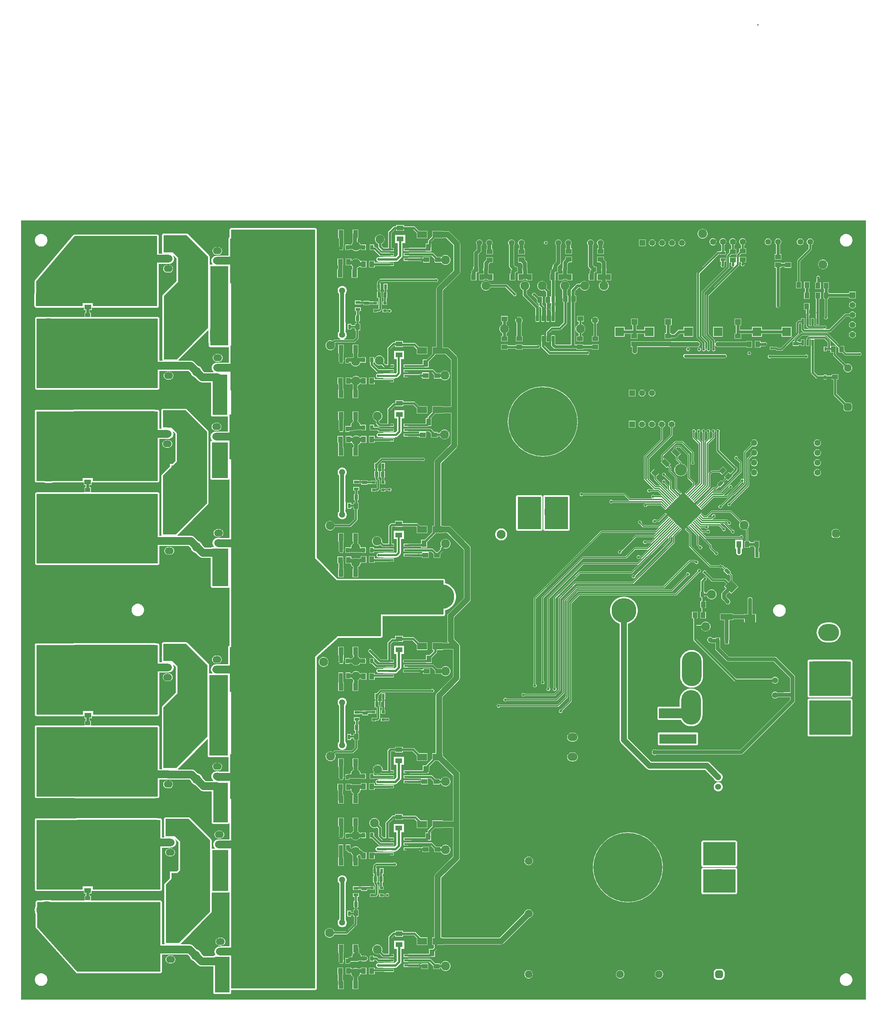
<source format=gbr>
%TF.GenerationSoftware,Altium Limited,Altium Designer,21.6.4 (81)*%
G04 Layer_Physical_Order=2*
G04 Layer_Color=16711680*
%FSLAX43Y43*%
%MOMM*%
%TF.SameCoordinates,A962B9D3-E780-4B03-8A10-E236CC36F35F*%
%TF.FilePolarity,Positive*%
%TF.FileFunction,Copper,L2,Bot,Signal*%
%TF.Part,Single*%
G01*
G75*
%TA.AperFunction,NonConductor*%
%ADD10C,7.620*%
%TA.AperFunction,SMDPad,CuDef*%
%ADD12R,1.157X1.508*%
%ADD16R,1.508X1.157*%
%TA.AperFunction,Conductor*%
%ADD19C,1.000*%
%ADD21C,0.300*%
%ADD22C,2.000*%
%ADD23C,0.800*%
%ADD24C,0.500*%
%ADD25C,1.500*%
%ADD27C,0.600*%
%ADD28C,1.200*%
%ADD32R,8.382X5.969*%
%ADD34R,10.668X8.890*%
%ADD37R,5.969X8.382*%
%TA.AperFunction,NonConductor*%
%ADD38R,8.382X5.969*%
%TA.AperFunction,ComponentPad*%
%ADD40C,2.286*%
%ADD41C,2.000*%
%ADD42O,5.080X8.890*%
%ADD43C,1.524*%
%ADD44C,6.350*%
%ADD45O,3.556X3.810*%
%ADD46R,1.500X1.500*%
%ADD47C,1.500*%
%ADD48C,1.950*%
G04:AMPARAMS|DCode=49|XSize=1.95mm|YSize=1.95mm|CornerRadius=0.488mm|HoleSize=0mm|Usage=FLASHONLY|Rotation=0.000|XOffset=0mm|YOffset=0mm|HoleType=Round|Shape=RoundedRectangle|*
%AMROUNDEDRECTD49*
21,1,1.950,0.975,0,0,0.0*
21,1,0.975,1.950,0,0,0.0*
1,1,0.975,0.488,-0.488*
1,1,0.975,-0.488,-0.488*
1,1,0.975,-0.488,0.488*
1,1,0.975,0.488,0.488*
%
%ADD49ROUNDEDRECTD49*%
%ADD50O,5.334X4.318*%
%ADD51C,1.600*%
G04:AMPARAMS|DCode=52|XSize=1.6mm|YSize=1.6mm|CornerRadius=0.4mm|HoleSize=0mm|Usage=FLASHONLY|Rotation=270.000|XOffset=0mm|YOffset=0mm|HoleType=Round|Shape=RoundedRectangle|*
%AMROUNDEDRECTD52*
21,1,1.600,0.800,0,0,270.0*
21,1,0.800,1.600,0,0,270.0*
1,1,0.800,-0.400,-0.400*
1,1,0.800,-0.400,0.400*
1,1,0.800,0.400,0.400*
1,1,0.800,0.400,-0.400*
%
%ADD52ROUNDEDRECTD52*%
%ADD53C,6.604*%
%ADD54O,4.826X6.350*%
%ADD55C,3.048*%
%ADD56O,6.350X4.826*%
%ADD57R,1.550X1.550*%
%ADD58C,1.550*%
%ADD59O,2.286X1.778*%
%ADD60C,4.572*%
%ADD62R,2.286X2.286*%
%ADD63C,1.200*%
%ADD64R,1.200X1.200*%
G04:AMPARAMS|DCode=65|XSize=1.6mm|YSize=1.6mm|CornerRadius=0.4mm|HoleSize=0mm|Usage=FLASHONLY|Rotation=180.000|XOffset=0mm|YOffset=0mm|HoleType=Round|Shape=RoundedRectangle|*
%AMROUNDEDRECTD65*
21,1,1.600,0.800,0,0,180.0*
21,1,0.800,1.600,0,0,180.0*
1,1,0.800,-0.400,0.400*
1,1,0.800,0.400,0.400*
1,1,0.800,0.400,-0.400*
1,1,0.800,-0.400,-0.400*
%
%ADD65ROUNDEDRECTD65*%
%ADD66R,1.550X1.550*%
G04:AMPARAMS|DCode=67|XSize=1.95mm|YSize=1.95mm|CornerRadius=0.488mm|HoleSize=0mm|Usage=FLASHONLY|Rotation=90.000|XOffset=0mm|YOffset=0mm|HoleType=Round|Shape=RoundedRectangle|*
%AMROUNDEDRECTD67*
21,1,1.950,0.975,0,0,90.0*
21,1,0.975,1.950,0,0,90.0*
1,1,0.975,0.488,0.488*
1,1,0.975,0.488,-0.488*
1,1,0.975,-0.488,-0.488*
1,1,0.975,-0.488,0.488*
%
%ADD67ROUNDEDRECTD67*%
%TA.AperFunction,ViaPad*%
%ADD68C,1.270*%
%TA.AperFunction,TestPad*%
%ADD69C,0.700*%
%TA.AperFunction,SMDPad,CuDef*%
%ADD71R,1.450X1.800*%
%ADD72R,2.400X3.300*%
G04:AMPARAMS|DCode=73|XSize=3.15mm|YSize=1.45mm|CornerRadius=0.051mm|HoleSize=0mm|Usage=FLASHONLY|Rotation=0.000|XOffset=0mm|YOffset=0mm|HoleType=Round|Shape=RoundedRectangle|*
%AMROUNDEDRECTD73*
21,1,3.150,1.349,0,0,0.0*
21,1,3.049,1.450,0,0,0.0*
1,1,0.102,1.524,-0.674*
1,1,0.102,-1.524,-0.674*
1,1,0.102,-1.524,0.674*
1,1,0.102,1.524,0.674*
%
%ADD73ROUNDEDRECTD73*%
G04:AMPARAMS|DCode=74|XSize=0.9mm|YSize=1.45mm|CornerRadius=0.05mm|HoleSize=0mm|Usage=FLASHONLY|Rotation=0.000|XOffset=0mm|YOffset=0mm|HoleType=Round|Shape=RoundedRectangle|*
%AMROUNDEDRECTD74*
21,1,0.900,1.351,0,0,0.0*
21,1,0.801,1.450,0,0,0.0*
1,1,0.099,0.401,-0.676*
1,1,0.099,-0.401,-0.676*
1,1,0.099,-0.401,0.676*
1,1,0.099,0.401,0.676*
%
%ADD74ROUNDEDRECTD74*%
%ADD75R,1.300X1.800*%
%ADD76R,1.800X1.300*%
%ADD77R,0.950X1.350*%
%ADD78R,1.350X0.950*%
%ADD79R,1.250X2.000*%
%ADD80R,1.508X1.207*%
%ADD81R,0.650X1.525*%
%ADD82R,0.500X1.000*%
%ADD83R,1.207X1.508*%
G04:AMPARAMS|DCode=84|XSize=1.194mm|YSize=0.305mm|CornerRadius=0mm|HoleSize=0mm|Usage=FLASHONLY|Rotation=315.000|XOffset=0mm|YOffset=0mm|HoleType=Round|Shape=Rectangle|*
%AMROTATEDRECTD84*
4,1,4,-0.530,0.314,-0.314,0.530,0.530,-0.314,0.314,-0.530,-0.530,0.314,0.0*
%
%ADD84ROTATEDRECTD84*%

G04:AMPARAMS|DCode=85|XSize=1.194mm|YSize=0.305mm|CornerRadius=0mm|HoleSize=0mm|Usage=FLASHONLY|Rotation=45.000|XOffset=0mm|YOffset=0mm|HoleType=Round|Shape=Rectangle|*
%AMROTATEDRECTD85*
4,1,4,-0.314,-0.530,-0.530,-0.314,0.314,0.530,0.530,0.314,-0.314,-0.530,0.0*
%
%ADD85ROTATEDRECTD85*%

G04:AMPARAMS|DCode=86|XSize=1.207mm|YSize=1.508mm|CornerRadius=0mm|HoleSize=0mm|Usage=FLASHONLY|Rotation=45.000|XOffset=0mm|YOffset=0mm|HoleType=Round|Shape=Rectangle|*
%AMROTATEDRECTD86*
4,1,4,0.107,-0.960,-0.960,0.107,-0.107,0.960,0.960,-0.107,0.107,-0.960,0.0*
%
%ADD86ROTATEDRECTD86*%

G04:AMPARAMS|DCode=87|XSize=2.45mm|YSize=2.35mm|CornerRadius=0mm|HoleSize=0mm|Usage=FLASHONLY|Rotation=315.000|XOffset=0mm|YOffset=0mm|HoleType=Round|Shape=Rectangle|*
%AMROTATEDRECTD87*
4,1,4,-1.697,0.035,-0.035,1.697,1.697,-0.035,0.035,-1.697,-1.697,0.035,0.0*
%
%ADD87ROTATEDRECTD87*%

G04:AMPARAMS|DCode=88|XSize=0.95mm|YSize=1.35mm|CornerRadius=0mm|HoleSize=0mm|Usage=FLASHONLY|Rotation=45.000|XOffset=0mm|YOffset=0mm|HoleType=Round|Shape=Rectangle|*
%AMROTATEDRECTD88*
4,1,4,0.141,-0.813,-0.813,0.141,-0.141,0.813,0.813,-0.141,0.141,-0.813,0.0*
%
%ADD88ROTATEDRECTD88*%

%ADD89P,0.849X4X90.0*%
G04:AMPARAMS|DCode=90|XSize=0.95mm|YSize=1.35mm|CornerRadius=0mm|HoleSize=0mm|Usage=FLASHONLY|Rotation=135.000|XOffset=0mm|YOffset=0mm|HoleType=Round|Shape=Rectangle|*
%AMROTATEDRECTD90*
4,1,4,0.813,0.141,-0.141,-0.813,-0.813,-0.141,0.141,0.813,0.813,0.141,0.0*
%
%ADD90ROTATEDRECTD90*%

%ADD91R,1.408X1.007*%
%ADD92R,0.900X0.650*%
%ADD93R,1.308X0.757*%
%ADD94R,0.757X1.308*%
%ADD95R,1.007X1.408*%
%ADD96R,2.270X0.558*%
%ADD97R,0.808X1.262*%
%ADD98R,0.900X1.200*%
%ADD99R,2.500X1.700*%
G04:AMPARAMS|DCode=100|XSize=1.25mm|YSize=2mm|CornerRadius=0mm|HoleSize=0mm|Usage=FLASHONLY|Rotation=225.000|XOffset=0mm|YOffset=0mm|HoleType=Round|Shape=Rectangle|*
%AMROTATEDRECTD100*
4,1,4,-0.265,1.149,1.149,-0.265,0.265,-1.149,-1.149,0.265,-0.265,1.149,0.0*
%
%ADD100ROTATEDRECTD100*%

G04:AMPARAMS|DCode=101|XSize=1.207mm|YSize=1.508mm|CornerRadius=0mm|HoleSize=0mm|Usage=FLASHONLY|Rotation=315.000|XOffset=0mm|YOffset=0mm|HoleType=Round|Shape=Rectangle|*
%AMROTATEDRECTD101*
4,1,4,-0.960,-0.107,0.107,0.960,0.960,0.107,-0.107,-0.960,-0.960,-0.107,0.0*
%
%ADD101ROTATEDRECTD101*%

G04:AMPARAMS|DCode=102|XSize=0.8mm|YSize=1.6mm|CornerRadius=0.2mm|HoleSize=0mm|Usage=FLASHONLY|Rotation=0.000|XOffset=0mm|YOffset=0mm|HoleType=Round|Shape=RoundedRectangle|*
%AMROUNDEDRECTD102*
21,1,0.800,1.200,0,0,0.0*
21,1,0.400,1.600,0,0,0.0*
1,1,0.400,0.200,-0.600*
1,1,0.400,-0.200,-0.600*
1,1,0.400,-0.200,0.600*
1,1,0.400,0.200,0.600*
%
%ADD102ROUNDEDRECTD102*%
G04:AMPARAMS|DCode=103|XSize=0.6mm|YSize=1.6mm|CornerRadius=0.15mm|HoleSize=0mm|Usage=FLASHONLY|Rotation=0.000|XOffset=0mm|YOffset=0mm|HoleType=Round|Shape=RoundedRectangle|*
%AMROUNDEDRECTD103*
21,1,0.600,1.300,0,0,0.0*
21,1,0.300,1.600,0,0,0.0*
1,1,0.300,0.150,-0.650*
1,1,0.300,-0.150,-0.650*
1,1,0.300,-0.150,0.650*
1,1,0.300,0.150,0.650*
%
%ADD103ROUNDEDRECTD103*%
%ADD104R,1.556X1.505*%
%ADD105R,2.800X2.000*%
%TA.AperFunction,Conductor*%
%ADD106C,3.000*%
%ADD107C,0.280*%
%ADD108C,5.000*%
%TA.AperFunction,NonConductor*%
%ADD109C,0.300*%
%TA.AperFunction,Conductor*%
%ADD110R,3.769X10.234*%
%ADD111R,4.073X10.461*%
%ADD112R,3.769X9.244*%
%ADD113R,4.830X20.723*%
%ADD114R,4.625X20.408*%
%ADD115R,3.769X10.438*%
%ADD116R,4.034X9.684*%
%ADD117R,4.058X9.244*%
%ADD118R,9.550X2.475*%
%ADD119R,10.628X2.615*%
%ADD120R,20.701X11.557*%
%TA.AperFunction,ComponentPad*%
%ADD121O,2.540X2.032*%
%TA.AperFunction,TestPad*%
%ADD122C,1.000*%
G36*
X217250Y0D02*
X-2D01*
Y200248D01*
X0Y200250D01*
X217250D01*
Y0D01*
D02*
G37*
%LPC*%
G36*
X98450Y199075D02*
X96450D01*
Y198733D01*
X96000D01*
X96000Y198733D01*
X95844Y198702D01*
X95712Y198613D01*
X95712Y198613D01*
X94502Y197403D01*
X94413Y197271D01*
X94382Y197115D01*
X94382Y197115D01*
Y193174D01*
X93171D01*
X92658Y193687D01*
Y194197D01*
X92730Y194217D01*
X93013Y194380D01*
X93245Y194612D01*
X93408Y194895D01*
X93493Y195211D01*
Y195539D01*
X93408Y195855D01*
X93245Y196138D01*
X93013Y196370D01*
X92730Y196533D01*
X92414Y196618D01*
X92086D01*
X91770Y196533D01*
X91487Y196370D01*
X91255Y196138D01*
X91092Y195855D01*
X91007Y195539D01*
Y195211D01*
X91092Y194895D01*
X91255Y194612D01*
X91487Y194380D01*
X91770Y194217D01*
X91842Y194197D01*
Y193518D01*
X91842Y193518D01*
X91873Y193362D01*
X91962Y193230D01*
X92714Y192478D01*
X92714Y192478D01*
X92846Y192389D01*
X93002Y192358D01*
X94611D01*
X94701Y192376D01*
X94790Y192358D01*
X94935Y192387D01*
X95846D01*
Y193145D01*
X95198D01*
Y196946D01*
X96169Y197917D01*
X96450D01*
Y197575D01*
X98450D01*
Y197917D01*
X100807D01*
X101775Y196949D01*
Y195626D01*
X104475D01*
Y197526D01*
X102352D01*
X101264Y198613D01*
X101132Y198702D01*
X100976Y198733D01*
X100976Y198733D01*
X98450D01*
Y199075D01*
D02*
G37*
G36*
X212298Y196733D02*
X212002D01*
X211992Y196729D01*
X211981Y196731D01*
X211691Y196674D01*
X211682Y196667D01*
X211671D01*
X211398Y196554D01*
X211390Y196546D01*
X211379Y196544D01*
X211134Y196380D01*
X211128Y196371D01*
X211117Y196367D01*
X210908Y196158D01*
X210904Y196147D01*
X210895Y196141D01*
X210731Y195896D01*
X210729Y195885D01*
X210721Y195877D01*
X210608Y195604D01*
Y195593D01*
X210601Y195584D01*
X210544Y195294D01*
X210546Y195283D01*
X210542Y195273D01*
Y194977D01*
X210546Y194967D01*
X210544Y194956D01*
X210601Y194666D01*
X210608Y194657D01*
Y194646D01*
X210721Y194373D01*
X210729Y194365D01*
X210731Y194354D01*
X210895Y194109D01*
X210904Y194103D01*
X210908Y194092D01*
X211117Y193883D01*
X211128Y193879D01*
X211134Y193870D01*
X211379Y193706D01*
X211390Y193704D01*
X211398Y193696D01*
X211671Y193583D01*
X211682D01*
X211691Y193576D01*
X211981Y193519D01*
X211992Y193521D01*
X212002Y193517D01*
X212298D01*
X212308Y193521D01*
X212319Y193519D01*
X212609Y193576D01*
X212618Y193583D01*
X212629D01*
X212902Y193696D01*
X212910Y193704D01*
X212921Y193706D01*
X213166Y193870D01*
X213172Y193879D01*
X213183Y193883D01*
X213392Y194092D01*
X213396Y194103D01*
X213405Y194109D01*
X213569Y194354D01*
X213571Y194365D01*
X213579Y194373D01*
X213692Y194646D01*
Y194657D01*
X213699Y194666D01*
X213756Y194956D01*
X213754Y194967D01*
X213758Y194977D01*
Y195273D01*
X213754Y195283D01*
X213756Y195294D01*
X213699Y195584D01*
X213692Y195593D01*
Y195604D01*
X213579Y195877D01*
X213571Y195885D01*
X213569Y195896D01*
X213405Y196141D01*
X213396Y196147D01*
X213392Y196158D01*
X213183Y196367D01*
X213172Y196371D01*
X213166Y196380D01*
X212921Y196544D01*
X212910Y196546D01*
X212902Y196554D01*
X212629Y196667D01*
X212618D01*
X212609Y196674D01*
X212319Y196731D01*
X212308Y196729D01*
X212298Y196733D01*
D02*
G37*
G36*
X5298D02*
X5002D01*
X4992Y196729D01*
X4981Y196731D01*
X4691Y196674D01*
X4682Y196667D01*
X4671D01*
X4398Y196554D01*
X4390Y196546D01*
X4379Y196544D01*
X4134Y196380D01*
X4128Y196371D01*
X4117Y196367D01*
X3908Y196158D01*
X3904Y196147D01*
X3895Y196141D01*
X3731Y195896D01*
X3729Y195885D01*
X3721Y195877D01*
X3608Y195604D01*
Y195593D01*
X3601Y195584D01*
X3544Y195294D01*
X3546Y195283D01*
X3542Y195273D01*
Y194977D01*
X3546Y194967D01*
X3544Y194956D01*
X3601Y194666D01*
X3608Y194657D01*
Y194646D01*
X3721Y194373D01*
X3729Y194365D01*
X3731Y194354D01*
X3895Y194109D01*
X3904Y194103D01*
X3908Y194092D01*
X4117Y193883D01*
X4128Y193879D01*
X4134Y193870D01*
X4379Y193706D01*
X4390Y193704D01*
X4398Y193696D01*
X4671Y193583D01*
X4682D01*
X4691Y193576D01*
X4981Y193519D01*
X4992Y193521D01*
X5002Y193517D01*
X5298D01*
X5308Y193521D01*
X5319Y193519D01*
X5609Y193576D01*
X5618Y193583D01*
X5629D01*
X5902Y193696D01*
X5910Y193704D01*
X5921Y193706D01*
X6166Y193870D01*
X6172Y193879D01*
X6183Y193883D01*
X6392Y194092D01*
X6396Y194103D01*
X6405Y194109D01*
X6569Y194354D01*
X6571Y194365D01*
X6579Y194373D01*
X6692Y194646D01*
Y194657D01*
X6699Y194666D01*
X6756Y194956D01*
X6754Y194967D01*
X6758Y194977D01*
Y195273D01*
X6754Y195283D01*
X6756Y195294D01*
X6699Y195584D01*
X6692Y195593D01*
Y195604D01*
X6579Y195877D01*
X6571Y195885D01*
X6569Y195896D01*
X6405Y196141D01*
X6396Y196147D01*
X6392Y196158D01*
X6183Y196367D01*
X6172Y196371D01*
X6166Y196380D01*
X5921Y196544D01*
X5910Y196546D01*
X5902Y196554D01*
X5629Y196667D01*
X5618D01*
X5609Y196674D01*
X5319Y196731D01*
X5308Y196729D01*
X5298Y196733D01*
D02*
G37*
G36*
X175408Y198068D02*
X175080D01*
X174764Y197983D01*
X174481Y197820D01*
X174249Y197588D01*
X174086Y197305D01*
X174001Y196989D01*
Y196661D01*
X174086Y196345D01*
X174249Y196062D01*
X174481Y195830D01*
X174764Y195667D01*
X175080Y195582D01*
X175408D01*
X175724Y195667D01*
X176007Y195830D01*
X176239Y196062D01*
X176402Y196345D01*
X176487Y196661D01*
Y196989D01*
X176402Y197305D01*
X176239Y197588D01*
X176007Y197820D01*
X175724Y197983D01*
X175408Y198068D01*
D02*
G37*
G36*
X135015Y194938D02*
X134836D01*
X134670Y194869D01*
X134544Y194743D01*
X134475Y194578D01*
Y194398D01*
X134544Y194233D01*
X134670Y194107D01*
X134836Y194038D01*
X135015D01*
X135180Y194107D01*
X135307Y194233D01*
X135375Y194398D01*
Y194578D01*
X135307Y194743D01*
X135180Y194869D01*
X135015Y194938D01*
D02*
G37*
G36*
X86725Y197860D02*
X85275D01*
Y196734D01*
X85263Y196675D01*
Y195717D01*
X85263Y195717D01*
Y194527D01*
X85105Y194369D01*
X84942Y194086D01*
X84918Y193999D01*
X84431D01*
Y194062D01*
X83423D01*
Y193797D01*
X83306Y193621D01*
X83259Y193387D01*
X83306Y193153D01*
X83423Y192978D01*
Y192600D01*
X84431D01*
Y192775D01*
X85173D01*
X85337Y192612D01*
X85620Y192448D01*
X85936Y192363D01*
X86264D01*
X86580Y192448D01*
X86863Y192612D01*
X87027Y192775D01*
X87525D01*
Y192631D01*
X88625D01*
Y193328D01*
X88637Y193387D01*
X88625Y193446D01*
Y194031D01*
X87525D01*
Y193999D01*
X87282D01*
X87258Y194086D01*
X87095Y194369D01*
X86863Y194601D01*
X86580Y194764D01*
X86487Y194789D01*
Y195660D01*
X86725D01*
Y197860D01*
D02*
G37*
G36*
X200462Y195600D02*
X200238D01*
X200022Y195542D01*
X199828Y195430D01*
X199670Y195272D01*
X199558Y195078D01*
X199500Y194862D01*
Y194638D01*
X199558Y194422D01*
X199670Y194228D01*
X199828Y194070D01*
X200022Y193958D01*
X200238Y193900D01*
X200462D01*
X200678Y193958D01*
X200872Y194070D01*
X201030Y194228D01*
X201142Y194422D01*
X201200Y194638D01*
Y194862D01*
X201142Y195078D01*
X201030Y195272D01*
X200872Y195430D01*
X200678Y195542D01*
X200462Y195600D01*
D02*
G37*
G36*
X192172D02*
X191948D01*
X191732Y195542D01*
X191538Y195430D01*
X191380Y195272D01*
X191268Y195078D01*
X191210Y194862D01*
Y194638D01*
X191268Y194422D01*
X191380Y194228D01*
X191538Y194070D01*
X191732Y193958D01*
X191948Y193900D01*
X192172D01*
X192388Y193958D01*
X192582Y194070D01*
X192740Y194228D01*
X192852Y194422D01*
X192910Y194638D01*
Y194862D01*
X192852Y195078D01*
X192740Y195272D01*
X192582Y195430D01*
X192388Y195542D01*
X192172Y195600D01*
D02*
G37*
G36*
X178034Y195642D02*
X177797D01*
X177568Y195581D01*
X177362Y195462D01*
X177195Y195295D01*
X177076Y195089D01*
X177015Y194860D01*
Y194624D01*
X177076Y194395D01*
X177195Y194189D01*
X177362Y194022D01*
X177568Y193903D01*
X177797Y193842D01*
X178034D01*
X178262Y193903D01*
X178468Y194022D01*
X178635Y194189D01*
X178754Y194395D01*
X178815Y194624D01*
Y194860D01*
X178754Y195089D01*
X178635Y195295D01*
X178468Y195462D01*
X178262Y195581D01*
X178034Y195642D01*
D02*
G37*
G36*
X170029Y195363D02*
X169799D01*
X169576Y195303D01*
X169377Y195188D01*
X169214Y195025D01*
X169099Y194826D01*
X169039Y194603D01*
Y194373D01*
X169099Y194150D01*
X169214Y193951D01*
X169377Y193788D01*
X169576Y193673D01*
X169799Y193613D01*
X170029D01*
X170252Y193673D01*
X170451Y193788D01*
X170614Y193951D01*
X170729Y194150D01*
X170789Y194373D01*
Y194603D01*
X170729Y194826D01*
X170614Y195025D01*
X170451Y195188D01*
X170252Y195303D01*
X170029Y195363D01*
D02*
G37*
G36*
X167489D02*
X167259D01*
X167036Y195303D01*
X166837Y195188D01*
X166674Y195025D01*
X166559Y194826D01*
X166499Y194603D01*
Y194373D01*
X166559Y194150D01*
X166674Y193951D01*
X166837Y193788D01*
X167036Y193673D01*
X167259Y193613D01*
X167489D01*
X167712Y193673D01*
X167911Y193788D01*
X168074Y193951D01*
X168189Y194150D01*
X168249Y194373D01*
Y194603D01*
X168189Y194826D01*
X168074Y195025D01*
X167911Y195188D01*
X167712Y195303D01*
X167489Y195363D01*
D02*
G37*
G36*
X164949D02*
X164719D01*
X164496Y195303D01*
X164297Y195188D01*
X164134Y195025D01*
X164019Y194826D01*
X163959Y194603D01*
Y194373D01*
X164019Y194150D01*
X164134Y193951D01*
X164297Y193788D01*
X164496Y193673D01*
X164719Y193613D01*
X164949D01*
X165172Y193673D01*
X165371Y193788D01*
X165534Y193951D01*
X165649Y194150D01*
X165709Y194373D01*
Y194603D01*
X165649Y194826D01*
X165534Y195025D01*
X165371Y195188D01*
X165172Y195303D01*
X164949Y195363D01*
D02*
G37*
G36*
X162409D02*
X162179D01*
X161956Y195303D01*
X161757Y195188D01*
X161594Y195025D01*
X161479Y194826D01*
X161419Y194603D01*
Y194373D01*
X161479Y194150D01*
X161594Y193951D01*
X161757Y193788D01*
X161956Y193673D01*
X162179Y193613D01*
X162409D01*
X162632Y193673D01*
X162831Y193788D01*
X162994Y193951D01*
X163109Y194150D01*
X163169Y194373D01*
Y194603D01*
X163109Y194826D01*
X162994Y195025D01*
X162831Y195188D01*
X162632Y195303D01*
X162409Y195363D01*
D02*
G37*
G36*
X160629D02*
X158879D01*
Y193613D01*
X160629D01*
Y195363D01*
D02*
G37*
G36*
X82975Y197860D02*
X81525D01*
Y195660D01*
X81738D01*
Y193646D01*
X81785Y193412D01*
X81819Y193361D01*
Y192600D01*
X82827D01*
Y193280D01*
X82915Y193412D01*
X82962Y193646D01*
Y195660D01*
X82975D01*
Y197860D01*
D02*
G37*
G36*
X149071Y195338D02*
X148847D01*
X148631Y195280D01*
X148437Y195168D01*
X148279Y195010D01*
X148167Y194816D01*
X148109Y194600D01*
Y194376D01*
X148167Y194160D01*
X148279Y193966D01*
X148373Y193872D01*
Y193017D01*
X148156D01*
Y191610D01*
X149864D01*
Y193017D01*
X149596D01*
Y193923D01*
X149639Y193966D01*
X149751Y194160D01*
X149809Y194376D01*
Y194600D01*
X149751Y194816D01*
X149639Y195010D01*
X149481Y195168D01*
X149287Y195280D01*
X149071Y195338D01*
D02*
G37*
G36*
X140816D02*
X140592D01*
X140376Y195280D01*
X140182Y195168D01*
X140024Y195010D01*
X139912Y194816D01*
X139854Y194600D01*
Y194376D01*
X139912Y194160D01*
X140024Y193966D01*
X140118Y193872D01*
Y193017D01*
X139901D01*
Y191610D01*
X141609D01*
Y193017D01*
X141341D01*
Y193923D01*
X141384Y193966D01*
X141496Y194160D01*
X141554Y194376D01*
Y194600D01*
X141496Y194816D01*
X141384Y195010D01*
X141226Y195168D01*
X141032Y195280D01*
X140816Y195338D01*
D02*
G37*
G36*
X128751D02*
X128527D01*
X128311Y195280D01*
X128117Y195168D01*
X127959Y195010D01*
X127847Y194816D01*
X127789Y194600D01*
Y194376D01*
X127847Y194160D01*
X127959Y193966D01*
X128078Y193847D01*
Y192924D01*
X127836D01*
Y191518D01*
X129544D01*
Y192924D01*
X129301D01*
Y193948D01*
X129319Y193966D01*
X129431Y194160D01*
X129489Y194376D01*
Y194600D01*
X129431Y194816D01*
X129319Y195010D01*
X129161Y195168D01*
X128967Y195280D01*
X128751Y195338D01*
D02*
G37*
G36*
X120496D02*
X120272D01*
X120056Y195280D01*
X119862Y195168D01*
X119704Y195010D01*
X119592Y194816D01*
X119534Y194600D01*
Y194376D01*
X119592Y194160D01*
X119704Y193966D01*
X119798Y193872D01*
Y192890D01*
X119581D01*
Y191483D01*
X121289D01*
Y192890D01*
X121021D01*
Y193923D01*
X121064Y193966D01*
X121176Y194160D01*
X121234Y194376D01*
Y194600D01*
X121176Y194816D01*
X121064Y195010D01*
X120906Y195168D01*
X120712Y195280D01*
X120496Y195338D01*
D02*
G37*
G36*
X50703Y193409D02*
X50195D01*
X49937Y193375D01*
X49696Y193275D01*
X49490Y193116D01*
X49331Y192910D01*
X49231Y192669D01*
X49197Y192411D01*
X49231Y192153D01*
X49331Y191912D01*
X49490Y191706D01*
X49696Y191547D01*
X49937Y191447D01*
X50195Y191413D01*
X50703D01*
X50961Y191447D01*
X51202Y191547D01*
X51408Y191706D01*
X51567Y191912D01*
X51667Y192153D01*
X51701Y192411D01*
X51667Y192669D01*
X51567Y192910D01*
X51408Y193116D01*
X51202Y193275D01*
X50961Y193375D01*
X50703Y193409D01*
D02*
G37*
G36*
X180574Y195642D02*
X180337D01*
X180108Y195581D01*
X179902Y195462D01*
X179735Y195295D01*
X179616Y195089D01*
X179555Y194860D01*
Y194624D01*
X179616Y194395D01*
X179735Y194189D01*
X179902Y194022D01*
X180098Y193909D01*
Y192359D01*
X179701D01*
Y192238D01*
X179231D01*
X179094Y192211D01*
X178979Y192133D01*
X173848Y187002D01*
X173770Y186887D01*
X173743Y186750D01*
Y170225D01*
X173770Y170088D01*
X173848Y169973D01*
X175168Y168652D01*
Y167380D01*
X175144Y167355D01*
X175075Y167190D01*
Y167010D01*
X175144Y166845D01*
X175270Y166719D01*
X175435Y166650D01*
X175615D01*
X175780Y166719D01*
X175906Y166845D01*
X175975Y167010D01*
Y167190D01*
X175906Y167355D01*
X175882Y167380D01*
Y168800D01*
X175855Y168937D01*
X175777Y169052D01*
X174457Y170373D01*
Y186602D01*
X179379Y191524D01*
X179701D01*
Y191403D01*
X181209D01*
Y192359D01*
X180812D01*
Y193909D01*
X181008Y194022D01*
X181175Y194189D01*
X181294Y194395D01*
X181355Y194624D01*
Y194860D01*
X181294Y195089D01*
X181175Y195295D01*
X181008Y195462D01*
X180802Y195581D01*
X180574Y195642D01*
D02*
G37*
G36*
X75625Y198258D02*
X54025D01*
X53869Y198227D01*
X53737Y198138D01*
X53648Y198006D01*
X53617Y197850D01*
Y195967D01*
X53594Y195963D01*
X53462Y195874D01*
X53374Y195742D01*
X53342Y195586D01*
Y191182D01*
X50455D01*
X50448Y191183D01*
X50357Y191171D01*
X50195D01*
X49859Y191127D01*
X49545Y190997D01*
X49276Y190790D01*
X49069Y190521D01*
X48939Y190208D01*
X48895Y189871D01*
X48939Y189535D01*
X49069Y189221D01*
X49217Y189028D01*
X49154Y188901D01*
X48650D01*
X48609Y188893D01*
X48482Y188997D01*
Y190950D01*
X48482Y190950D01*
X48451Y191106D01*
X48362Y191238D01*
X42872Y196728D01*
X42740Y196817D01*
X42584Y196848D01*
X42584Y196848D01*
X36642Y196848D01*
X36486Y196817D01*
X36354Y196728D01*
X36265Y196596D01*
X36234Y196440D01*
Y192036D01*
X36249Y191959D01*
X36264Y191882D01*
X36265Y191881D01*
X36265Y191880D01*
X36307Y191817D01*
X36305Y191808D01*
X36239Y191690D01*
X35370D01*
Y196221D01*
X35339Y196377D01*
X35250Y196509D01*
X35118Y196598D01*
X34962Y196629D01*
X13798D01*
X13782Y196626D01*
X13765Y196627D01*
X13704Y196610D01*
X13642Y196598D01*
X13628Y196588D01*
X13612Y196584D01*
X13562Y196544D01*
X13510Y196509D01*
X13500Y196495D01*
X13487Y196485D01*
X3563Y184798D01*
X3533Y184744D01*
X3499Y184693D01*
X3495Y184675D01*
X3486Y184659D01*
X3479Y184598D01*
X3466Y184538D01*
X3406Y178302D01*
X3406Y178301D01*
X3406Y178300D01*
X3421Y178223D01*
X3436Y178146D01*
X3436Y178145D01*
X3436Y178144D01*
X3480Y178078D01*
X3523Y178013D01*
X3524Y178012D01*
X3524Y178011D01*
X3613Y177921D01*
X3614Y177920D01*
X3615Y177920D01*
X3680Y177876D01*
X3745Y177832D01*
X3746Y177832D01*
X3747Y177831D01*
X3824Y177816D01*
X3901Y177800D01*
X3902Y177800D01*
X3903Y177800D01*
X15850D01*
X16006Y177831D01*
X16023Y177842D01*
X16150Y177775D01*
Y177200D01*
X16610D01*
Y176560D01*
X16321D01*
Y175413D01*
X7867D01*
X7533Y175446D01*
X6517D01*
X6183Y175413D01*
X4000D01*
X3844Y175382D01*
X3712Y175294D01*
X3623Y175162D01*
X3592Y175006D01*
Y157144D01*
X3623Y156988D01*
X3712Y156856D01*
X3844Y156768D01*
X4000Y156737D01*
X35149D01*
X35305Y156768D01*
X35437Y156856D01*
X35526Y156988D01*
X35557Y157144D01*
Y161568D01*
X43058D01*
X43622Y161004D01*
X43641Y160905D01*
X43758Y160624D01*
X43926Y160371D01*
X44141Y160156D01*
X44394Y159988D01*
X44675Y159871D01*
X44774Y159852D01*
X45661Y158965D01*
X45661Y158965D01*
X45932Y158756D01*
X46249Y158625D01*
X46588Y158581D01*
X48798D01*
Y150250D01*
X48829Y150094D01*
X48918Y149962D01*
X49050Y149873D01*
X49206Y149842D01*
X52975D01*
X53017Y149850D01*
X53144Y149746D01*
Y145982D01*
X50249D01*
X50249Y145982D01*
X50165Y145971D01*
X49995D01*
X49659Y145927D01*
X49345Y145797D01*
X49076Y145590D01*
X48869Y145321D01*
X48739Y145008D01*
X48695Y144671D01*
X48739Y144335D01*
X48869Y144021D01*
X49067Y143763D01*
X49058Y143708D01*
X49026Y143630D01*
X48925Y143610D01*
X48792Y143521D01*
X48704Y143389D01*
X48673Y143233D01*
Y133989D01*
X48704Y133833D01*
X48792Y133701D01*
X48925Y133612D01*
X49081Y133581D01*
X53138D01*
X53294Y133612D01*
X53427Y133701D01*
X53490Y133796D01*
X53617Y133757D01*
Y118619D01*
X51359D01*
X51340Y118627D01*
X51003Y118671D01*
X50495D01*
X50159Y118627D01*
X49845Y118497D01*
X49576Y118290D01*
X49369Y118021D01*
X49239Y117707D01*
X49195Y117371D01*
X49239Y117035D01*
X49369Y116721D01*
X49562Y116469D01*
X49531Y116342D01*
X49194D01*
X49038Y116311D01*
X48906Y116222D01*
X48852Y116142D01*
X47245D01*
X46609Y116778D01*
X46609Y116780D01*
X46492Y117061D01*
X46324Y117314D01*
X46109Y117529D01*
X45856Y117697D01*
X45575Y117814D01*
X45573Y117814D01*
X44581Y118806D01*
X44309Y119015D01*
X43993Y119146D01*
X43653Y119190D01*
X43653Y119190D01*
X40265D01*
X40212Y119317D01*
X48078Y127326D01*
X48120Y127391D01*
X48164Y127455D01*
X48164Y127457D01*
X48165Y127459D01*
X48180Y127535D01*
X48195Y127611D01*
Y145945D01*
X48195Y145945D01*
X48164Y146101D01*
X48075Y146233D01*
X42585Y151723D01*
X42453Y151812D01*
X42297Y151843D01*
X42297Y151843D01*
X36458Y151843D01*
X36302Y151812D01*
X36170Y151723D01*
X36081Y151591D01*
X36050Y151435D01*
Y147944D01*
X36047Y147919D01*
X36050Y147894D01*
Y147030D01*
X36065Y146953D01*
X36080Y146876D01*
X36081Y146875D01*
X36081Y146874D01*
X36119Y146817D01*
X36113Y146791D01*
X36051Y146690D01*
X35507D01*
Y151161D01*
X35476Y151317D01*
X35387Y151450D01*
X35255Y151538D01*
X35099Y151569D01*
X34499D01*
X34455Y151598D01*
X34299Y151629D01*
X13598D01*
X13442Y151598D01*
X13398Y151569D01*
X3950D01*
X3794Y151538D01*
X3662Y151450D01*
X3573Y151317D01*
X3542Y151161D01*
Y133300D01*
X3573Y133144D01*
X3662Y133012D01*
X3794Y132923D01*
X3950Y132892D01*
X5747D01*
X6040Y132803D01*
X6542Y132754D01*
X7558D01*
X8060Y132803D01*
X8354Y132892D01*
X15825D01*
X15981Y132923D01*
X15998Y132935D01*
X16125Y132867D01*
Y132233D01*
X16615D01*
Y131613D01*
X16321D01*
Y130407D01*
X16212Y130363D01*
X4000D01*
X3844Y130332D01*
X3712Y130244D01*
X3623Y130112D01*
X3592Y129956D01*
Y112094D01*
X3623Y111938D01*
X3712Y111806D01*
X3844Y111718D01*
X4000Y111687D01*
X35149D01*
X35305Y111718D01*
X35437Y111806D01*
X35526Y111938D01*
X35557Y112094D01*
Y116568D01*
X43110D01*
X43602Y116076D01*
X43641Y115880D01*
X43758Y115599D01*
X43926Y115346D01*
X44141Y115131D01*
X44394Y114963D01*
X44675Y114846D01*
X44871Y114807D01*
X45774Y113904D01*
X45774Y113904D01*
X46046Y113695D01*
X46362Y113564D01*
X46701Y113520D01*
X48786D01*
Y106250D01*
X48817Y106094D01*
X48906Y105962D01*
X49038Y105873D01*
X49194Y105842D01*
X53228D01*
X53385Y105873D01*
X53490Y105944D01*
X53584Y105912D01*
X53617Y105888D01*
Y90987D01*
X53495Y90963D01*
X53363Y90874D01*
X53274Y90742D01*
X53243Y90586D01*
Y86182D01*
X50224D01*
X50140Y86171D01*
X50095D01*
X49758Y86127D01*
X49445Y85997D01*
X49176Y85790D01*
X48969Y85521D01*
X48839Y85207D01*
X48795Y84871D01*
X48839Y84535D01*
X48969Y84221D01*
X49174Y83953D01*
X49168Y83905D01*
X49141Y83826D01*
X48395D01*
X48333Y83878D01*
Y85950D01*
X48333Y85950D01*
X48302Y86106D01*
X48213Y86238D01*
X42723Y91728D01*
X42591Y91817D01*
X42435Y91848D01*
X42435Y91848D01*
X36596Y91848D01*
X36440Y91817D01*
X36308Y91728D01*
X36219Y91596D01*
X36188Y91440D01*
Y88233D01*
X36147Y87919D01*
X36188Y87605D01*
Y87035D01*
X36203Y86958D01*
X36218Y86881D01*
X36219Y86880D01*
X36219Y86879D01*
X36261Y86817D01*
X36259Y86807D01*
X36192Y86690D01*
X35507D01*
Y91111D01*
X35476Y91267D01*
X35388Y91400D01*
X35256Y91488D01*
X35099Y91519D01*
X34672D01*
X34555Y91597D01*
X34399Y91628D01*
X13698D01*
X13542Y91597D01*
X13425Y91519D01*
X3951D01*
X3794Y91488D01*
X3662Y91400D01*
X3574Y91267D01*
X3543Y91111D01*
Y73250D01*
X3574Y73094D01*
X3662Y72962D01*
X3794Y72873D01*
X3951Y72842D01*
X6001D01*
X6392Y72804D01*
X7408D01*
X7799Y72842D01*
X15900D01*
X16056Y72873D01*
X16073Y72885D01*
X16200Y72817D01*
Y72325D01*
X16615D01*
Y71653D01*
X16321D01*
Y70463D01*
X3950D01*
X3794Y70432D01*
X3662Y70344D01*
X3573Y70212D01*
X3542Y70056D01*
Y52194D01*
X3573Y52038D01*
X3662Y51906D01*
X3794Y51818D01*
X3950Y51787D01*
X13643D01*
X13798Y51756D01*
X34499D01*
X34654Y51787D01*
X35099D01*
X35255Y51818D01*
X35387Y51906D01*
X35476Y52038D01*
X35507Y52194D01*
Y56568D01*
X37582D01*
X37605Y56558D01*
X37944Y56514D01*
X43316D01*
X43641Y56189D01*
X43641Y56186D01*
X43758Y55905D01*
X43926Y55653D01*
X44141Y55438D01*
X44394Y55269D01*
X44675Y55153D01*
X44774Y55133D01*
X46003Y53904D01*
X46003Y53904D01*
X46275Y53695D01*
X46591Y53564D01*
X46930Y53520D01*
X48989D01*
Y45550D01*
X49020Y45394D01*
X49108Y45262D01*
X49241Y45173D01*
X49397Y45142D01*
X53166D01*
X53322Y45173D01*
X53454Y45262D01*
X53490Y45315D01*
X53617Y45277D01*
Y41182D01*
X50844D01*
X50760Y41171D01*
X50712D01*
X50376Y41127D01*
X50062Y40997D01*
X49793Y40790D01*
X49586Y40521D01*
X49456Y40208D01*
X49412Y39871D01*
X49456Y39535D01*
X49586Y39221D01*
X49793Y38952D01*
X49841Y38915D01*
X49800Y38794D01*
X49131D01*
X49093Y38787D01*
X48995Y38867D01*
Y40950D01*
X48995Y40950D01*
X48964Y41106D01*
X48875Y41238D01*
X43385Y46728D01*
X43253Y46817D01*
X43097Y46848D01*
X43097Y46848D01*
X37175Y46848D01*
X37019Y46817D01*
X36887Y46728D01*
X36798Y46596D01*
X36767Y46440D01*
Y42944D01*
X36764Y42919D01*
X36767Y42894D01*
Y42035D01*
X36783Y41958D01*
X36797Y41882D01*
X36798Y41881D01*
X36798Y41879D01*
X36840Y41817D01*
X36838Y41807D01*
X36772Y41690D01*
X36182D01*
Y46181D01*
X36151Y46337D01*
X36062Y46469D01*
X35930Y46557D01*
X35774Y46588D01*
X35185D01*
X35172Y46597D01*
X35016Y46628D01*
X14315D01*
X14159Y46597D01*
X14146Y46588D01*
X3925D01*
X3769Y46557D01*
X3637Y46469D01*
X3548Y46337D01*
X3517Y46181D01*
Y30844D01*
X3496Y30625D01*
X3517Y30406D01*
Y28319D01*
X3548Y28163D01*
X3637Y28031D01*
X3769Y27943D01*
X3925Y27912D01*
X15825D01*
X15981Y27943D01*
X15998Y27954D01*
X16125Y27886D01*
Y27300D01*
X16615D01*
Y26692D01*
X16321D01*
Y25485D01*
X16203Y25463D01*
X7794D01*
X7585Y25527D01*
X7083Y25576D01*
X6067D01*
X5565Y25527D01*
X5356Y25463D01*
X4153D01*
X3997Y25432D01*
X3865Y25344D01*
X3776Y25212D01*
X3745Y25056D01*
Y24090D01*
X3691Y23989D01*
X3545Y23507D01*
X3496Y23005D01*
X3545Y22503D01*
X3691Y22021D01*
X3745Y21920D01*
Y18613D01*
X3759Y18545D01*
X3768Y18477D01*
X3774Y18468D01*
X3776Y18457D01*
X3815Y18400D01*
X3850Y18340D01*
X14032Y6992D01*
X14110Y6875D01*
X14242Y6787D01*
X14398Y6756D01*
X35099D01*
X35253Y6787D01*
X35774D01*
X35930Y6818D01*
X36062Y6906D01*
X36151Y7038D01*
X36182Y7194D01*
Y11568D01*
X42813D01*
X43377Y11004D01*
X43397Y10905D01*
X43513Y10624D01*
X43682Y10371D01*
X43897Y10156D01*
X44150Y9988D01*
X44430Y9871D01*
X44530Y9852D01*
X45466Y8915D01*
X45466Y8915D01*
X45738Y8706D01*
X46054Y8575D01*
X46393Y8531D01*
X49440D01*
Y1816D01*
X49471Y1660D01*
X49560Y1528D01*
X49692Y1439D01*
X49848Y1408D01*
X53617D01*
X53773Y1439D01*
X53906Y1528D01*
X53994Y1660D01*
X54025Y1816D01*
Y2492D01*
X75625D01*
X75781Y2523D01*
X75913Y2612D01*
X76002Y2744D01*
X76033Y2900D01*
Y87977D01*
X81602Y93004D01*
X92550D01*
X92706Y93035D01*
X92838Y93123D01*
X92927Y93256D01*
X92958Y93412D01*
Y98542D01*
X108600D01*
X108756Y98573D01*
X108888Y98662D01*
X108977Y98794D01*
X109008Y98950D01*
Y100039D01*
X109066Y100049D01*
X109601Y100222D01*
X110103Y100478D01*
X110558Y100809D01*
X110956Y101207D01*
X111287Y101662D01*
X111542Y102163D01*
X111716Y102698D01*
X111804Y103254D01*
Y103817D01*
X111716Y104373D01*
X111542Y104908D01*
X111287Y105409D01*
X110956Y105864D01*
X110558Y106262D01*
X110103Y106593D01*
X109601Y106849D01*
X109066Y107023D01*
X109008Y107032D01*
Y107748D01*
X108977Y107904D01*
X108888Y108037D01*
X108756Y108125D01*
X108600Y108156D01*
X81275D01*
X76033Y113620D01*
Y197850D01*
X76002Y198006D01*
X75913Y198138D01*
X75781Y198227D01*
X75625Y198258D01*
D02*
G37*
G36*
X90725Y194031D02*
X89625D01*
Y192631D01*
X90286D01*
X90325Y192623D01*
X90325Y192623D01*
X90729D01*
X92144Y191208D01*
X92277Y191119D01*
X92433Y191088D01*
X92433Y191088D01*
X94790D01*
X94935Y191117D01*
X95846D01*
Y191875D01*
X94935D01*
X94790Y191904D01*
X92602D01*
X91186Y193320D01*
X91054Y193408D01*
X90898Y193439D01*
X90898Y193439D01*
X90725D01*
Y194031D01*
D02*
G37*
G36*
X98750Y196525D02*
X96150D01*
Y194425D01*
X96838D01*
Y191430D01*
X96273Y190865D01*
X96146Y190903D01*
Y190905D01*
X93076D01*
Y190830D01*
X91983D01*
X91749Y190783D01*
X91550Y190651D01*
X91542Y190643D01*
X91410Y190444D01*
X91363Y190210D01*
X91410Y189976D01*
X91542Y189778D01*
X91741Y189645D01*
X91975Y189598D01*
X92015Y189606D01*
X93076D01*
Y189547D01*
X96146D01*
Y189614D01*
X96500D01*
X96734Y189661D01*
X96932Y189793D01*
X97883Y190744D01*
X98015Y190942D01*
X98062Y191176D01*
Y194425D01*
X98750D01*
Y196525D01*
D02*
G37*
G36*
X185654Y195642D02*
X185417D01*
X185188Y195581D01*
X184982Y195462D01*
X184815Y195295D01*
X184696Y195089D01*
X184635Y194860D01*
Y194624D01*
X184696Y194395D01*
X184815Y194189D01*
X184982Y194022D01*
X185178Y193909D01*
Y193004D01*
X184681D01*
Y192153D01*
X184029Y191500D01*
X183951Y191384D01*
X183924Y191248D01*
Y190826D01*
X183849Y190730D01*
X183797Y190730D01*
X182225D01*
X182141Y190730D01*
X182098Y190839D01*
Y190977D01*
X182645Y191525D01*
X183849D01*
Y192882D01*
X183352D01*
Y193909D01*
X183548Y194022D01*
X183715Y194189D01*
X183834Y194395D01*
X183895Y194624D01*
Y194860D01*
X183834Y195089D01*
X183715Y195295D01*
X183548Y195462D01*
X183342Y195581D01*
X183114Y195642D01*
X182877D01*
X182648Y195581D01*
X182442Y195462D01*
X182275Y195295D01*
X182156Y195089D01*
X182095Y194860D01*
Y194624D01*
X182156Y194395D01*
X182275Y194189D01*
X182442Y194022D01*
X182638Y193909D01*
Y192882D01*
X182141D01*
Y192030D01*
X181488Y191378D01*
X181411Y191262D01*
X181384Y191125D01*
Y188364D01*
X175073Y182052D01*
X174995Y181937D01*
X174968Y181800D01*
Y170575D01*
X174995Y170438D01*
X175073Y170323D01*
X176393Y169002D01*
Y167380D01*
X176369Y167355D01*
X176300Y167190D01*
Y167010D01*
X176369Y166845D01*
X176495Y166719D01*
X176660Y166650D01*
X176840D01*
X177005Y166719D01*
X177131Y166845D01*
X177200Y167010D01*
Y167190D01*
X177131Y167355D01*
X177107Y167380D01*
Y169150D01*
X177080Y169287D01*
X177002Y169402D01*
X175682Y170723D01*
Y181652D01*
X181993Y187963D01*
X182070Y188079D01*
X182098Y188216D01*
Y189264D01*
X182141Y189374D01*
X182225Y189374D01*
X182587D01*
Y188946D01*
X182545Y188844D01*
Y188665D01*
X182613Y188500D01*
X182740Y188373D01*
X182905Y188305D01*
X183084D01*
X183103Y188312D01*
X183175Y188205D01*
X176198Y181227D01*
X176120Y181112D01*
X176093Y180975D01*
Y170950D01*
X176120Y170813D01*
X176198Y170698D01*
X177685Y169210D01*
Y167380D01*
X177661Y167355D01*
X177592Y167190D01*
Y167010D01*
X177661Y166845D01*
X177787Y166719D01*
X177953Y166650D01*
X178132D01*
X178297Y166719D01*
X178424Y166845D01*
X178492Y167010D01*
Y167190D01*
X178424Y167355D01*
X178399Y167380D01*
Y168138D01*
X178526Y168163D01*
X178564Y168072D01*
X178676Y167926D01*
X178702Y167900D01*
X178848Y167788D01*
X179018Y167717D01*
X179201Y167693D01*
X184300D01*
X184321Y167696D01*
X185154D01*
Y167696D01*
X186596D01*
Y167571D01*
X187952D01*
Y168357D01*
X187958Y168402D01*
X187952Y168448D01*
Y169279D01*
X186596D01*
Y169108D01*
X184303D01*
X184279Y169105D01*
X179362D01*
X179358Y169107D01*
X179175Y169131D01*
X178992Y169107D01*
X178822Y169036D01*
X178676Y168924D01*
X178564Y168778D01*
X178526Y168687D01*
X178399Y168712D01*
Y169358D01*
X178372Y169494D01*
X178294Y169610D01*
X176807Y171098D01*
Y180827D01*
X184533Y188554D01*
X184611Y188669D01*
X184638Y188806D01*
Y189387D01*
X184681Y189496D01*
X184765Y189496D01*
X185127D01*
Y189069D01*
X185085Y188967D01*
Y188788D01*
X185154Y188622D01*
X185280Y188496D01*
X185446Y188427D01*
X185625D01*
X185790Y188496D01*
X185917Y188622D01*
X185985Y188788D01*
Y188967D01*
X185943Y189069D01*
Y189496D01*
X186389D01*
Y190853D01*
X184765D01*
X184681Y190853D01*
X184638Y190962D01*
Y191100D01*
X185186Y191648D01*
X186389D01*
Y193004D01*
X185892D01*
Y193909D01*
X186088Y194022D01*
X186255Y194189D01*
X186374Y194395D01*
X186435Y194624D01*
Y194860D01*
X186374Y195089D01*
X186255Y195295D01*
X186088Y195462D01*
X185882Y195581D01*
X185654Y195642D01*
D02*
G37*
G36*
X105029Y190829D02*
X103321D01*
Y190596D01*
X103092D01*
X103080Y190607D01*
X102915Y190676D01*
X102735D01*
X102634Y190634D01*
X99639D01*
X99494Y190605D01*
X98404D01*
Y189847D01*
X99494D01*
X99639Y189818D01*
X102634D01*
X102735Y189776D01*
X102915D01*
X102924Y189780D01*
X103321D01*
Y189423D01*
X105029D01*
Y190829D01*
D02*
G37*
G36*
X194712Y195600D02*
X194488D01*
X194272Y195542D01*
X194078Y195430D01*
X193920Y195272D01*
X193808Y195078D01*
X193750Y194862D01*
Y194638D01*
X193808Y194422D01*
X193920Y194228D01*
X194078Y194070D01*
X194090Y194063D01*
Y191579D01*
X193746D01*
Y190173D01*
X195454D01*
Y191579D01*
X195110D01*
Y194063D01*
X195122Y194070D01*
X195280Y194228D01*
X195392Y194422D01*
X195450Y194638D01*
Y194862D01*
X195392Y195078D01*
X195280Y195272D01*
X195122Y195430D01*
X194928Y195542D01*
X194712Y195600D01*
D02*
G37*
G36*
X86264Y190456D02*
X85936D01*
X85620Y190371D01*
X85337Y190207D01*
X85138Y190009D01*
X84877D01*
Y190435D01*
X83471D01*
Y188727D01*
X84877D01*
X84980Y188668D01*
X85105Y188450D01*
X85201Y188354D01*
Y188031D01*
X85230Y187883D01*
Y187700D01*
X85025D01*
Y185500D01*
X86475D01*
Y187700D01*
X86454D01*
Y187931D01*
X86437Y188016D01*
X86580Y188055D01*
X86863Y188218D01*
X86981Y188336D01*
X87371D01*
Y188102D01*
X88777D01*
Y189810D01*
X87371D01*
Y189739D01*
X87362Y189735D01*
X87244Y189718D01*
X87095Y189976D01*
X86863Y190207D01*
X86580Y190371D01*
X86264Y190456D01*
D02*
G37*
G36*
X197994Y189477D02*
X196286D01*
Y189284D01*
X195454D01*
Y189477D01*
X193746D01*
Y188071D01*
X194090D01*
Y178275D01*
X194129Y178080D01*
X194240Y177915D01*
X194265Y177890D01*
X194430Y177779D01*
X194625Y177740D01*
X194820Y177779D01*
X194985Y177890D01*
X195096Y178055D01*
X195135Y178250D01*
X195110Y178376D01*
Y188071D01*
X195454D01*
Y188264D01*
X196286D01*
Y188071D01*
X197994D01*
Y189477D01*
D02*
G37*
G36*
X105761Y191904D02*
X105761Y191904D01*
X99818D01*
X99673Y191875D01*
X98404D01*
Y191117D01*
X99673D01*
X99818Y191088D01*
X105592D01*
X106321Y190360D01*
Y189423D01*
X108029D01*
X108029Y189423D01*
Y189423D01*
X108115Y189338D01*
X108130Y189312D01*
X108362Y189080D01*
X108645Y188917D01*
X108961Y188832D01*
X109289D01*
X109605Y188917D01*
X109888Y189080D01*
X110120Y189312D01*
X110283Y189595D01*
X110368Y189911D01*
Y190239D01*
X110283Y190555D01*
X110120Y190838D01*
X109888Y191070D01*
X109605Y191233D01*
X109289Y191318D01*
X108961D01*
X108645Y191233D01*
X108362Y191070D01*
X108146Y190854D01*
X108029Y190829D01*
X108029Y190829D01*
X108029Y190829D01*
X107005D01*
X106050Y191784D01*
X105917Y191873D01*
X105892Y191878D01*
X105761Y191904D01*
D02*
G37*
G36*
X181209Y190607D02*
X179701D01*
Y189651D01*
X180006D01*
Y188899D01*
X179994Y188887D01*
X179925Y188722D01*
Y188543D01*
X179994Y188377D01*
X180120Y188251D01*
X180286Y188182D01*
X180465D01*
X180630Y188251D01*
X180757Y188377D01*
X180825Y188543D01*
Y188722D01*
X180821Y188731D01*
Y189651D01*
X181209D01*
Y190607D01*
D02*
G37*
G36*
X90879Y189810D02*
X89473D01*
Y188102D01*
X90879D01*
Y188548D01*
X94790D01*
X94935Y188577D01*
X95846D01*
Y189335D01*
X94935D01*
X94790Y189364D01*
X90879D01*
Y189810D01*
D02*
G37*
G36*
X206344Y190163D02*
X206016D01*
X205700Y190078D01*
X205417Y189915D01*
X205185Y189683D01*
X205022Y189400D01*
X204937Y189084D01*
Y188756D01*
X205022Y188440D01*
X205185Y188157D01*
X205417Y187925D01*
X205700Y187762D01*
X206016Y187677D01*
X206344D01*
X206660Y187762D01*
X206943Y187925D01*
X207175Y188157D01*
X207338Y188440D01*
X207423Y188756D01*
Y189084D01*
X207338Y189400D01*
X207175Y189683D01*
X206943Y189915D01*
X206660Y190078D01*
X206344Y190163D01*
D02*
G37*
G36*
X82775Y190435D02*
X81369D01*
Y188727D01*
X81495D01*
Y187700D01*
X81275D01*
Y185500D01*
X82725D01*
Y187700D01*
X82718D01*
Y188727D01*
X82775D01*
Y190435D01*
D02*
G37*
G36*
X146531Y195338D02*
X146307D01*
X146091Y195280D01*
X145897Y195168D01*
X145739Y195010D01*
X145627Y194816D01*
X145569Y194600D01*
Y194376D01*
X145627Y194160D01*
X145739Y193966D01*
X145807Y193898D01*
Y188519D01*
X145854Y188285D01*
X145986Y188086D01*
X146493Y187579D01*
X146359Y187445D01*
X146227Y187247D01*
X146180Y187013D01*
Y186529D01*
X145986D01*
Y184820D01*
X147392D01*
Y185719D01*
X147404Y185778D01*
Y186759D01*
X147574Y186930D01*
X148008D01*
Y188330D01*
X147473D01*
X147031Y188772D01*
Y193898D01*
X147099Y193966D01*
X147211Y194160D01*
X147269Y194376D01*
Y194600D01*
X147211Y194816D01*
X147099Y195010D01*
X146941Y195168D01*
X146747Y195280D01*
X146531Y195338D01*
D02*
G37*
G36*
X141609Y190915D02*
X139901D01*
Y190223D01*
X139471Y189793D01*
X139339Y189595D01*
X139292Y189361D01*
Y188097D01*
X139255Y188060D01*
X139163Y187900D01*
X139115Y187722D01*
Y187538D01*
X139163Y187360D01*
X139254Y187202D01*
Y186529D01*
X138054D01*
Y184820D01*
X139461D01*
Y185063D01*
X140271D01*
Y184820D01*
X141677D01*
Y186529D01*
X140477D01*
Y187397D01*
X140515Y187538D01*
Y187615D01*
X140516Y187618D01*
Y189107D01*
X140917Y189508D01*
X141609D01*
Y190915D01*
D02*
G37*
G36*
X129544Y190823D02*
X127836D01*
Y189416D01*
X128528D01*
X128929Y189015D01*
Y187992D01*
X128876Y187900D01*
X128828Y187722D01*
Y187538D01*
X128876Y187360D01*
X128967Y187202D01*
Y186529D01*
X127767D01*
Y184820D01*
X129174D01*
Y185063D01*
X129984D01*
Y184820D01*
X131390D01*
Y186529D01*
X130190D01*
Y187397D01*
X130228Y187538D01*
Y187722D01*
X130180Y187900D01*
X130152Y187949D01*
Y189269D01*
X130106Y189503D01*
X129973Y189701D01*
X129544Y190130D01*
Y190823D01*
D02*
G37*
G36*
X126211Y195338D02*
X125987D01*
X125771Y195280D01*
X125577Y195168D01*
X125419Y195010D01*
X125307Y194816D01*
X125249Y194600D01*
Y194376D01*
X125307Y194160D01*
X125419Y193966D01*
X125487Y193898D01*
Y188519D01*
X125534Y188285D01*
X125666Y188086D01*
X126173Y187579D01*
X126039Y187445D01*
X125907Y187247D01*
X125860Y187013D01*
Y186529D01*
X125666D01*
Y184820D01*
X127072D01*
Y185615D01*
X127084Y185674D01*
Y186759D01*
X127254Y186930D01*
X127688D01*
Y188330D01*
X127153D01*
X126711Y188772D01*
Y193898D01*
X126779Y193966D01*
X126891Y194160D01*
X126949Y194376D01*
Y194600D01*
X126891Y194816D01*
X126779Y195010D01*
X126621Y195168D01*
X126427Y195280D01*
X126211Y195338D01*
D02*
G37*
G36*
X121289Y190788D02*
X119581D01*
Y190096D01*
X119151Y189666D01*
X119019Y189468D01*
X118972Y189234D01*
Y188097D01*
X118935Y188060D01*
X118843Y187900D01*
X118795Y187722D01*
Y187538D01*
X118843Y187360D01*
X118934Y187202D01*
Y186529D01*
X117734D01*
Y184820D01*
X119141D01*
Y185063D01*
X119951D01*
Y184820D01*
X121357D01*
Y186529D01*
X120157D01*
Y187397D01*
X120195Y187538D01*
Y187615D01*
X120196Y187618D01*
Y188980D01*
X120597Y189381D01*
X121289D01*
Y190788D01*
D02*
G37*
G36*
X117956Y195338D02*
X117732D01*
X117516Y195280D01*
X117322Y195168D01*
X117164Y195010D01*
X117052Y194816D01*
X116994Y194600D01*
Y194376D01*
X117052Y194160D01*
X117137Y194013D01*
Y192734D01*
X116573Y192171D01*
X116440Y191972D01*
X116394Y191738D01*
Y188330D01*
X116255D01*
Y187694D01*
X116006Y187445D01*
X115874Y187247D01*
X115827Y187013D01*
Y186529D01*
X115633D01*
Y184820D01*
X117039D01*
Y185615D01*
X117051Y185674D01*
Y186759D01*
X117221Y186930D01*
X117655D01*
Y188330D01*
X117617D01*
Y191485D01*
X118181Y192048D01*
X118314Y192247D01*
X118360Y192481D01*
Y193804D01*
X118366Y193808D01*
X118524Y193966D01*
X118636Y194160D01*
X118694Y194376D01*
Y194600D01*
X118636Y194816D01*
X118524Y195010D01*
X118366Y195168D01*
X118172Y195280D01*
X117956Y195338D01*
D02*
G37*
G36*
X106840Y185300D02*
X106660D01*
X106495Y185231D01*
X106470Y185207D01*
X92450D01*
X92313Y185180D01*
X92198Y185102D01*
X91697Y184601D01*
X91619Y184486D01*
X91592Y184349D01*
Y183972D01*
X91471D01*
Y182464D01*
X91655D01*
Y181893D01*
X91500D01*
Y180343D01*
X91971D01*
Y177563D01*
X91887Y177479D01*
X91200D01*
X91166Y177473D01*
X90575D01*
Y176623D01*
X91675D01*
Y176766D01*
X92035D01*
X92171Y176793D01*
X92287Y176870D01*
X92580Y177163D01*
X92657Y177279D01*
X92684Y177415D01*
Y180665D01*
X92657Y180802D01*
X92650Y180813D01*
Y181893D01*
X92369D01*
Y182464D01*
X92427D01*
Y183972D01*
X92306D01*
Y184201D01*
X92598Y184493D01*
X106470D01*
X106495Y184469D01*
X106660Y184400D01*
X106840D01*
X107005Y184469D01*
X107131Y184595D01*
X107200Y184760D01*
Y184940D01*
X107131Y185105D01*
X107005Y185231D01*
X106840Y185300D01*
D02*
G37*
G36*
X203002Y195600D02*
X202778D01*
X202562Y195542D01*
X202368Y195430D01*
X202210Y195272D01*
X202098Y195078D01*
X202040Y194862D01*
Y194638D01*
X202098Y194422D01*
X202210Y194228D01*
X202368Y194070D01*
X202533Y193975D01*
Y192928D01*
X199709Y190104D01*
X199632Y189988D01*
X199605Y189852D01*
Y184501D01*
X199258D01*
Y182793D01*
X200665D01*
Y184501D01*
X200319D01*
Y189704D01*
X203142Y192528D01*
X203220Y192644D01*
X203247Y192780D01*
Y193975D01*
X203412Y194070D01*
X203570Y194228D01*
X203682Y194422D01*
X203740Y194638D01*
Y194862D01*
X203682Y195078D01*
X203570Y195272D01*
X203412Y195430D01*
X203218Y195542D01*
X203002Y195600D01*
D02*
G37*
G36*
X205044Y185972D02*
X204864D01*
X204699Y185904D01*
X204573Y185777D01*
X204504Y185612D01*
Y185433D01*
X204521Y185392D01*
Y184291D01*
X204200D01*
Y182583D01*
X205606D01*
Y184291D01*
X205336D01*
Y185269D01*
X205404Y185433D01*
Y185612D01*
X205335Y185777D01*
X205209Y185904D01*
X205044Y185972D01*
D02*
G37*
G36*
X149864Y190915D02*
X148156D01*
Y189508D01*
X148848D01*
X149249Y189107D01*
Y187992D01*
X149196Y187900D01*
X149148Y187722D01*
Y187538D01*
X149196Y187360D01*
X149236Y187290D01*
Y186529D01*
X148087D01*
Y184820D01*
X149236D01*
Y184521D01*
X149085Y184434D01*
X148853Y184202D01*
X148690Y183919D01*
X148605Y183603D01*
Y183275D01*
X148690Y182959D01*
X148853Y182676D01*
X149085Y182444D01*
X149368Y182281D01*
X149684Y182196D01*
X150012D01*
X150328Y182281D01*
X150611Y182444D01*
X150843Y182676D01*
X151006Y182959D01*
X151091Y183275D01*
Y183603D01*
X151006Y183919D01*
X150843Y184202D01*
X150611Y184434D01*
X150460Y184521D01*
Y184820D01*
X151710D01*
Y186529D01*
X150460D01*
Y187290D01*
X150500Y187360D01*
X150548Y187538D01*
Y187722D01*
X150500Y187900D01*
X150472Y187949D01*
Y189361D01*
X150426Y189595D01*
X150293Y189793D01*
X149864Y190223D01*
Y190915D01*
D02*
G37*
G36*
X145059Y184682D02*
X144731D01*
X144415Y184597D01*
X144132Y184434D01*
X143900Y184202D01*
X143754Y183949D01*
X143076D01*
X142880Y183910D01*
X142715Y183799D01*
X141496Y182580D01*
X141385Y182415D01*
X141346Y182220D01*
Y180290D01*
X141356Y180240D01*
Y179932D01*
X141346Y179883D01*
Y168277D01*
X137490D01*
X137320Y168447D01*
Y170120D01*
X137317Y170140D01*
Y170466D01*
X137293Y170583D01*
X137227Y170683D01*
X137128Y170749D01*
X137011Y170772D01*
X136611D01*
X136494Y170749D01*
X136394Y170683D01*
X136328Y170583D01*
X136305Y170466D01*
Y170140D01*
X136301Y170120D01*
Y169866D01*
Y168236D01*
X136340Y168041D01*
X136450Y167876D01*
X136919Y167407D01*
X137084Y167296D01*
X137279Y167258D01*
X142822D01*
Y167029D01*
X144530D01*
Y167223D01*
X146759D01*
Y167029D01*
X148467D01*
Y168436D01*
X146759D01*
Y168242D01*
X144530D01*
Y168436D01*
X142822D01*
Y168277D01*
X142366D01*
Y179232D01*
X142763D01*
Y180941D01*
X142366D01*
Y182009D01*
X143287Y182929D01*
X143754D01*
X143900Y182676D01*
X144132Y182444D01*
X144415Y182281D01*
X144731Y182196D01*
X145059D01*
X145375Y182281D01*
X145658Y182444D01*
X145890Y182676D01*
X146053Y182959D01*
X146138Y183275D01*
Y183603D01*
X146053Y183919D01*
X145890Y184202D01*
X145658Y184434D01*
X145375Y184597D01*
X145059Y184682D01*
D02*
G37*
G36*
X119659D02*
X119331D01*
X119015Y184597D01*
X118732Y184434D01*
X118500Y184202D01*
X118337Y183919D01*
X118252Y183603D01*
Y183275D01*
X118337Y182959D01*
X118500Y182676D01*
X118732Y182444D01*
X119015Y182281D01*
X119331Y182196D01*
X119659D01*
X119975Y182281D01*
X120258Y182444D01*
X120490Y182676D01*
X120653Y182959D01*
X120673Y183031D01*
X124533D01*
X126488Y181076D01*
X126530Y180975D01*
X126657Y180848D01*
X126822Y180779D01*
X127001D01*
X127167Y180848D01*
X127293Y180975D01*
X127362Y181140D01*
Y181319D01*
X127293Y181484D01*
X127167Y181611D01*
X127065Y181653D01*
X124990Y183727D01*
X124858Y183816D01*
X124702Y183847D01*
X124702Y183847D01*
X120673D01*
X120653Y183919D01*
X120490Y184202D01*
X120258Y184434D01*
X119975Y184597D01*
X119659Y184682D01*
D02*
G37*
G36*
X138276Y195338D02*
X138052D01*
X137836Y195280D01*
X137642Y195168D01*
X137484Y195010D01*
X137372Y194816D01*
X137314Y194600D01*
Y194376D01*
X137372Y194160D01*
X137484Y193966D01*
X137552Y193898D01*
Y189669D01*
X136942Y189059D01*
X136810Y188861D01*
X136763Y188627D01*
Y188330D01*
X136575D01*
Y187795D01*
X136326Y187547D01*
X136194Y187348D01*
X136147Y187114D01*
Y186529D01*
X135953D01*
Y184820D01*
X136320D01*
Y180800D01*
X136255Y180734D01*
X136147Y180687D01*
X136128Y180687D01*
X135828D01*
Y181991D01*
X135797Y182148D01*
X135709Y182280D01*
X135709Y182280D01*
X135094Y182895D01*
X135131Y182959D01*
X135216Y183275D01*
Y183603D01*
X135131Y183919D01*
X134968Y184202D01*
X134736Y184434D01*
X134453Y184597D01*
X134137Y184682D01*
X133809D01*
X133493Y184597D01*
X133210Y184434D01*
X132978Y184202D01*
X132815Y183919D01*
X132730Y183603D01*
Y183275D01*
X132815Y182959D01*
X132978Y182676D01*
X133210Y182444D01*
X133493Y182281D01*
X133809Y182196D01*
X134137D01*
X134453Y182281D01*
X134517Y182318D01*
X135013Y181822D01*
Y180687D01*
X134752D01*
Y178978D01*
X135013D01*
Y177611D01*
X134971Y177509D01*
Y177330D01*
X135013Y177228D01*
Y175320D01*
X135016Y175306D01*
Y174416D01*
X135035Y174319D01*
X135090Y174236D01*
X135173Y174181D01*
X135271Y174162D01*
X135571D01*
X135668Y174181D01*
X135751Y174236D01*
X135806Y174319D01*
X135826Y174416D01*
Y175306D01*
X135828Y175320D01*
Y177228D01*
X135871Y177330D01*
Y177509D01*
X135828Y177611D01*
Y178978D01*
X136159D01*
Y178987D01*
X136286Y179067D01*
X136301Y179059D01*
Y178321D01*
X136255D01*
Y176771D01*
X136301D01*
Y175320D01*
X136305Y175301D01*
Y174466D01*
X136328Y174349D01*
X136394Y174250D01*
X136494Y174184D01*
X136611Y174161D01*
X137011D01*
X137128Y174184D01*
X137227Y174250D01*
X137293Y174349D01*
X137317Y174466D01*
Y175301D01*
X137320Y175320D01*
Y176771D01*
X137405D01*
Y178321D01*
X137320D01*
Y179184D01*
X137405D01*
Y180734D01*
X137339D01*
Y184820D01*
X137359D01*
Y185512D01*
X137371Y185571D01*
X137359Y185630D01*
Y185719D01*
X137371Y185778D01*
Y186861D01*
X137440Y186930D01*
X137975D01*
Y187671D01*
X137987Y187730D01*
Y188373D01*
X138597Y188983D01*
X138729Y189182D01*
X138776Y189416D01*
Y193898D01*
X138844Y193966D01*
X138956Y194160D01*
X139014Y194376D01*
Y194600D01*
X138956Y194816D01*
X138844Y195010D01*
X138686Y195168D01*
X138492Y195280D01*
X138276Y195338D01*
D02*
G37*
G36*
X207708Y184291D02*
X206302D01*
Y182583D01*
X206495D01*
Y181751D01*
X206302D01*
Y180043D01*
X206648D01*
Y175609D01*
X206569Y175530D01*
X206500Y175365D01*
Y175185D01*
X206569Y175020D01*
X206695Y174894D01*
X206860Y174825D01*
X207040D01*
X207205Y174894D01*
X207331Y175020D01*
X207400Y175185D01*
Y175365D01*
X207362Y175457D01*
Y180043D01*
X207708D01*
Y180520D01*
X212900D01*
Y180155D01*
X214650D01*
Y181905D01*
X212900D01*
Y181540D01*
X207708D01*
Y181751D01*
X207515D01*
Y182583D01*
X207708D01*
Y184291D01*
D02*
G37*
G36*
X202767Y184501D02*
X201360D01*
Y182793D01*
X201554D01*
Y181751D01*
X201360D01*
Y180043D01*
X202767D01*
Y181751D01*
X202573D01*
Y182793D01*
X202767D01*
Y184501D01*
D02*
G37*
G36*
X94179Y183972D02*
X93223D01*
Y182464D01*
X93344D01*
Y181893D01*
X93000D01*
Y180343D01*
X93218D01*
Y179373D01*
X92975D01*
Y178523D01*
X94075D01*
Y179373D01*
X93932D01*
Y180343D01*
X94150D01*
Y181893D01*
X94058D01*
Y182464D01*
X94179D01*
Y183972D01*
D02*
G37*
G36*
X87379Y179627D02*
X85871D01*
Y178670D01*
X87379D01*
Y178729D01*
X88050D01*
Y178448D01*
X89600D01*
Y178666D01*
X90575D01*
Y178523D01*
X91675D01*
Y179373D01*
X90959D01*
X90925Y179379D01*
X89600D01*
Y179598D01*
X88050D01*
Y179442D01*
X87379D01*
Y179627D01*
D02*
G37*
G36*
X213890Y179365D02*
X213660D01*
X213437Y179305D01*
X213238Y179190D01*
X213075Y179027D01*
X212960Y178828D01*
X212900Y178605D01*
Y178375D01*
X212960Y178152D01*
X213075Y177953D01*
X213238Y177790D01*
X213437Y177675D01*
X213660Y177615D01*
X213890D01*
X214113Y177675D01*
X214312Y177790D01*
X214475Y177953D01*
X214590Y178152D01*
X214650Y178375D01*
Y178605D01*
X214590Y178828D01*
X214475Y179027D01*
X214312Y179190D01*
X214113Y179305D01*
X213890Y179365D01*
D02*
G37*
G36*
X94075Y177473D02*
X92975D01*
Y176623D01*
X94075D01*
Y176756D01*
X94362D01*
X94377Y176720D01*
X94503Y176594D01*
X94669Y176525D01*
X94848D01*
X95013Y176594D01*
X95140Y176720D01*
X95208Y176885D01*
Y177065D01*
X95140Y177230D01*
X95013Y177356D01*
X94848Y177425D01*
X94669D01*
X94503Y177356D01*
X94413Y177266D01*
X94075D01*
Y177473D01*
D02*
G37*
G36*
X202739Y178984D02*
X201333D01*
Y177275D01*
X201860D01*
Y176271D01*
X201823Y176183D01*
Y176004D01*
X201892Y175839D01*
X201898Y175832D01*
Y175100D01*
X201830D01*
Y173375D01*
X201923D01*
Y173148D01*
X201950Y173012D01*
X202028Y172896D01*
X202379Y172545D01*
X202495Y172467D01*
X202631Y172440D01*
X206348D01*
X206370Y172419D01*
X206456Y172383D01*
X206431Y172256D01*
X201452D01*
X201342Y172366D01*
Y173375D01*
X201410D01*
Y175100D01*
X200560D01*
Y174594D01*
X200062D01*
X199926Y174567D01*
X199810Y174490D01*
X199398Y174077D01*
X199320Y173962D01*
X199293Y173825D01*
Y171393D01*
X195407Y167507D01*
X194553D01*
X194408Y167652D01*
X194292Y167730D01*
X194156Y167757D01*
X193205D01*
X193180Y167781D01*
X193015Y167850D01*
X192835D01*
X192670Y167781D01*
X192544Y167655D01*
X192475Y167490D01*
Y167310D01*
X192544Y167145D01*
X192670Y167019D01*
X192835Y166950D01*
X193015D01*
X193180Y167019D01*
X193205Y167043D01*
X194008D01*
X194153Y166898D01*
X194269Y166820D01*
X194406Y166793D01*
X195555D01*
X195692Y166820D01*
X195807Y166898D01*
X199902Y170993D01*
X199980Y171108D01*
X200007Y171245D01*
Y173677D01*
X200210Y173881D01*
X200560D01*
Y173375D01*
X200628D01*
Y172218D01*
X200655Y172081D01*
X200733Y171966D01*
X201052Y171647D01*
X201167Y171569D01*
X201304Y171542D01*
X208002D01*
X208138Y171569D01*
X208254Y171647D01*
X212200Y175593D01*
X212971D01*
X213075Y175413D01*
X213238Y175250D01*
X213437Y175135D01*
X213660Y175075D01*
X213890D01*
X214113Y175135D01*
X214312Y175250D01*
X214475Y175413D01*
X214590Y175612D01*
X214650Y175835D01*
Y176065D01*
X214590Y176288D01*
X214475Y176487D01*
X214312Y176650D01*
X214113Y176765D01*
X213890Y176825D01*
X213660D01*
X213437Y176765D01*
X213238Y176650D01*
X213075Y176487D01*
X212971Y176307D01*
X212053D01*
X211916Y176280D01*
X211800Y176202D01*
X207854Y172256D01*
X206819D01*
X206794Y172383D01*
X206880Y172419D01*
X207006Y172545D01*
X207075Y172710D01*
Y172890D01*
X207006Y173055D01*
X206880Y173181D01*
X206715Y173250D01*
X206535D01*
X206370Y173181D01*
X206342Y173154D01*
X203925D01*
X203882Y173197D01*
Y173375D01*
X203950D01*
Y175100D01*
X203100D01*
Y173375D01*
X203168D01*
Y173154D01*
X202779D01*
X202684Y173250D01*
X202680Y173375D01*
X202680D01*
Y175100D01*
X202612D01*
Y175795D01*
X202655Y175839D01*
X202723Y176004D01*
Y176183D01*
X202655Y176348D01*
X202574Y176430D01*
Y177275D01*
X202739D01*
Y178984D01*
D02*
G37*
G36*
X129692Y184682D02*
X129364D01*
X129048Y184597D01*
X128765Y184434D01*
X128533Y184202D01*
X128370Y183919D01*
X128285Y183603D01*
Y183275D01*
X128370Y182959D01*
X128533Y182676D01*
X128765Y182444D01*
X129018Y182298D01*
Y181082D01*
X129057Y180887D01*
X129168Y180721D01*
X132251Y177638D01*
Y175320D01*
X132255Y175301D01*
Y174466D01*
X132278Y174349D01*
X132344Y174250D01*
X132444Y174184D01*
X132561Y174161D01*
X132961D01*
X133078Y174184D01*
X133177Y174250D01*
X133243Y174349D01*
X133267Y174466D01*
Y175301D01*
X133270Y175320D01*
Y177849D01*
X133232Y178044D01*
X133170Y178137D01*
X133152Y178164D01*
X133250Y178245D01*
X133274Y178221D01*
X133743Y177753D01*
Y175066D01*
X133746Y175052D01*
Y174416D01*
X133765Y174319D01*
X133820Y174236D01*
X133903Y174181D01*
X134001Y174162D01*
X134301D01*
X134398Y174181D01*
X134481Y174236D01*
X134536Y174319D01*
X134556Y174416D01*
Y175052D01*
X134558Y175066D01*
Y177921D01*
X134527Y178078D01*
X134439Y178210D01*
X134439Y178210D01*
X133920Y178729D01*
Y178978D01*
X134057D01*
Y180687D01*
X133090D01*
X133073Y180690D01*
X132313Y181450D01*
X132181Y181539D01*
X132171Y181540D01*
X132130Y181581D01*
X131965Y181650D01*
X131785D01*
X131620Y181581D01*
X131494Y181455D01*
X131425Y181290D01*
Y181110D01*
X131494Y180945D01*
X131620Y180819D01*
X131785Y180750D01*
X131859D01*
X132611Y179998D01*
X132611Y179998D01*
X132651Y179972D01*
Y178978D01*
X133104D01*
Y178560D01*
X133104Y178560D01*
X133135Y178404D01*
X133175Y178345D01*
X133193Y178317D01*
X133094Y178236D01*
X133070Y178261D01*
X130038Y181293D01*
Y182298D01*
X130291Y182444D01*
X130523Y182676D01*
X130686Y182959D01*
X130771Y183275D01*
Y183603D01*
X130686Y183919D01*
X130523Y184202D01*
X130291Y184434D01*
X130008Y184597D01*
X129692Y184682D01*
D02*
G37*
G36*
X205606Y181751D02*
X204200D01*
Y180043D01*
X204387D01*
Y176762D01*
X204345Y176660D01*
Y176481D01*
X204387Y176379D01*
Y176263D01*
X204387Y176263D01*
X204387Y176263D01*
Y175100D01*
X204370D01*
Y173375D01*
X205220D01*
Y175100D01*
X205203D01*
Y176379D01*
X205245Y176481D01*
Y176660D01*
X205203Y176762D01*
Y180043D01*
X205606D01*
Y181751D01*
D02*
G37*
G36*
X139979Y184682D02*
X139651D01*
X139335Y184597D01*
X139052Y184434D01*
X138820Y184202D01*
X138657Y183919D01*
X138572Y183603D01*
Y183275D01*
X138657Y182959D01*
X138820Y182676D01*
X139052Y182444D01*
X139203Y182357D01*
Y180380D01*
X139250Y180146D01*
X139255Y180139D01*
Y179232D01*
X139550D01*
Y174077D01*
X138348Y172874D01*
X136441D01*
X136441Y172874D01*
X136285Y172843D01*
X136153Y172755D01*
X136153Y172755D01*
X135132Y171734D01*
X135044Y171602D01*
X135013Y171446D01*
X135013Y171446D01*
Y170063D01*
X135016Y170048D01*
Y169216D01*
X135035Y169119D01*
X135090Y169036D01*
X135173Y168981D01*
X135271Y168962D01*
X135571D01*
X135668Y168981D01*
X135751Y169036D01*
X135806Y169119D01*
X135826Y169216D01*
Y170048D01*
X135828Y170063D01*
Y171277D01*
X136610Y172059D01*
X138516D01*
X138516Y172059D01*
X138673Y172090D01*
X138805Y172178D01*
X140246Y173619D01*
X140246Y173619D01*
X140335Y173752D01*
X140366Y173908D01*
Y179232D01*
X140661D01*
Y180941D01*
X140427D01*
Y182357D01*
X140578Y182444D01*
X140810Y182676D01*
X140973Y182959D01*
X141058Y183275D01*
Y183603D01*
X140973Y183919D01*
X140810Y184202D01*
X140578Y184434D01*
X140295Y184597D01*
X139979Y184682D01*
D02*
G37*
G36*
X213890Y174285D02*
X213660D01*
X213437Y174225D01*
X213238Y174110D01*
X213075Y173947D01*
X212960Y173748D01*
X212900Y173525D01*
Y173295D01*
X212960Y173072D01*
X213075Y172873D01*
X213238Y172710D01*
X213437Y172595D01*
X213660Y172535D01*
X213890D01*
X214113Y172595D01*
X214312Y172710D01*
X214475Y172873D01*
X214590Y173072D01*
X214650Y173295D01*
Y173525D01*
X214590Y173748D01*
X214475Y173947D01*
X214312Y174110D01*
X214113Y174225D01*
X213890Y174285D01*
D02*
G37*
G36*
X158603Y175009D02*
X156847D01*
Y173304D01*
X157215D01*
Y172138D01*
X155155D01*
Y172871D01*
X152669D01*
Y170385D01*
X155155D01*
Y171118D01*
X156796D01*
Y170397D01*
X156786Y170348D01*
X156796Y170298D01*
Y169848D01*
X157247D01*
X157296Y169838D01*
X157517D01*
X157517Y169838D01*
X157566Y169848D01*
X158504D01*
Y171118D01*
X160289D01*
Y170385D01*
X162775D01*
Y172871D01*
X160289D01*
Y172138D01*
X158235D01*
Y173304D01*
X158603D01*
Y175009D01*
D02*
G37*
G36*
X185178D02*
X183422D01*
Y173304D01*
X183790D01*
Y171628D01*
Y171204D01*
X183446D01*
Y169798D01*
X185154D01*
Y171118D01*
X187975D01*
Y170385D01*
X190461D01*
Y171118D01*
X195595D01*
Y170385D01*
X198081D01*
Y172871D01*
X195595D01*
Y172138D01*
X190461D01*
Y172871D01*
X187975D01*
Y172138D01*
X184810D01*
Y173304D01*
X185178D01*
Y175009D01*
D02*
G37*
G36*
X180428Y172871D02*
X177942D01*
Y170385D01*
X180428D01*
Y172871D01*
D02*
G37*
G36*
X167253Y175009D02*
X165497D01*
Y173304D01*
X165865D01*
Y171254D01*
X165521D01*
Y169848D01*
X167229D01*
Y170041D01*
X168126D01*
X168321Y170080D01*
X168486Y170190D01*
X169414Y171118D01*
X170322D01*
Y170385D01*
X172808D01*
Y172871D01*
X170322D01*
Y172138D01*
X169203D01*
X169008Y172099D01*
X168843Y171988D01*
X167915Y171061D01*
X167229D01*
Y171254D01*
X166885D01*
Y173304D01*
X167253D01*
Y175009D01*
D02*
G37*
G36*
X213890Y171745D02*
X213660D01*
X213437Y171685D01*
X213238Y171570D01*
X213075Y171407D01*
X212960Y171208D01*
X212900Y170985D01*
Y170755D01*
X212960Y170532D01*
X213075Y170333D01*
X213238Y170170D01*
X213437Y170055D01*
X213660Y169995D01*
X213890D01*
X214113Y170055D01*
X214312Y170170D01*
X214475Y170333D01*
X214590Y170532D01*
X214650Y170755D01*
Y170985D01*
X214590Y171208D01*
X214475Y171407D01*
X214312Y171570D01*
X214113Y171685D01*
X213890Y171745D01*
D02*
G37*
G36*
X82725Y183400D02*
X82415D01*
X82116Y183320D01*
X81849Y183165D01*
X81630Y182946D01*
X81475Y182679D01*
X81395Y182380D01*
Y182070D01*
X81475Y181771D01*
X81630Y181504D01*
X81763Y181370D01*
Y171680D01*
X81630Y171546D01*
X81475Y171279D01*
X81395Y170980D01*
Y170670D01*
X81475Y170371D01*
X81630Y170104D01*
X81849Y169885D01*
X82074Y169755D01*
X82040Y169628D01*
X80692D01*
X80555Y169601D01*
X80440Y169523D01*
X80153Y169237D01*
X80030Y169308D01*
X79714Y169393D01*
X79386D01*
X79070Y169308D01*
X78787Y169145D01*
X78555Y168913D01*
X78392Y168630D01*
X78307Y168314D01*
Y167986D01*
X78392Y167670D01*
X78555Y167387D01*
X78787Y167155D01*
X79070Y166992D01*
X79386Y166907D01*
X79714D01*
X80030Y166992D01*
X80313Y167155D01*
X80545Y167387D01*
X80708Y167670D01*
X80793Y167986D01*
Y168314D01*
X80708Y168630D01*
X80652Y168727D01*
X80840Y168914D01*
X85643D01*
X85780Y168941D01*
X85895Y169019D01*
X86675Y169798D01*
X86752Y169913D01*
X86779Y170050D01*
Y171996D01*
X87180D01*
Y173704D01*
X86864D01*
Y174335D01*
X87082D01*
Y175885D01*
X86923D01*
Y176919D01*
X87379D01*
Y177875D01*
X85871D01*
Y176919D01*
X86209D01*
Y175885D01*
X85932D01*
Y174335D01*
X86150D01*
Y173704D01*
X85823D01*
Y173286D01*
X84929D01*
Y173683D01*
X83973D01*
Y172175D01*
X84929D01*
Y172572D01*
X85823D01*
Y171996D01*
X86065D01*
Y170198D01*
X85495Y169628D01*
X83100D01*
X83066Y169755D01*
X83291Y169885D01*
X83510Y170104D01*
X83665Y170371D01*
X83745Y170670D01*
Y170980D01*
X83665Y171279D01*
X83510Y171546D01*
X83377Y171680D01*
Y171875D01*
X83477D01*
Y173983D01*
X83377D01*
Y181370D01*
X83510Y181504D01*
X83665Y181771D01*
X83745Y182070D01*
Y182380D01*
X83665Y182679D01*
X83510Y182946D01*
X83291Y183165D01*
X83024Y183320D01*
X82725Y183400D01*
D02*
G37*
G36*
X166375Y169155D02*
X157972D01*
X157951Y169152D01*
X157818D01*
X157797Y169155D01*
X157650D01*
X157629Y169152D01*
X156796D01*
Y167746D01*
X157094D01*
Y166600D01*
X157118Y166417D01*
X157189Y166247D01*
X157301Y166101D01*
X157447Y165989D01*
X157617Y165918D01*
X157800Y165894D01*
X157983Y165918D01*
X158153Y165989D01*
X158299Y166101D01*
X158411Y166247D01*
X158482Y166417D01*
X158506Y166600D01*
Y167743D01*
X166374D01*
X166399Y167740D01*
X166749D01*
X166908Y167719D01*
X173900D01*
X174083Y167743D01*
X174253Y167814D01*
X174399Y167926D01*
X174511Y168072D01*
X174582Y168242D01*
X174606Y168425D01*
X174582Y168608D01*
X174511Y168778D01*
X174399Y168924D01*
X174253Y169036D01*
X174083Y169107D01*
X173900Y169131D01*
X167229D01*
Y169152D01*
X166396D01*
X166375Y169155D01*
D02*
G37*
G36*
X147681Y175449D02*
X147444D01*
X147215Y175388D01*
X147009Y175269D01*
X146842Y175102D01*
X146723Y174896D01*
X146662Y174667D01*
Y174431D01*
X146723Y174202D01*
X146842Y173996D01*
X147009Y173829D01*
X147180Y173731D01*
Y170538D01*
X146759D01*
Y169131D01*
X148467D01*
Y170538D01*
X147995D01*
Y173760D01*
X148115Y173829D01*
X148282Y173996D01*
X148401Y174202D01*
X148462Y174431D01*
Y174667D01*
X148401Y174896D01*
X148282Y175102D01*
X148115Y175269D01*
X147909Y175388D01*
X147681Y175449D01*
D02*
G37*
G36*
X144657Y175675D02*
X142949D01*
Y174268D01*
X143446D01*
Y173584D01*
X143323Y173551D01*
X143039Y173387D01*
X142808Y173156D01*
X142644Y172872D01*
X142560Y172556D01*
Y172229D01*
X142644Y171913D01*
X142808Y171629D01*
X143039Y171398D01*
X143323Y171234D01*
X143446Y171201D01*
Y170538D01*
X142822D01*
Y169131D01*
X144530D01*
Y170538D01*
X144160D01*
Y171201D01*
X144282Y171234D01*
X144566Y171398D01*
X144797Y171629D01*
X144961Y171913D01*
X145046Y172229D01*
Y172556D01*
X144961Y172872D01*
X144797Y173156D01*
X144566Y173387D01*
X144282Y173551D01*
X144160Y173584D01*
Y174268D01*
X144657D01*
Y175675D01*
D02*
G37*
G36*
X128123Y175449D02*
X127886D01*
X127657Y175388D01*
X127451Y175269D01*
X127284Y175102D01*
X127165Y174896D01*
X127104Y174667D01*
Y174431D01*
X127165Y174202D01*
X127284Y173996D01*
X127443Y173837D01*
Y170538D01*
X127201D01*
Y169131D01*
X128909D01*
Y170538D01*
X128666D01*
Y173939D01*
X128724Y173996D01*
X128843Y174202D01*
X128904Y174431D01*
Y174667D01*
X128843Y174896D01*
X128724Y175102D01*
X128557Y175269D01*
X128351Y175388D01*
X128123Y175449D01*
D02*
G37*
G36*
X125116Y175657D02*
X123408D01*
Y174251D01*
X123739D01*
Y173485D01*
X123486Y173338D01*
X123254Y173107D01*
X123091Y172824D01*
X123006Y172507D01*
Y172180D01*
X123091Y171864D01*
X123254Y171581D01*
X123486Y171349D01*
X123739Y171203D01*
Y170538D01*
X123391D01*
Y169131D01*
X125099D01*
Y170538D01*
X124759D01*
Y171203D01*
X125012Y171349D01*
X125244Y171581D01*
X125407Y171864D01*
X125492Y172180D01*
Y172507D01*
X125407Y172824D01*
X125244Y173107D01*
X125012Y173338D01*
X124759Y173485D01*
Y174251D01*
X125116D01*
Y175657D01*
D02*
G37*
G36*
X98175Y169250D02*
X96175D01*
Y168877D01*
X95726D01*
X95726Y168877D01*
X95570Y168846D01*
X95438Y168757D01*
X95438Y168757D01*
X94323Y167642D01*
X94234Y167510D01*
X94203Y167353D01*
X94203Y167353D01*
Y163248D01*
X93679D01*
X93221Y163706D01*
X93258Y163770D01*
X93343Y164086D01*
Y164414D01*
X93258Y164730D01*
X93095Y165013D01*
X92863Y165245D01*
X92580Y165408D01*
X92264Y165493D01*
X91936D01*
X91620Y165408D01*
X91337Y165245D01*
X91105Y165013D01*
X90942Y164730D01*
X90857Y164414D01*
Y164086D01*
X90942Y163770D01*
X91105Y163487D01*
X91337Y163255D01*
X91620Y163092D01*
X91936Y163007D01*
X92264D01*
X92580Y163092D01*
X92644Y163129D01*
X93222Y162552D01*
X93222Y162552D01*
X93354Y162463D01*
X93510Y162432D01*
X94611D01*
X94756Y162461D01*
X95846D01*
Y163219D01*
X95019D01*
Y167185D01*
X95895Y168061D01*
X96175D01*
Y167750D01*
X98175D01*
Y167929D01*
X100996D01*
X101775Y167150D01*
Y165827D01*
X104475D01*
Y167727D01*
X102352D01*
X101453Y168625D01*
X101321Y168714D01*
X101165Y168745D01*
X101165Y168745D01*
X98175D01*
Y169250D01*
D02*
G37*
G36*
X128909Y168436D02*
X127201D01*
Y168140D01*
X125099D01*
Y168436D01*
X123391D01*
Y167029D01*
X125099D01*
Y167325D01*
X127201D01*
Y167029D01*
X128909D01*
Y167325D01*
X132853D01*
X132871Y167317D01*
X133050D01*
X133216Y167386D01*
X133342Y167513D01*
X133411Y167678D01*
Y167857D01*
X133342Y168022D01*
X133216Y168149D01*
X133050Y168217D01*
X132871D01*
X132706Y168149D01*
X132697Y168140D01*
X128909D01*
Y168436D01*
D02*
G37*
G36*
X190104Y169279D02*
X188748D01*
Y167571D01*
X190104D01*
Y167915D01*
X191300D01*
X191495Y167954D01*
X191660Y168065D01*
X191685Y168090D01*
X191796Y168255D01*
X191835Y168450D01*
X191796Y168645D01*
X191685Y168810D01*
X191520Y168921D01*
X191325Y168960D01*
X191199Y168935D01*
X190104D01*
Y169279D01*
D02*
G37*
G36*
X206710Y170482D02*
X202623D01*
X202486Y170455D01*
X202371Y170377D01*
X202078Y170084D01*
X202000Y169969D01*
X201973Y169832D01*
Y169676D01*
X201830D01*
Y167951D01*
X202680D01*
Y168854D01*
X202687Y168889D01*
Y169684D01*
X202771Y169768D01*
X203016D01*
X203100Y169676D01*
X203100Y169641D01*
Y167951D01*
X203117D01*
Y167081D01*
Y161150D01*
X203117Y161150D01*
X203148Y160994D01*
X203237Y160862D01*
X204415Y159684D01*
X204415Y159684D01*
X204547Y159595D01*
X204703Y159564D01*
X204703Y159564D01*
X206388D01*
Y159372D01*
X207088D01*
Y159564D01*
X208458D01*
Y159343D01*
X208905D01*
Y155562D01*
X208905Y155562D01*
X208936Y155406D01*
X209024Y155274D01*
X211492Y152806D01*
X211488Y152788D01*
Y151812D01*
X211534Y151583D01*
X211664Y151389D01*
X211858Y151259D01*
X212087Y151213D01*
X213062D01*
X213292Y151259D01*
X213486Y151389D01*
X213616Y151583D01*
X213662Y151812D01*
Y152788D01*
X213616Y153017D01*
X213486Y153211D01*
X213292Y153341D01*
X213062Y153387D01*
X212087D01*
X212069Y153383D01*
X209720Y155731D01*
Y159343D01*
X210167D01*
Y160699D01*
X208458D01*
Y160380D01*
X207088D01*
Y160572D01*
X206388D01*
Y160380D01*
X204872D01*
X203933Y161319D01*
Y167081D01*
Y167951D01*
X203950D01*
Y169641D01*
X203950Y169676D01*
X204034Y169768D01*
X206562D01*
X207402Y168928D01*
Y167554D01*
X207138D01*
Y167797D01*
X206438D01*
Y167232D01*
X206431Y167197D01*
X206438Y167163D01*
Y166597D01*
X207138D01*
Y166840D01*
X208133D01*
Y166268D01*
X208833D01*
Y165685D01*
X208860Y165548D01*
X208938Y165433D01*
X211603Y162767D01*
X211573Y162715D01*
X211500Y162442D01*
Y162158D01*
X211573Y161885D01*
X211715Y161640D01*
X211915Y161440D01*
X212160Y161298D01*
X212433Y161225D01*
X212717D01*
X212990Y161298D01*
X213235Y161440D01*
X213435Y161640D01*
X213577Y161885D01*
X213650Y162158D01*
Y162442D01*
X213577Y162715D01*
X213435Y162960D01*
X213235Y163160D01*
X212990Y163302D01*
X212717Y163375D01*
X212433D01*
X212160Y163302D01*
X212108Y163272D01*
X209547Y165833D01*
Y166719D01*
X209540Y166753D01*
Y167976D01*
X208133D01*
X208115Y168096D01*
Y169076D01*
X208088Y169213D01*
X208011Y169328D01*
X206962Y170377D01*
X206846Y170455D01*
X206710Y170482D01*
D02*
G37*
G36*
X174440Y167550D02*
X174260D01*
X174095Y167481D01*
X173969Y167355D01*
X173900Y167190D01*
Y167010D01*
X173969Y166845D01*
X174095Y166719D01*
X174260Y166650D01*
X174440D01*
X174605Y166719D01*
X174731Y166845D01*
X174800Y167010D01*
Y167190D01*
X174731Y167355D01*
X174605Y167481D01*
X174440Y167550D01*
D02*
G37*
G36*
X171590D02*
X171410D01*
X171245Y167481D01*
X171119Y167355D01*
X171050Y167190D01*
Y167010D01*
X171119Y166845D01*
X171245Y166719D01*
X171410Y166650D01*
X171590D01*
X171755Y166719D01*
X171881Y166845D01*
X171950Y167010D01*
Y167190D01*
X171881Y167355D01*
X171755Y167481D01*
X171590Y167550D01*
D02*
G37*
G36*
X134301Y170771D02*
X134001D01*
X133903Y170752D01*
X133820Y170697D01*
X133765Y170614D01*
X133746Y170516D01*
Y169881D01*
X133743Y169866D01*
Y167899D01*
X133743Y167899D01*
X133774Y167743D01*
X133862Y167611D01*
X135587Y165887D01*
X135587Y165887D01*
X135719Y165798D01*
X135875Y165767D01*
X135875Y165767D01*
X145484D01*
X145585Y165725D01*
X145765D01*
X145930Y165794D01*
X146056Y165920D01*
X146125Y166085D01*
Y166265D01*
X146056Y166430D01*
X145930Y166556D01*
X145765Y166625D01*
X145585D01*
X145484Y166583D01*
X136044D01*
X134558Y168068D01*
Y169866D01*
X134556Y169881D01*
Y170516D01*
X134536Y170614D01*
X134481Y170697D01*
X134398Y170752D01*
X134301Y170771D01*
D02*
G37*
G36*
X187342Y166550D02*
X187163D01*
X186997Y166481D01*
X186871Y166355D01*
X186802Y166190D01*
Y166010D01*
X186871Y165845D01*
X186997Y165719D01*
X187163Y165650D01*
X187342D01*
X187507Y165719D01*
X187634Y165845D01*
X187702Y166010D01*
Y166190D01*
X187634Y166355D01*
X187507Y166481D01*
X187342Y166550D01*
D02*
G37*
G36*
X202020Y165747D02*
X201840D01*
X201675Y165679D01*
X201627Y165630D01*
X192731D01*
X192730Y165631D01*
X192565Y165700D01*
X192385D01*
X192220Y165631D01*
X192094Y165505D01*
X192025Y165340D01*
Y165160D01*
X192094Y164995D01*
X192220Y164869D01*
X192385Y164800D01*
X192565D01*
X192730Y164869D01*
X192778Y164917D01*
X201674D01*
X201675Y164916D01*
X201840Y164847D01*
X202020D01*
X202185Y164916D01*
X202311Y165042D01*
X202380Y165208D01*
Y165387D01*
X202311Y165552D01*
X202185Y165679D01*
X202020Y165747D01*
D02*
G37*
G36*
X207178Y171390D02*
X200733D01*
X200596Y171363D01*
X200481Y171285D01*
X198972Y169777D01*
X198895Y169661D01*
X198868Y169525D01*
Y169167D01*
X198432D01*
Y168018D01*
X199982D01*
Y168243D01*
X200560D01*
Y167951D01*
X201410D01*
Y169676D01*
X200560D01*
Y168957D01*
X199982D01*
Y169167D01*
X199581D01*
Y169377D01*
X200881Y170676D01*
X207031D01*
X210235Y167471D01*
Y166268D01*
X211137D01*
X211757Y165648D01*
X211873Y165570D01*
X212010Y165543D01*
X215320D01*
X215345Y165519D01*
X215510Y165450D01*
X215690D01*
X215855Y165519D01*
X215981Y165645D01*
X216050Y165810D01*
Y165990D01*
X215981Y166155D01*
X215855Y166281D01*
X215690Y166350D01*
X215510D01*
X215345Y166281D01*
X215320Y166257D01*
X212157D01*
X211642Y166773D01*
Y167976D01*
X210740D01*
X207431Y171285D01*
X207315Y171363D01*
X207178Y171390D01*
D02*
G37*
G36*
X180925Y165885D02*
X170800D01*
X170605Y165846D01*
X170440Y165735D01*
X170329Y165570D01*
X170290Y165375D01*
X170329Y165180D01*
X170440Y165015D01*
X170605Y164904D01*
X170800Y164865D01*
X180925D01*
X181120Y164904D01*
X181285Y165015D01*
X181396Y165180D01*
X181435Y165375D01*
X181396Y165570D01*
X181285Y165735D01*
X181120Y165846D01*
X180925Y165885D01*
D02*
G37*
G36*
X86725Y168355D02*
X85275D01*
Y166155D01*
X85388D01*
Y165047D01*
X85299Y164996D01*
X84069D01*
X83835Y164949D01*
X83818Y164938D01*
X83423D01*
Y164568D01*
X83362Y164476D01*
X83315Y164242D01*
Y164207D01*
X83362Y163973D01*
X83423Y163882D01*
Y163476D01*
X84431D01*
Y163772D01*
X84765D01*
X84842Y163485D01*
X85005Y163202D01*
X85237Y162971D01*
X85520Y162807D01*
X85836Y162722D01*
X86164D01*
X86480Y162807D01*
X86763Y162971D01*
X86995Y163202D01*
X87158Y163485D01*
X87235Y163772D01*
X87525D01*
Y163684D01*
X88625D01*
Y164127D01*
X88640Y164150D01*
X88687Y164384D01*
X88640Y164618D01*
X88625Y164641D01*
Y165084D01*
X87525D01*
Y164996D01*
X86701D01*
X86612Y165047D01*
Y166155D01*
X86725D01*
Y168355D01*
D02*
G37*
G36*
X82975D02*
X81525D01*
Y166155D01*
X81675D01*
Y164244D01*
X81721Y164010D01*
X81819Y163863D01*
Y163476D01*
X82827D01*
Y163882D01*
X82888Y163973D01*
X82935Y164207D01*
X82898Y164391D01*
Y166155D01*
X82975D01*
Y168355D01*
D02*
G37*
G36*
X90725Y165084D02*
X89625D01*
Y163684D01*
X89767D01*
Y163126D01*
X89767Y163126D01*
X89798Y162970D01*
X89887Y162837D01*
X91442Y161282D01*
X91442Y161282D01*
X91575Y161193D01*
X91731Y161162D01*
X94611D01*
X94756Y161191D01*
X95846D01*
Y161949D01*
X94756D01*
X94611Y161978D01*
X91900D01*
X90583Y163295D01*
Y163684D01*
X90725D01*
Y165084D01*
D02*
G37*
G36*
X98475Y166700D02*
X95875D01*
Y164600D01*
X96564D01*
Y161167D01*
X96273Y160876D01*
X96146Y160898D01*
Y160979D01*
X93076D01*
Y160861D01*
X91775D01*
X91721Y160850D01*
X91666D01*
X91615Y160829D01*
X91560Y160818D01*
X91514Y160787D01*
X91463Y160766D01*
X91424Y160727D01*
X91378Y160697D01*
X91348Y160651D01*
X91309Y160612D01*
X91288Y160561D01*
X91257Y160515D01*
X91246Y160460D01*
X91225Y160409D01*
Y160354D01*
X91214Y160300D01*
X91225Y160246D01*
Y160191D01*
X91246Y160140D01*
X91257Y160085D01*
X91288Y160039D01*
X91309Y159988D01*
X91348Y159949D01*
X91378Y159903D01*
X91424Y159873D01*
X91463Y159834D01*
X91514Y159813D01*
X91560Y159782D01*
X91615Y159771D01*
X91666Y159750D01*
X91721D01*
X91775Y159739D01*
X93076D01*
Y159621D01*
X96146D01*
Y159739D01*
X96490D01*
X96705Y159782D01*
X96887Y159903D01*
X97522Y160538D01*
X97643Y160720D01*
X97686Y160935D01*
Y164600D01*
X98475D01*
Y166700D01*
D02*
G37*
G36*
X86289Y160239D02*
X85961D01*
X85645Y160155D01*
X85362Y159991D01*
X85130Y159760D01*
X85043Y159608D01*
X84879D01*
Y159851D01*
X83473D01*
Y158142D01*
X84879D01*
Y158385D01*
X85043D01*
X85130Y158233D01*
X85296Y158068D01*
Y156794D01*
X85275D01*
Y154594D01*
X86725D01*
Y156794D01*
X86519D01*
Y157815D01*
X86605Y157838D01*
X86888Y158002D01*
X87120Y158233D01*
X87207Y158385D01*
X87371D01*
Y158142D01*
X88777D01*
Y159851D01*
X87371D01*
Y159608D01*
X87207D01*
X87120Y159760D01*
X86888Y159991D01*
X86605Y160155D01*
X86289Y160239D01*
D02*
G37*
G36*
X38155Y161337D02*
X37647D01*
X37389Y161303D01*
X37148Y161203D01*
X36942Y161044D01*
X36783Y160838D01*
X36683Y160597D01*
X36649Y160339D01*
X36683Y160081D01*
X36783Y159840D01*
X36942Y159634D01*
X37148Y159475D01*
X37389Y159375D01*
X37647Y159341D01*
X38155D01*
X38413Y159375D01*
X38654Y159475D01*
X38860Y159634D01*
X39019Y159840D01*
X39119Y160081D01*
X39153Y160339D01*
X39119Y160597D01*
X39019Y160838D01*
X38860Y161044D01*
X38654Y161203D01*
X38413Y161303D01*
X38155Y161337D01*
D02*
G37*
G36*
X105703Y161978D02*
X105703Y161978D01*
X99639D01*
X99494Y161949D01*
X98404D01*
Y161191D01*
X99494D01*
X99639Y161162D01*
X103142D01*
X103149Y161038D01*
X103149Y161035D01*
Y160759D01*
X102979D01*
X102838Y160817D01*
X102659D01*
X102494Y160749D01*
X102453Y160708D01*
X99639D01*
X99494Y160679D01*
X98404D01*
Y159921D01*
X99494D01*
X99639Y159892D01*
X102627D01*
X102627Y159892D01*
X102754Y159917D01*
X102838D01*
X102901Y159943D01*
X103149D01*
Y159632D01*
X104857D01*
Y161035D01*
X104857Y161038D01*
X104864Y161162D01*
X105534D01*
X106149Y160547D01*
Y159632D01*
X107857D01*
X107857Y159632D01*
X107974Y159608D01*
X108177Y159405D01*
X108460Y159242D01*
X108776Y159157D01*
X109103D01*
X109420Y159242D01*
X109703Y159405D01*
X109934Y159637D01*
X110098Y159920D01*
X110183Y160236D01*
Y160564D01*
X110098Y160880D01*
X109934Y161163D01*
X109703Y161395D01*
X109420Y161558D01*
X109103Y161643D01*
X108776D01*
X108460Y161558D01*
X108177Y161395D01*
X107945Y161163D01*
X107931Y161138D01*
X107857Y161038D01*
Y161038D01*
X107857Y161038D01*
X106811D01*
X105991Y161858D01*
X105859Y161947D01*
X105833Y161952D01*
X105703Y161978D01*
D02*
G37*
G36*
X90879Y159851D02*
X89473D01*
Y158142D01*
X90879D01*
Y158622D01*
X94611D01*
X94756Y158651D01*
X95846D01*
Y159409D01*
X94756D01*
X94611Y159438D01*
X90879D01*
Y159851D01*
D02*
G37*
G36*
X162315Y156748D02*
X162085D01*
X161862Y156688D01*
X161663Y156573D01*
X161500Y156410D01*
X161385Y156211D01*
X161325Y155988D01*
Y155758D01*
X161385Y155535D01*
X161500Y155336D01*
X161663Y155173D01*
X161862Y155057D01*
X162085Y154998D01*
X162315D01*
X162538Y155057D01*
X162737Y155173D01*
X162900Y155336D01*
X163015Y155535D01*
X163075Y155758D01*
Y155988D01*
X163015Y156211D01*
X162900Y156410D01*
X162737Y156573D01*
X162538Y156688D01*
X162315Y156748D01*
D02*
G37*
G36*
X159775D02*
X159545D01*
X159322Y156688D01*
X159123Y156573D01*
X158960Y156410D01*
X158845Y156211D01*
X158785Y155988D01*
Y155758D01*
X158845Y155535D01*
X158960Y155336D01*
X159123Y155173D01*
X159322Y155057D01*
X159545Y154998D01*
X159775D01*
X159998Y155057D01*
X160197Y155173D01*
X160360Y155336D01*
X160475Y155535D01*
X160535Y155758D01*
Y155988D01*
X160475Y156211D01*
X160360Y156410D01*
X160197Y156573D01*
X159998Y156688D01*
X159775Y156748D01*
D02*
G37*
G36*
X157995D02*
X156245D01*
Y154998D01*
X157995D01*
Y156748D01*
D02*
G37*
G36*
X82777Y159851D02*
X81371D01*
Y158142D01*
X81563D01*
Y156794D01*
X81525D01*
Y154594D01*
X82975D01*
Y156794D01*
X82787D01*
Y158896D01*
X82777Y158943D01*
Y159851D01*
D02*
G37*
G36*
X98277Y153975D02*
X96277D01*
Y153371D01*
X95917D01*
X95917Y153371D01*
X95761Y153339D01*
X95628Y153251D01*
X94323Y151946D01*
X94234Y151813D01*
X94203Y151657D01*
X94203Y151657D01*
Y148023D01*
X92412D01*
X92035Y148400D01*
Y148772D01*
X92107Y148791D01*
X92390Y148954D01*
X92622Y149186D01*
X92785Y149469D01*
X92870Y149786D01*
Y150113D01*
X92785Y150429D01*
X92622Y150712D01*
X92390Y150944D01*
X92107Y151107D01*
X91791Y151192D01*
X91463D01*
X91147Y151107D01*
X90864Y150944D01*
X90632Y150712D01*
X90469Y150429D01*
X90384Y150113D01*
Y149786D01*
X90469Y149469D01*
X90632Y149186D01*
X90864Y148954D01*
X91147Y148791D01*
X91219Y148772D01*
Y148231D01*
X91219Y148231D01*
X91250Y148075D01*
X91339Y147943D01*
X91955Y147327D01*
X91955Y147327D01*
X92087Y147238D01*
X92243Y147207D01*
X94611D01*
X94756Y147236D01*
X95846D01*
Y147994D01*
X95019D01*
Y151488D01*
X96086Y152555D01*
X96277D01*
Y152475D01*
X98277D01*
Y152817D01*
X100883D01*
X101775Y151925D01*
Y150602D01*
X104475D01*
Y152502D01*
X102352D01*
X101340Y153513D01*
X101208Y153602D01*
X101052Y153633D01*
X101052Y153633D01*
X98277D01*
Y153975D01*
D02*
G37*
G36*
X108475Y197526D02*
X105775D01*
Y196203D01*
X104741Y195168D01*
X104652Y195036D01*
X104621Y194880D01*
X104621Y194880D01*
Y194300D01*
X104000D01*
Y193172D01*
X103080D01*
X103073Y193174D01*
X99818D01*
X99673Y193145D01*
X98404D01*
Y192387D01*
X99673D01*
X99818Y192358D01*
X103066D01*
X103073Y192357D01*
X104000D01*
Y192300D01*
X105500D01*
Y194300D01*
X105437D01*
Y194711D01*
X106352Y195626D01*
X108475D01*
Y195719D01*
X109319D01*
X111193Y193845D01*
Y187380D01*
X107019Y183206D01*
X106883Y183029D01*
X106797Y182822D01*
X106768Y182600D01*
Y167727D01*
X105775D01*
Y166211D01*
X105768Y166177D01*
Y165970D01*
X104273Y164475D01*
X103277D01*
Y163197D01*
X100874D01*
Y163219D01*
X98404D01*
Y162461D01*
X100874D01*
Y162483D01*
X103277D01*
Y162475D01*
X104777D01*
Y163970D01*
X106377Y165570D01*
X106455Y165686D01*
X106482Y165823D01*
Y165827D01*
X106891D01*
X106925Y165820D01*
X106959Y165827D01*
X108475D01*
Y165869D01*
X109090D01*
X110523Y164436D01*
Y152409D01*
X108475D01*
Y152502D01*
X105775D01*
Y151054D01*
X104656Y149935D01*
X104568Y149803D01*
X104537Y149646D01*
X104537Y149646D01*
Y149410D01*
X104016D01*
Y148023D01*
X99639D01*
X99494Y147994D01*
X98404D01*
Y147236D01*
X99494D01*
X99639Y147207D01*
X104340D01*
X104340Y147207D01*
X104496Y147238D01*
X104628Y147327D01*
X104712Y147410D01*
X105516D01*
Y149410D01*
X105464D01*
X105412Y149537D01*
X106463Y150589D01*
X106463Y150589D01*
X106472Y150602D01*
X108475D01*
Y150695D01*
X110523D01*
Y142760D01*
X106519Y138756D01*
X106383Y138579D01*
X106297Y138372D01*
X106268Y138150D01*
Y121773D01*
X105775D01*
Y120312D01*
X105767Y120273D01*
X105767Y120273D01*
Y120166D01*
X103791Y118190D01*
X102868D01*
Y117208D01*
X99680D01*
X99524Y117177D01*
X99509Y117167D01*
X99131D01*
X98986Y117138D01*
X98404D01*
Y116380D01*
X98986D01*
X99131Y116351D01*
X99639D01*
X99784Y116380D01*
X100874D01*
Y116392D01*
X102868D01*
Y116190D01*
X104368D01*
Y117613D01*
X106463Y119709D01*
X106463Y119709D01*
X106552Y119841D01*
X106558Y119873D01*
X108475D01*
Y119966D01*
X109572D01*
X113868Y115670D01*
Y103230D01*
X109869Y99231D01*
X109733Y99054D01*
X109647Y98847D01*
X109618Y98625D01*
Y92296D01*
X109647Y92074D01*
X109733Y91867D01*
X109784Y91800D01*
X109721Y91673D01*
X108475D01*
Y91766D01*
X105775D01*
Y89866D01*
X106110D01*
Y89586D01*
X105053Y88529D01*
X104100D01*
Y87414D01*
X98568D01*
X98423Y87385D01*
X98404D01*
Y87378D01*
X98279Y87294D01*
X98191Y87162D01*
X98160Y87006D01*
X98191Y86850D01*
X98279Y86718D01*
X98404Y86634D01*
Y86627D01*
X98423D01*
X98568Y86598D01*
X104100D01*
Y86529D01*
X105600D01*
Y87923D01*
X106806Y89129D01*
X106806Y89129D01*
X106894Y89261D01*
X106925Y89417D01*
Y89866D01*
X108475D01*
Y89959D01*
X111098D01*
Y82960D01*
X106869Y78731D01*
X106733Y78554D01*
X106647Y78347D01*
X106618Y78125D01*
Y63290D01*
X105775D01*
Y61921D01*
X104262Y60408D01*
X104173Y60275D01*
X104158Y60200D01*
X103250D01*
Y58938D01*
X99876D01*
X99816Y58950D01*
X99786Y58944D01*
X99119D01*
X98963Y58913D01*
X98957Y58909D01*
X98404D01*
Y58151D01*
X99004D01*
X99119Y58128D01*
X99798D01*
X99828Y58122D01*
X99828Y58122D01*
X104250D01*
X104250Y58122D01*
X104406Y58153D01*
X104476Y58200D01*
X104750D01*
Y58453D01*
X104838Y58542D01*
X104838Y58542D01*
X104927Y58674D01*
X104958Y58830D01*
X104958Y58830D01*
Y59950D01*
X106398Y61390D01*
X107169D01*
X107225Y61383D01*
X107270D01*
X111048Y57605D01*
Y45928D01*
X108475D01*
Y46021D01*
X105775D01*
Y44698D01*
X104640Y43563D01*
X104551Y43430D01*
X104520Y43274D01*
X104520Y43274D01*
Y42904D01*
X103925D01*
Y41679D01*
X103132D01*
X103132Y41679D01*
X103099Y41672D01*
X100474D01*
X100318Y41641D01*
X100316Y41640D01*
X98404D01*
Y40882D01*
X100344D01*
X100474Y40856D01*
X103125D01*
X103158Y40863D01*
X104341D01*
X104341Y40863D01*
X104497Y40894D01*
X104513Y40904D01*
X105425D01*
Y42904D01*
X105336D01*
Y43105D01*
X106352Y44121D01*
X108475D01*
Y44214D01*
X111048D01*
Y36760D01*
X106519Y32231D01*
X106383Y32054D01*
X106297Y31847D01*
X106268Y31625D01*
Y15972D01*
X105775D01*
Y14072D01*
X106132D01*
Y13308D01*
X105823Y13000D01*
X104900D01*
Y11786D01*
X104853Y11777D01*
X104809Y11747D01*
X99639D01*
X99494Y11718D01*
X98404D01*
Y10960D01*
X99494D01*
X99639Y10931D01*
X104949D01*
X104949Y10931D01*
X105105Y10962D01*
X105149Y10992D01*
X105300D01*
X105300Y10992D01*
X105339Y11000D01*
X106400D01*
Y12423D01*
X106828Y12851D01*
X106916Y12983D01*
X106947Y13139D01*
X106947Y13139D01*
Y14072D01*
X108475D01*
Y14165D01*
X123397D01*
X123619Y14194D01*
X123826Y14280D01*
X124003Y14416D01*
X130612Y21025D01*
X130645D01*
X130925Y21100D01*
X131175Y21245D01*
X131380Y21450D01*
X131525Y21700D01*
X131600Y21980D01*
Y22270D01*
X131525Y22550D01*
X131380Y22800D01*
X131175Y23005D01*
X130925Y23150D01*
X130645Y23225D01*
X130355D01*
X130075Y23150D01*
X129825Y23005D01*
X129620Y22800D01*
X129475Y22550D01*
X129400Y22270D01*
Y22237D01*
X123042Y15879D01*
X108475D01*
Y15972D01*
X107982D01*
Y31270D01*
X112511Y35799D01*
X112647Y35976D01*
X112733Y36183D01*
X112762Y36405D01*
Y45071D01*
Y57960D01*
X112733Y58182D01*
X112647Y58389D01*
X112511Y58566D01*
X108475Y62602D01*
Y63290D01*
X108332D01*
Y77770D01*
X112561Y81999D01*
X112697Y82176D01*
X112783Y82383D01*
X112812Y82605D01*
Y90816D01*
X112783Y91038D01*
X112697Y91245D01*
X112561Y91422D01*
X111332Y92651D01*
Y98270D01*
X115331Y102269D01*
X115467Y102446D01*
X115553Y102653D01*
X115582Y102875D01*
Y116025D01*
X115553Y116247D01*
X115467Y116454D01*
X115331Y116631D01*
X110533Y121429D01*
X110356Y121565D01*
X110149Y121651D01*
X109927Y121680D01*
X108475D01*
Y121773D01*
X107982D01*
Y137795D01*
X111986Y141799D01*
X112122Y141976D01*
X112208Y142183D01*
X112237Y142405D01*
Y151552D01*
Y164791D01*
X112208Y165013D01*
X112122Y165220D01*
X111986Y165397D01*
X110051Y167332D01*
X109874Y167469D01*
X109667Y167554D01*
X109445Y167583D01*
X108482D01*
Y182245D01*
X112656Y186419D01*
X112792Y186596D01*
X112878Y186803D01*
X112907Y187025D01*
Y194200D01*
X112878Y194422D01*
X112792Y194629D01*
X112656Y194806D01*
X110280Y197182D01*
X110103Y197318D01*
X109896Y197404D01*
X109674Y197433D01*
X108475D01*
Y197526D01*
D02*
G37*
G36*
X162315Y148725D02*
X162085D01*
X161862Y148665D01*
X161663Y148550D01*
X161500Y148387D01*
X161385Y148188D01*
X161325Y147965D01*
Y147735D01*
X161385Y147512D01*
X161500Y147313D01*
X161663Y147150D01*
X161862Y147035D01*
X162085Y146975D01*
X162315D01*
X162538Y147035D01*
X162737Y147150D01*
X162900Y147313D01*
X163015Y147512D01*
X163075Y147735D01*
Y147965D01*
X163015Y148188D01*
X162900Y148387D01*
X162737Y148550D01*
X162538Y148665D01*
X162315Y148725D01*
D02*
G37*
G36*
X159775D02*
X159545D01*
X159322Y148665D01*
X159123Y148550D01*
X158960Y148387D01*
X158845Y148188D01*
X158785Y147965D01*
Y147735D01*
X158845Y147512D01*
X158960Y147313D01*
X159123Y147150D01*
X159322Y147035D01*
X159545Y146975D01*
X159775D01*
X159998Y147035D01*
X160197Y147150D01*
X160360Y147313D01*
X160475Y147512D01*
X160535Y147735D01*
Y147965D01*
X160475Y148188D01*
X160360Y148387D01*
X160197Y148550D01*
X159998Y148665D01*
X159775Y148725D01*
D02*
G37*
G36*
X157995Y148725D02*
X156245D01*
Y146975D01*
X157995D01*
Y148725D01*
D02*
G37*
G36*
X86725Y151164D02*
X85275D01*
Y148964D01*
X85401D01*
Y148598D01*
X85249Y148511D01*
X85018Y148279D01*
X84854Y147996D01*
X84770Y147680D01*
Y147378D01*
X84023D01*
X83964Y147366D01*
X83423D01*
Y146961D01*
X83362Y146869D01*
X83315Y146635D01*
X83362Y146401D01*
X83423Y146310D01*
Y145904D01*
X84431D01*
Y146154D01*
X85165D01*
X85399Y146201D01*
X85597Y146334D01*
X85603Y146339D01*
X85849Y146273D01*
X86176D01*
X86492Y146358D01*
X86573Y146404D01*
X87525D01*
Y146316D01*
X88625D01*
Y146759D01*
X88640Y146782D01*
X88687Y147016D01*
X88640Y147250D01*
X88625Y147273D01*
Y147716D01*
X87525D01*
Y147628D01*
X87256D01*
Y147680D01*
X87171Y147996D01*
X87007Y148279D01*
X86776Y148511D01*
X86624Y148598D01*
Y148964D01*
X86725D01*
Y151164D01*
D02*
G37*
G36*
X50503Y148209D02*
X49995D01*
X49737Y148175D01*
X49496Y148075D01*
X49290Y147916D01*
X49131Y147710D01*
X49031Y147469D01*
X48997Y147211D01*
X49031Y146953D01*
X49131Y146712D01*
X49290Y146506D01*
X49496Y146347D01*
X49737Y146247D01*
X49995Y146213D01*
X50503D01*
X50761Y146247D01*
X51002Y146347D01*
X51208Y146506D01*
X51367Y146712D01*
X51467Y146953D01*
X51501Y147211D01*
X51467Y147469D01*
X51367Y147710D01*
X51208Y147916D01*
X51002Y148075D01*
X50761Y148175D01*
X50503Y148209D01*
D02*
G37*
G36*
X90725Y147716D02*
X89625D01*
Y146316D01*
X90286D01*
X90325Y146308D01*
X90325Y146308D01*
X91615D01*
X91867Y146057D01*
X91867Y146057D01*
X91999Y145968D01*
X92155Y145937D01*
X94611D01*
X94756Y145966D01*
X95846D01*
Y146724D01*
X94756D01*
X94611Y146753D01*
X92324D01*
X92072Y147005D01*
X91940Y147093D01*
X91784Y147124D01*
X91784Y147124D01*
X90725D01*
Y147716D01*
D02*
G37*
G36*
X82975Y151164D02*
X81525D01*
Y148964D01*
X81675D01*
Y146672D01*
X81721Y146438D01*
X81819Y146291D01*
Y145904D01*
X82827D01*
Y146401D01*
X82852Y146438D01*
X82898Y146672D01*
Y148964D01*
X82975D01*
Y151164D01*
D02*
G37*
G36*
X98577Y151425D02*
X95977D01*
Y149325D01*
X96716D01*
Y146191D01*
X96273Y145748D01*
X96146Y145754D01*
Y145754D01*
X93076D01*
Y145636D01*
X91994D01*
X91940Y145625D01*
X91885D01*
X91834Y145604D01*
X91779Y145593D01*
X91733Y145562D01*
X91682Y145541D01*
X91643Y145502D01*
X91597Y145472D01*
X91567Y145426D01*
X91528Y145387D01*
X91507Y145336D01*
X91476Y145290D01*
X91465Y145235D01*
X91444Y145184D01*
Y145129D01*
X91433Y145075D01*
X91444Y145021D01*
Y144966D01*
X91465Y144915D01*
X91476Y144860D01*
X91507Y144814D01*
X91528Y144763D01*
X91567Y144724D01*
X91597Y144678D01*
X91643Y144648D01*
X91682Y144609D01*
X91733Y144588D01*
X91779Y144557D01*
X91834Y144546D01*
X91885Y144525D01*
X91940D01*
X91994Y144514D01*
X93076D01*
Y144396D01*
X96146D01*
Y144514D01*
X96393D01*
X96608Y144557D01*
X96790Y144678D01*
X97674Y145563D01*
X97795Y145745D01*
X97838Y145959D01*
Y149325D01*
X98577D01*
Y151425D01*
D02*
G37*
G36*
X86339Y144918D02*
X86011D01*
X85695Y144833D01*
X85412Y144670D01*
X85322Y144580D01*
X84879D01*
Y144822D01*
X83473D01*
Y143114D01*
X84879D01*
Y143218D01*
X85006Y143235D01*
X85017Y143195D01*
X85180Y142912D01*
X85412Y142680D01*
X85476Y142643D01*
Y141893D01*
X85275D01*
Y139693D01*
X86725D01*
Y141893D01*
X86699D01*
Y142542D01*
X86938Y142680D01*
X87170Y142912D01*
X87259Y143067D01*
X87371Y143114D01*
X87371Y143114D01*
X87371Y143114D01*
X88777D01*
Y144822D01*
X87371D01*
Y144580D01*
X87028D01*
X86938Y144670D01*
X86655Y144833D01*
X86339Y144918D01*
D02*
G37*
G36*
X105135Y146753D02*
X105135Y146753D01*
X99639D01*
X99494Y146724D01*
X98404D01*
Y145966D01*
X99494D01*
X99639Y145937D01*
X102316D01*
X102383Y145838D01*
X102383Y145810D01*
Y145483D01*
X102174D01*
X102073Y145525D01*
X101894D01*
X101792Y145483D01*
X99639D01*
X99494Y145454D01*
X98404D01*
Y144696D01*
X99494D01*
X99639Y144667D01*
X101792D01*
X101894Y144625D01*
X102073D01*
X102174Y144667D01*
X102383D01*
Y144432D01*
X104091D01*
Y145810D01*
X104091Y145838D01*
X104159Y145937D01*
X104966D01*
X105410Y145493D01*
Y144432D01*
X107119D01*
Y144809D01*
X107700D01*
X107717Y144745D01*
X107880Y144462D01*
X108112Y144230D01*
X108395Y144067D01*
X108711Y143982D01*
X109039D01*
X109355Y144067D01*
X109638Y144230D01*
X109870Y144462D01*
X110033Y144745D01*
X110118Y145061D01*
Y145389D01*
X110033Y145705D01*
X109870Y145988D01*
X109638Y146220D01*
X109355Y146383D01*
X109039Y146468D01*
X108711D01*
X108395Y146383D01*
X108112Y146220D01*
X107880Y145988D01*
X107717Y145705D01*
X107695Y145625D01*
X107119D01*
Y145838D01*
X106219D01*
X105423Y146633D01*
X105291Y146722D01*
X105265Y146727D01*
X105135Y146753D01*
D02*
G37*
G36*
X178069Y146554D02*
X177890D01*
X177724Y146486D01*
X177598Y146359D01*
X177529Y146194D01*
Y146015D01*
X177598Y145849D01*
X177724Y145723D01*
X177774Y145702D01*
Y144560D01*
X177105Y143891D01*
X177007Y143972D01*
X177010Y143977D01*
X177030Y144075D01*
Y145768D01*
X177106Y145845D01*
X177175Y146010D01*
Y146190D01*
X177106Y146355D01*
X176980Y146481D01*
X176815Y146550D01*
X176635D01*
X176470Y146481D01*
X176344Y146355D01*
X176275Y146190D01*
Y146010D01*
X176344Y145845D01*
X176470Y145719D01*
X176520Y145698D01*
Y144181D01*
X175884Y143544D01*
X175757Y143597D01*
Y145745D01*
X175856Y145845D01*
X175925Y146010D01*
Y146190D01*
X175856Y146355D01*
X175730Y146481D01*
X175565Y146550D01*
X175385D01*
X175220Y146481D01*
X175094Y146355D01*
X175025Y146190D01*
Y146010D01*
X175094Y145845D01*
X175220Y145719D01*
X175247Y145707D01*
Y143518D01*
X175120Y143466D01*
X174480Y144106D01*
Y145694D01*
X174480Y145694D01*
X174606Y145820D01*
X174675Y145985D01*
Y146165D01*
X174606Y146330D01*
X174480Y146456D01*
X174315Y146525D01*
X174135D01*
X173970Y146456D01*
X173844Y146330D01*
X173775Y146165D01*
Y145985D01*
X173844Y145820D01*
X173970Y145694D01*
X173970Y145694D01*
Y144000D01*
X173984Y143931D01*
X173881Y143857D01*
X173879Y143856D01*
X173230Y144506D01*
Y145695D01*
X173230Y145695D01*
X173356Y145822D01*
X173425Y145987D01*
Y146166D01*
X173356Y146332D01*
X173230Y146458D01*
X173065Y146527D01*
X172885D01*
X172720Y146458D01*
X172594Y146332D01*
X172525Y146166D01*
Y145987D01*
X172594Y145822D01*
X172720Y145695D01*
X172720Y145695D01*
Y144400D01*
X172740Y144302D01*
X172795Y144220D01*
X174231Y142784D01*
Y136279D01*
Y132963D01*
X173344Y132076D01*
X173217Y132128D01*
Y132803D01*
X173197Y132901D01*
X173142Y132983D01*
X172126Y133999D01*
X172126Y133999D01*
X172126Y133999D01*
X171955Y134171D01*
Y139900D01*
X171935Y139998D01*
X171880Y140080D01*
X171880Y140080D01*
X169655Y142305D01*
X169573Y142360D01*
X169475Y142380D01*
X168425D01*
X168327Y142360D01*
X168245Y142305D01*
X167955Y142016D01*
X167900Y141933D01*
X167881Y141836D01*
Y141586D01*
X167110Y140816D01*
X168376Y139551D01*
Y138885D01*
X168395Y138787D01*
X168450Y138704D01*
X169295Y137860D01*
X169273Y137726D01*
X169151Y137702D01*
X168856Y137579D01*
X168590Y137401D01*
X168364Y137175D01*
X168186Y136909D01*
X168063Y136614D01*
X168001Y136300D01*
Y135980D01*
X168063Y135666D01*
X168186Y135371D01*
X168364Y135105D01*
X168590Y134879D01*
X168856Y134701D01*
X169151Y134578D01*
X169465Y134516D01*
X169785D01*
X170099Y134578D01*
X170394Y134701D01*
X170660Y134879D01*
X170886Y135105D01*
X171064Y135371D01*
X171187Y135666D01*
X171249Y135980D01*
Y136300D01*
X171187Y136614D01*
X171064Y136909D01*
X170886Y137175D01*
X170660Y137401D01*
X170394Y137579D01*
X170099Y137702D01*
X169832Y137755D01*
Y137938D01*
X169812Y138036D01*
X169757Y138118D01*
X168886Y138990D01*
Y139480D01*
X169691Y140286D01*
X168391Y141586D01*
Y141730D01*
X168531Y141870D01*
X169369D01*
X171445Y139794D01*
Y134065D01*
X171465Y133967D01*
X171520Y133885D01*
X171766Y133639D01*
X172707Y132698D01*
Y132146D01*
X171175Y130614D01*
X171168Y130604D01*
X170684Y130120D01*
X171038Y129766D01*
X171391Y129413D01*
X171745Y129059D01*
X172098Y128705D01*
X172455Y128348D01*
X172455Y128348D01*
X173162Y127641D01*
X173646Y128125D01*
X173657Y128132D01*
X177137Y131612D01*
X177192Y131695D01*
X177211Y131792D01*
Y134051D01*
Y134923D01*
X177770Y135482D01*
X179636D01*
X180275Y134842D01*
X181483Y136050D01*
X180489Y137044D01*
X179436Y135991D01*
X177664D01*
X177567Y135972D01*
X177484Y135917D01*
X176820Y135253D01*
X176693Y135305D01*
Y142758D01*
X178210Y144274D01*
X178265Y144357D01*
X178284Y144454D01*
Y145773D01*
X178361Y145849D01*
X178429Y146015D01*
Y146194D01*
X178361Y146359D01*
X178234Y146486D01*
X178069Y146554D01*
D02*
G37*
G36*
X90879Y144822D02*
X89473D01*
Y143114D01*
X90879D01*
Y143397D01*
X94611D01*
X94756Y143426D01*
X95846D01*
Y144184D01*
X94756D01*
X94611Y144213D01*
X90879D01*
Y144822D01*
D02*
G37*
G36*
X204888Y143965D02*
X204652D01*
X204423Y143904D01*
X204217Y143785D01*
X204050Y143618D01*
X203931Y143412D01*
X203870Y143183D01*
Y142947D01*
X203931Y142718D01*
X204050Y142512D01*
X204217Y142345D01*
X204423Y142226D01*
X204652Y142165D01*
X204888D01*
X205117Y142226D01*
X205323Y142345D01*
X205490Y142512D01*
X205609Y142718D01*
X205670Y142947D01*
Y143183D01*
X205609Y143412D01*
X205490Y143618D01*
X205323Y143785D01*
X205117Y143904D01*
X204888Y143965D01*
D02*
G37*
G36*
X179265Y146550D02*
X179085D01*
X178920Y146481D01*
X178794Y146355D01*
X178725Y146190D01*
Y146010D01*
X178794Y145845D01*
X178818Y145820D01*
Y141053D01*
X178845Y140916D01*
X178923Y140801D01*
X183062Y136661D01*
X183091Y136642D01*
X183311Y136422D01*
Y136387D01*
X183366Y136254D01*
Y136172D01*
X182363Y135169D01*
X181975Y135558D01*
X180767Y134350D01*
X181053Y134064D01*
X180251Y133261D01*
X179984Y133528D01*
X178888Y132432D01*
X179114Y132206D01*
X178563Y131655D01*
X177997D01*
X177899Y131635D01*
X177817Y131580D01*
X176114Y129878D01*
X176059Y129841D01*
X174320Y128102D01*
X174320Y128102D01*
X174004Y127786D01*
X173997Y127775D01*
X173513Y127291D01*
X173866Y126938D01*
X174223Y126581D01*
X174930Y125874D01*
X175414Y126357D01*
X175425Y126365D01*
X178099Y129039D01*
X181471D01*
X181568Y129059D01*
X181651Y129114D01*
X185006Y132469D01*
X185061Y132551D01*
X185081Y132649D01*
Y132652D01*
X185354Y132925D01*
X185354Y132925D01*
X185533D01*
X185661Y132978D01*
X185788Y132918D01*
Y132761D01*
X183174Y130146D01*
X183016D01*
X182919Y130127D01*
X182836Y130072D01*
X179890Y127125D01*
X179890Y127125D01*
X179710D01*
X179545Y127056D01*
X179419Y126930D01*
X179350Y126765D01*
Y126585D01*
X179419Y126420D01*
X179545Y126294D01*
X179710Y126225D01*
X179890D01*
X180055Y126294D01*
X180181Y126420D01*
X180250Y126585D01*
Y126765D01*
X180250Y126765D01*
X183122Y129636D01*
X183279D01*
X183377Y129656D01*
X183460Y129711D01*
X186223Y132475D01*
X186279Y132558D01*
X186298Y132655D01*
Y140498D01*
X188065Y142264D01*
X188148Y142216D01*
X188377Y142155D01*
X188613D01*
X188842Y142216D01*
X189048Y142335D01*
X189215Y142502D01*
X189334Y142708D01*
X189395Y142937D01*
Y143173D01*
X189334Y143402D01*
X189215Y143608D01*
X189048Y143775D01*
X188842Y143894D01*
X188613Y143955D01*
X188377D01*
X188148Y143894D01*
X187942Y143775D01*
X187775Y143608D01*
X187656Y143402D01*
X187595Y143173D01*
Y142937D01*
X187656Y142708D01*
X187704Y142625D01*
X185863Y140783D01*
X185808Y140701D01*
X185788Y140603D01*
Y133832D01*
X185661Y133772D01*
X185533Y133825D01*
X185354D01*
X185188Y133756D01*
X185062Y133630D01*
X184993Y133465D01*
Y133285D01*
X184993Y133285D01*
X184645Y132938D01*
X184590Y132855D01*
X184571Y132758D01*
Y132755D01*
X181365Y129549D01*
X180730D01*
X180677Y129676D01*
X182312Y131311D01*
X182312Y131311D01*
X182491D01*
X182656Y131379D01*
X182783Y131506D01*
X182851Y131671D01*
Y131850D01*
X182783Y132016D01*
X182656Y132142D01*
X182491Y132211D01*
X182312D01*
X182146Y132142D01*
X182020Y132016D01*
X181951Y131850D01*
Y131671D01*
X181951Y131671D01*
X180337Y130057D01*
X177950D01*
X177888Y130184D01*
X177935Y130245D01*
X179825D01*
X179923Y130265D01*
X180005Y130320D01*
X185214Y135529D01*
X185269Y135611D01*
X185289Y135709D01*
Y138051D01*
X185269Y138148D01*
X185214Y138231D01*
X184325Y139120D01*
X184325Y139120D01*
Y139299D01*
X184256Y139464D01*
X184130Y139591D01*
X183965Y139659D01*
X183785D01*
X183620Y139591D01*
X183494Y139464D01*
X183425Y139299D01*
Y139120D01*
X183494Y138954D01*
X183620Y138828D01*
X183785Y138759D01*
X183965D01*
X183965Y138759D01*
X184779Y137945D01*
Y135814D01*
X179719Y130755D01*
X177892D01*
X177839Y130882D01*
X178102Y131145D01*
X178668D01*
X178766Y131165D01*
X178849Y131220D01*
X179474Y131846D01*
X179701Y131619D01*
X180797Y132715D01*
X180611Y132901D01*
X181414Y133703D01*
X181761Y133356D01*
X182969Y134564D01*
X182868Y134665D01*
X183975Y135772D01*
X184053Y135888D01*
X184080Y136024D01*
Y136158D01*
X184143Y136221D01*
X184211Y136387D01*
Y136566D01*
X184143Y136731D01*
X184016Y136858D01*
X183851Y136926D01*
X183816D01*
X183576Y137166D01*
X183547Y137185D01*
X179532Y141201D01*
Y145820D01*
X179556Y145845D01*
X179625Y146010D01*
Y146190D01*
X179556Y146355D01*
X179430Y146481D01*
X179265Y146550D01*
D02*
G37*
G36*
X82777Y144822D02*
X81371D01*
Y143114D01*
X81550D01*
Y141893D01*
X81525D01*
Y139693D01*
X82975D01*
Y141893D01*
X82774D01*
Y143114D01*
X82777D01*
Y144822D01*
D02*
G37*
G36*
X204888Y141425D02*
X204652D01*
X204423Y141364D01*
X204217Y141245D01*
X204050Y141078D01*
X203931Y140872D01*
X203870Y140643D01*
Y140407D01*
X203931Y140178D01*
X204050Y139972D01*
X204217Y139805D01*
X204423Y139686D01*
X204652Y139625D01*
X204888D01*
X205117Y139686D01*
X205323Y139805D01*
X205490Y139972D01*
X205609Y140178D01*
X205670Y140407D01*
Y140643D01*
X205609Y140872D01*
X205490Y141078D01*
X205323Y141245D01*
X205117Y141364D01*
X204888Y141425D01*
D02*
G37*
G36*
X188613Y141415D02*
X188377D01*
X188148Y141354D01*
X187942Y141235D01*
X187775Y141068D01*
X187656Y140862D01*
X187595Y140633D01*
Y140397D01*
X187656Y140168D01*
X187704Y140085D01*
X186770Y139150D01*
X186715Y139068D01*
X186695Y138970D01*
Y132206D01*
X182190Y127700D01*
X182190Y127700D01*
X182010D01*
X181845Y127631D01*
X181719Y127505D01*
X181650Y127340D01*
Y127160D01*
X181719Y126995D01*
X181845Y126869D01*
X182010Y126800D01*
X182190D01*
X182355Y126869D01*
X182481Y126995D01*
X182550Y127160D01*
Y127340D01*
X182550Y127340D01*
X187130Y131920D01*
X187185Y132002D01*
X187205Y132100D01*
Y138864D01*
X188065Y139724D01*
X188148Y139676D01*
X188377Y139615D01*
X188613D01*
X188842Y139676D01*
X189048Y139795D01*
X189215Y139962D01*
X189334Y140168D01*
X189395Y140397D01*
Y140633D01*
X189334Y140862D01*
X189215Y141068D01*
X189048Y141235D01*
X188842Y141354D01*
X188613Y141415D01*
D02*
G37*
G36*
X134160Y157535D02*
X133278Y157492D01*
X132405Y157362D01*
X131549Y157148D01*
X130717Y156850D01*
X129919Y156473D01*
X129162Y156019D01*
X128453Y155493D01*
X127799Y154900D01*
X127206Y154246D01*
X126680Y153537D01*
X126226Y152780D01*
X125849Y151982D01*
X125551Y151150D01*
X125337Y150294D01*
X125207Y149421D01*
X125164Y148539D01*
X125207Y147657D01*
X125337Y146784D01*
X125551Y145928D01*
X125849Y145096D01*
X126226Y144298D01*
X126680Y143541D01*
X127206Y142832D01*
X127799Y142178D01*
X128453Y141585D01*
X129162Y141059D01*
X129919Y140605D01*
X130717Y140228D01*
X131549Y139930D01*
X132405Y139716D01*
X133278Y139586D01*
X134160Y139543D01*
X135042Y139586D01*
X135915Y139716D01*
X136771Y139930D01*
X137603Y140228D01*
X138401Y140605D01*
X139158Y141059D01*
X139867Y141585D01*
X140521Y142178D01*
X141114Y142832D01*
X141640Y143541D01*
X142094Y144298D01*
X142471Y145096D01*
X142769Y145928D01*
X142983Y146784D01*
X143113Y147657D01*
X143156Y148539D01*
X143113Y149421D01*
X142983Y150294D01*
X142769Y151150D01*
X142471Y151982D01*
X142094Y152780D01*
X141640Y153537D01*
X141114Y154246D01*
X140521Y154900D01*
X139867Y155493D01*
X139158Y156019D01*
X138401Y156473D01*
X137603Y156850D01*
X136771Y157148D01*
X135915Y157362D01*
X135042Y157492D01*
X134160Y157535D01*
D02*
G37*
G36*
X103415Y139300D02*
X103235D01*
X103070Y139231D01*
X103045Y139207D01*
X92739D01*
X92602Y139180D01*
X92487Y139102D01*
X91283Y137899D01*
X90831D01*
Y136390D01*
X91015D01*
Y135769D01*
X90860D01*
Y134219D01*
X91078D01*
Y133796D01*
X91105Y133659D01*
X91183Y133543D01*
X91477Y133249D01*
Y131438D01*
X91393Y131354D01*
X91184D01*
Y131423D01*
X90084D01*
Y130573D01*
X91184D01*
Y130641D01*
X91541D01*
X91678Y130668D01*
X91793Y130745D01*
X92086Y131038D01*
X92164Y131154D01*
X92191Y131290D01*
Y133397D01*
X92164Y133533D01*
X92086Y133649D01*
X91792Y133943D01*
Y134219D01*
X92010D01*
Y135769D01*
X91729D01*
Y136390D01*
X91788D01*
Y137394D01*
X92887Y138493D01*
X103045D01*
X103070Y138469D01*
X103235Y138400D01*
X103415D01*
X103580Y138469D01*
X103706Y138595D01*
X103775Y138760D01*
Y138940D01*
X103706Y139105D01*
X103580Y139231D01*
X103415Y139300D01*
D02*
G37*
G36*
X170025Y143530D02*
X168276D01*
X168178Y143510D01*
X168096Y143455D01*
X164664Y140024D01*
X164609Y139941D01*
X164590Y139844D01*
Y138804D01*
X164609Y138706D01*
X164664Y138623D01*
X164791Y138497D01*
X164459Y138164D01*
X166014Y136609D01*
X166347Y136941D01*
X166643Y136645D01*
Y135715D01*
X166663Y135617D01*
X166718Y135535D01*
X168095Y134158D01*
Y131318D01*
X168114Y131221D01*
X168170Y131138D01*
X169054Y130254D01*
X169065Y130247D01*
X169548Y129763D01*
X169905Y130120D01*
X169422Y130604D01*
X169414Y130614D01*
X168605Y131424D01*
Y134263D01*
X168585Y134361D01*
X168530Y134444D01*
X167153Y135821D01*
Y136750D01*
X167134Y136848D01*
X167078Y136930D01*
X166707Y137302D01*
X167040Y137634D01*
X165484Y139190D01*
X165227Y138932D01*
X165100Y138985D01*
Y139738D01*
X168381Y143020D01*
X169919D01*
X172445Y140494D01*
Y138331D01*
X172445Y138331D01*
X172319Y138205D01*
X172250Y138040D01*
Y137860D01*
X172319Y137695D01*
X172445Y137569D01*
X172610Y137500D01*
X172790D01*
X172955Y137569D01*
X173081Y137695D01*
X173150Y137860D01*
Y138040D01*
X173081Y138205D01*
X172955Y138331D01*
X172955Y138331D01*
Y140600D01*
X172935Y140698D01*
X172880Y140780D01*
X170205Y143455D01*
X170123Y143510D01*
X170025Y143530D01*
D02*
G37*
G36*
X204888Y138885D02*
X204652D01*
X204423Y138824D01*
X204217Y138705D01*
X204050Y138538D01*
X203931Y138332D01*
X203870Y138103D01*
Y137867D01*
X203931Y137638D01*
X204050Y137432D01*
X204217Y137265D01*
X204423Y137146D01*
X204652Y137085D01*
X204888D01*
X205117Y137146D01*
X205323Y137265D01*
X205490Y137432D01*
X205609Y137638D01*
X205670Y137867D01*
Y138103D01*
X205609Y138332D01*
X205490Y138538D01*
X205323Y138705D01*
X205117Y138824D01*
X204888Y138885D01*
D02*
G37*
G36*
X188613Y138875D02*
X188377D01*
X188148Y138814D01*
X187942Y138695D01*
X187775Y138528D01*
X187656Y138322D01*
X187595Y138093D01*
Y137857D01*
X187656Y137628D01*
X187775Y137422D01*
X187942Y137255D01*
X188148Y137136D01*
X188377Y137075D01*
X188613D01*
X188842Y137136D01*
X189048Y137255D01*
X189215Y137422D01*
X189334Y137628D01*
X189395Y137857D01*
Y138093D01*
X189334Y138322D01*
X189215Y138528D01*
X189048Y138695D01*
X188842Y138814D01*
X188613Y138875D01*
D02*
G37*
G36*
X204888Y136345D02*
X204652D01*
X204423Y136284D01*
X204217Y136165D01*
X204050Y135998D01*
X203931Y135792D01*
X203870Y135563D01*
Y135327D01*
X203931Y135098D01*
X204050Y134892D01*
X204217Y134725D01*
X204423Y134606D01*
X204652Y134545D01*
X204888D01*
X205117Y134606D01*
X205323Y134725D01*
X205490Y134892D01*
X205609Y135098D01*
X205670Y135327D01*
Y135563D01*
X205609Y135792D01*
X205490Y135998D01*
X205323Y136165D01*
X205117Y136284D01*
X204888Y136345D01*
D02*
G37*
G36*
X188613Y136335D02*
X188377D01*
X188148Y136274D01*
X187942Y136155D01*
X187775Y135988D01*
X187656Y135782D01*
X187595Y135553D01*
Y135317D01*
X187656Y135088D01*
X187775Y134882D01*
X187942Y134715D01*
X188148Y134596D01*
X188377Y134535D01*
X188613D01*
X188842Y134596D01*
X189048Y134715D01*
X189215Y134882D01*
X189334Y135088D01*
X189395Y135317D01*
Y135553D01*
X189334Y135782D01*
X189215Y135988D01*
X189048Y136155D01*
X188842Y136274D01*
X188613Y136335D01*
D02*
G37*
G36*
X167395Y148725D02*
X167165D01*
X166942Y148665D01*
X166743Y148550D01*
X166580Y148387D01*
X166465Y148188D01*
X166405Y147965D01*
Y147735D01*
X166465Y147512D01*
X166580Y147313D01*
X166743Y147150D01*
X166942Y147035D01*
X167025Y147012D01*
Y145201D01*
X161085Y139260D01*
X161030Y139178D01*
X161010Y139080D01*
Y133775D01*
X160883Y133722D01*
X160680Y133926D01*
Y139507D01*
X164920Y143747D01*
X164975Y143830D01*
X164995Y143927D01*
Y147012D01*
X165078Y147035D01*
X165277Y147150D01*
X165440Y147313D01*
X165555Y147512D01*
X165615Y147735D01*
Y147965D01*
X165555Y148188D01*
X165440Y148387D01*
X165277Y148550D01*
X165078Y148665D01*
X164855Y148725D01*
X164625D01*
X164402Y148665D01*
X164203Y148550D01*
X164040Y148387D01*
X163925Y148188D01*
X163865Y147965D01*
Y147735D01*
X163925Y147512D01*
X164040Y147313D01*
X164203Y147150D01*
X164402Y147035D01*
X164485Y147012D01*
Y144033D01*
X160245Y139792D01*
X160190Y139710D01*
X160170Y139612D01*
Y133820D01*
X160190Y133723D01*
X160245Y133640D01*
X162703Y131182D01*
X162650Y131055D01*
X161881D01*
X161881Y131055D01*
X161755Y131181D01*
X161590Y131250D01*
X161410D01*
X161245Y131181D01*
X161119Y131055D01*
X161050Y130890D01*
Y130710D01*
X161119Y130545D01*
X161245Y130419D01*
X161410Y130350D01*
X161590D01*
X161755Y130419D01*
X161881Y130545D01*
X161881Y130545D01*
X163813D01*
X164681Y129677D01*
X164628Y129550D01*
X162881D01*
X162881Y129550D01*
X162755Y129677D01*
X162590Y129745D01*
X162410D01*
X162245Y129677D01*
X162119Y129550D01*
X162050Y129385D01*
Y129206D01*
X162119Y129040D01*
X162236Y128923D01*
X162231Y128879D01*
X162197Y128796D01*
X156621D01*
X155387Y130030D01*
X155305Y130085D01*
X155207Y130105D01*
X144456D01*
X144456Y130105D01*
X144330Y130231D01*
X144165Y130300D01*
X143985D01*
X143820Y130231D01*
X143694Y130105D01*
X143625Y129940D01*
Y129760D01*
X143694Y129595D01*
X143820Y129469D01*
X143985Y129400D01*
X144165D01*
X144330Y129469D01*
X144456Y129595D01*
X144456Y129595D01*
X155102D01*
X156335Y128361D01*
X156366Y128341D01*
X156327Y128214D01*
X152097D01*
X151980Y128331D01*
X151815Y128400D01*
X151635D01*
X151470Y128331D01*
X151344Y128205D01*
X151275Y128040D01*
Y127860D01*
X151344Y127695D01*
X151470Y127569D01*
X151635Y127500D01*
X151815D01*
X151980Y127569D01*
X152106Y127695D01*
X152110Y127704D01*
X164511D01*
X164576Y127622D01*
X164525Y127505D01*
X160828D01*
X160731Y127485D01*
X160730Y127485D01*
X160634Y127525D01*
X160455D01*
X160290Y127456D01*
X160163Y127330D01*
X160095Y127164D01*
Y126985D01*
X160163Y126820D01*
X160290Y126693D01*
X160455Y126625D01*
X160634D01*
X160799Y126693D01*
X160926Y126820D01*
X160995Y126985D01*
Y126995D01*
X164534D01*
X165165Y126365D01*
X165176Y126357D01*
X165659Y125874D01*
X166013Y126227D01*
X166366Y126581D01*
X166720Y126934D01*
X167074Y127288D01*
X167431Y127645D01*
X167431Y127645D01*
X168134Y128348D01*
X168488Y128702D01*
X169198Y129413D01*
X168714Y129896D01*
X168707Y129907D01*
X167255Y131359D01*
Y133233D01*
X167235Y133330D01*
X167180Y133413D01*
X165737Y134856D01*
X165737Y134856D01*
Y135035D01*
X165668Y135201D01*
X165542Y135327D01*
X165376Y135396D01*
X165197D01*
X165032Y135327D01*
X164905Y135201D01*
X164837Y135035D01*
Y134856D01*
X164905Y134691D01*
X165032Y134564D01*
X165197Y134496D01*
X165376D01*
X165376Y134496D01*
X166745Y133127D01*
Y132146D01*
X166669Y132108D01*
X166618Y132101D01*
X165697Y133022D01*
X165697Y133022D01*
Y133201D01*
X165629Y133366D01*
X165502Y133493D01*
X165337Y133561D01*
X165158D01*
X164992Y133493D01*
X164866Y133366D01*
X164797Y133201D01*
Y133022D01*
X164866Y132856D01*
X164992Y132730D01*
X165158Y132661D01*
X165337D01*
X165337Y132661D01*
X166195Y131803D01*
Y131185D01*
X166068Y131132D01*
X163294Y133907D01*
Y134410D01*
X164033Y135149D01*
X162825Y136357D01*
X161831Y135363D01*
X162784Y134410D01*
Y133801D01*
X162803Y133704D01*
X162858Y133621D01*
X164255Y132225D01*
X164202Y132098D01*
X163250D01*
X161520Y133827D01*
Y138974D01*
X167460Y144915D01*
X167515Y144997D01*
X167535Y145095D01*
Y147012D01*
X167618Y147035D01*
X167817Y147150D01*
X167980Y147313D01*
X168095Y147512D01*
X168155Y147735D01*
Y147965D01*
X168095Y148188D01*
X167980Y148387D01*
X167817Y148550D01*
X167618Y148665D01*
X167395Y148725D01*
D02*
G37*
G36*
X93539Y137899D02*
X92583D01*
Y136390D01*
X92691D01*
Y135769D01*
X92360D01*
Y134219D01*
X92691D01*
Y133323D01*
X92484D01*
Y132473D01*
X93584D01*
Y133323D01*
X93404D01*
Y134219D01*
X93510D01*
Y135769D01*
X93404D01*
Y136390D01*
X93539D01*
Y137899D01*
D02*
G37*
G36*
X86932Y133504D02*
X85424D01*
Y132548D01*
X86932D01*
Y132663D01*
X87484D01*
Y132325D01*
X89034D01*
Y132541D01*
X90084D01*
Y132473D01*
X91184D01*
Y133323D01*
X90084D01*
Y133254D01*
X89034D01*
Y133475D01*
X87484D01*
Y133377D01*
X86932D01*
Y133504D01*
D02*
G37*
G36*
X94840Y131500D02*
X94660D01*
X94495Y131431D01*
X94369Y131305D01*
X94358Y131279D01*
X93584D01*
Y131423D01*
X92484D01*
Y130573D01*
X93584D01*
Y130769D01*
X94395D01*
X94495Y130669D01*
X94660Y130600D01*
X94840D01*
X95005Y130669D01*
X95131Y130795D01*
X95200Y130960D01*
Y131140D01*
X95131Y131305D01*
X95005Y131431D01*
X94840Y131500D01*
D02*
G37*
G36*
X86932Y131752D02*
X85424D01*
Y130796D01*
X85821D01*
Y129879D01*
X85603D01*
Y128329D01*
X85821D01*
Y127689D01*
X85444D01*
Y127272D01*
X84877D01*
Y127669D01*
X83921D01*
Y126161D01*
X84877D01*
Y126559D01*
X85444D01*
Y125980D01*
X85766D01*
Y123529D01*
X84419Y122182D01*
X80635D01*
X80608Y122280D01*
X80445Y122563D01*
X80213Y122795D01*
X79930Y122958D01*
X79614Y123043D01*
X79286D01*
X78970Y122958D01*
X78687Y122795D01*
X78455Y122563D01*
X78292Y122280D01*
X78207Y121964D01*
Y121636D01*
X78292Y121320D01*
X78455Y121037D01*
X78687Y120805D01*
X78970Y120642D01*
X79286Y120557D01*
X79614D01*
X79930Y120642D01*
X80213Y120805D01*
X80445Y121037D01*
X80608Y121320D01*
X80648Y121468D01*
X84567D01*
X84703Y121495D01*
X84819Y121573D01*
X86375Y123128D01*
X86452Y123244D01*
X86479Y123381D01*
Y125980D01*
X86801D01*
Y127689D01*
X86535D01*
Y128329D01*
X86753D01*
Y129879D01*
X86535D01*
Y130796D01*
X86932D01*
Y131752D01*
D02*
G37*
G36*
X82725Y136700D02*
X82415D01*
X82116Y136620D01*
X81849Y136465D01*
X81630Y136246D01*
X81475Y135979D01*
X81395Y135680D01*
Y135370D01*
X81475Y135071D01*
X81630Y134804D01*
X81763Y134670D01*
Y125480D01*
X81630Y125346D01*
X81475Y125079D01*
X81395Y124780D01*
Y124470D01*
X81475Y124171D01*
X81630Y123904D01*
X81849Y123685D01*
X82116Y123530D01*
X82415Y123450D01*
X82725D01*
X83024Y123530D01*
X83291Y123685D01*
X83510Y123904D01*
X83665Y124171D01*
X83745Y124470D01*
Y124780D01*
X83665Y125079D01*
X83510Y125346D01*
X83377Y125480D01*
Y125861D01*
X83426D01*
Y127969D01*
X83377D01*
Y134670D01*
X83510Y134804D01*
X83665Y135071D01*
X83745Y135370D01*
Y135680D01*
X83665Y135979D01*
X83510Y136246D01*
X83291Y136465D01*
X83024Y136620D01*
X82725Y136700D01*
D02*
G37*
G36*
X165659Y125095D02*
X165175Y124611D01*
X165165Y124604D01*
X164851Y124289D01*
X164851Y124289D01*
X163825Y123264D01*
X163197D01*
X163105Y123356D01*
X162940Y123425D01*
X162760D01*
X162595Y123356D01*
X162469Y123230D01*
X162400Y123065D01*
Y122885D01*
X162469Y122720D01*
X162595Y122594D01*
X162760Y122525D01*
X162940D01*
X163105Y122594D01*
X163231Y122720D01*
X163246Y122754D01*
X163931D01*
X164028Y122774D01*
X164111Y122829D01*
X165211Y123929D01*
X165211Y123929D01*
X165525Y124243D01*
X165532Y124254D01*
X166016Y124738D01*
X165659Y125095D01*
D02*
G37*
G36*
X98125Y122998D02*
X96125D01*
Y122406D01*
X95225D01*
X95225Y122406D01*
X95069Y122375D01*
X94937Y122286D01*
X94937Y122286D01*
X94585Y121935D01*
X94497Y121802D01*
X94466Y121646D01*
X94466Y121646D01*
Y117188D01*
X93172D01*
X92733Y117627D01*
X92743Y117663D01*
Y117991D01*
X92658Y118307D01*
X92495Y118590D01*
X92263Y118822D01*
X91980Y118985D01*
X91664Y119070D01*
X91336D01*
X91020Y118985D01*
X90737Y118822D01*
X90505Y118590D01*
X90342Y118307D01*
X90257Y117991D01*
Y117663D01*
X90342Y117347D01*
X90505Y117064D01*
X90737Y116832D01*
X91020Y116669D01*
X91336Y116584D01*
X91664D01*
X91980Y116669D01*
X92263Y116832D01*
X92319Y116888D01*
X92715Y116491D01*
X92715Y116491D01*
X92847Y116403D01*
X93003Y116372D01*
X93003Y116372D01*
X94506D01*
X94611Y116351D01*
X94756Y116380D01*
X94834D01*
X94874Y116372D01*
X94913Y116380D01*
X95846D01*
Y117138D01*
X95282D01*
Y121477D01*
X95394Y121590D01*
X96125D01*
Y121498D01*
X98125D01*
Y121590D01*
X101655D01*
X101767Y121477D01*
Y121373D01*
X101767Y121373D01*
X101775Y121333D01*
Y119873D01*
X104475D01*
Y121773D01*
X102558D01*
X102552Y121802D01*
X102463Y121935D01*
X102463Y121935D01*
X102112Y122286D01*
X101980Y122375D01*
X101824Y122406D01*
X101824Y122406D01*
X98125D01*
Y122998D01*
D02*
G37*
G36*
X166366Y124388D02*
X165883Y123904D01*
X165872Y123897D01*
X163905Y121930D01*
X160079D01*
X159818Y122191D01*
X159781Y122246D01*
X159518Y122509D01*
X159550Y122585D01*
Y122765D01*
X159481Y122930D01*
X159355Y123056D01*
X159190Y123125D01*
X159010D01*
X158845Y123056D01*
X158719Y122930D01*
X158650Y122765D01*
Y122585D01*
X158719Y122420D01*
X158845Y122294D01*
X159010Y122225D01*
X159081D01*
X159384Y121922D01*
X159421Y121867D01*
X159793Y121495D01*
X159876Y121440D01*
X159974Y121420D01*
X163919D01*
X163972Y121293D01*
X163184Y120505D01*
X149225D01*
X149127Y120485D01*
X149045Y120430D01*
X131905Y103291D01*
X131850Y103208D01*
X131831Y103110D01*
Y81081D01*
X131831Y81081D01*
X131704Y80955D01*
X131635Y80790D01*
Y80610D01*
X131704Y80445D01*
X131831Y80319D01*
X131996Y80250D01*
X132175D01*
X132340Y80319D01*
X132467Y80445D01*
X132535Y80610D01*
Y80790D01*
X132467Y80955D01*
X132340Y81081D01*
X132340Y81081D01*
Y103005D01*
X149331Y119995D01*
X163205D01*
X163258Y119868D01*
X162800Y119410D01*
X158055D01*
X157958Y119391D01*
X157875Y119335D01*
X154040Y115500D01*
X154040Y115500D01*
X153860D01*
X153695Y115431D01*
X153569Y115305D01*
X153500Y115140D01*
Y114960D01*
X153569Y114795D01*
X153695Y114669D01*
X153860Y114600D01*
X154040D01*
X154205Y114669D01*
X154331Y114795D01*
X154400Y114960D01*
Y115140D01*
X154400Y115140D01*
X158161Y118900D01*
X162817D01*
X162870Y118773D01*
X161926Y117830D01*
X160781D01*
X160781Y117830D01*
X160655Y117956D01*
X160490Y118025D01*
X160310D01*
X160145Y117956D01*
X160019Y117830D01*
X159950Y117665D01*
Y117485D01*
X160019Y117320D01*
X160145Y117194D01*
X160310Y117125D01*
X160490D01*
X160655Y117194D01*
X160781Y117320D01*
X160781Y117320D01*
X161944D01*
X161997Y117193D01*
X161009Y116205D01*
X157831D01*
X157734Y116185D01*
X157651Y116130D01*
X155394Y113873D01*
X144419D01*
X144321Y113854D01*
X144238Y113799D01*
X133895Y103455D01*
X133840Y103373D01*
X133820Y103275D01*
Y81882D01*
X133719Y81780D01*
X133650Y81615D01*
Y81435D01*
X133719Y81270D01*
X133845Y81144D01*
X134010Y81075D01*
X134190D01*
X134355Y81144D01*
X134481Y81270D01*
X134550Y81435D01*
Y81615D01*
X134481Y81780D01*
X134355Y81906D01*
X134330Y81917D01*
Y103169D01*
X144524Y113364D01*
X155500D01*
X155598Y113383D01*
X155680Y113438D01*
X157937Y115695D01*
X161026D01*
X161079Y115568D01*
X159505Y113994D01*
X159117D01*
X159117Y113994D01*
X158990Y114121D01*
X158825Y114189D01*
X158646D01*
X158481Y114121D01*
X158354Y113994D01*
X158286Y113829D01*
Y113650D01*
X158354Y113485D01*
X158481Y113358D01*
X158646Y113289D01*
X158825D01*
X158990Y113358D01*
X159117Y113485D01*
X159117Y113485D01*
X159523D01*
X159575Y113358D01*
X158548Y112330D01*
X144525D01*
X144427Y112310D01*
X144345Y112255D01*
X135395Y103305D01*
X135340Y103223D01*
X135320Y103125D01*
Y80181D01*
X135320Y80181D01*
X135194Y80055D01*
X135125Y79890D01*
Y79710D01*
X135194Y79545D01*
X135320Y79419D01*
X135485Y79350D01*
X135665D01*
X135830Y79419D01*
X135956Y79545D01*
X136025Y79710D01*
Y79890D01*
X135956Y80055D01*
X135830Y80181D01*
X135830Y80181D01*
Y103019D01*
X144631Y111820D01*
X158566D01*
X158618Y111693D01*
X156880Y109955D01*
X143625D01*
X143527Y109935D01*
X143445Y109880D01*
X136995Y103430D01*
X136940Y103348D01*
X136920Y103250D01*
Y80181D01*
X136920Y80181D01*
X136794Y80055D01*
X136725Y79890D01*
Y79710D01*
X136794Y79545D01*
X136920Y79419D01*
X137085Y79350D01*
X137265D01*
X137430Y79419D01*
X137556Y79545D01*
X137625Y79710D01*
Y79890D01*
X137556Y80055D01*
X137430Y80181D01*
X137430Y80181D01*
Y103144D01*
X143731Y109445D01*
X156986D01*
X157083Y109465D01*
X157166Y109520D01*
X162043Y114397D01*
X162043Y114397D01*
X166357Y118711D01*
X166484Y118658D01*
Y118098D01*
X157593Y109207D01*
X157593Y109207D01*
X157414D01*
X157249Y109139D01*
X157122Y109012D01*
X157054Y108847D01*
Y108668D01*
X157122Y108502D01*
X157249Y108376D01*
X157414Y108307D01*
X157593D01*
X157758Y108376D01*
X157885Y108502D01*
X157954Y108668D01*
Y108847D01*
X157954Y108847D01*
X166919Y117812D01*
X166974Y117895D01*
X166994Y117993D01*
Y118641D01*
X167373Y119020D01*
X167500Y118967D01*
Y117602D01*
X157228Y107330D01*
X142425D01*
X142327Y107310D01*
X142245Y107255D01*
X138195Y103205D01*
X138140Y103123D01*
X138120Y103025D01*
Y79631D01*
X137069Y78580D01*
X129506D01*
X129506Y78580D01*
X129380Y78706D01*
X129215Y78775D01*
X129035D01*
X128870Y78706D01*
X128744Y78580D01*
X128675Y78415D01*
Y78235D01*
X128744Y78070D01*
X128870Y77944D01*
X129035Y77875D01*
X129215D01*
X129380Y77944D01*
X129506Y78070D01*
X129506Y78070D01*
X137175D01*
X137273Y78090D01*
X137355Y78145D01*
X138555Y79345D01*
X138610Y79427D01*
X138630Y79525D01*
Y102919D01*
X142531Y106820D01*
X157333D01*
X157431Y106840D01*
X157513Y106895D01*
X167935Y117316D01*
X167990Y117399D01*
X168010Y117497D01*
Y118950D01*
X169414Y120354D01*
X169422Y120365D01*
X169905Y120849D01*
X169548Y121206D01*
X169198Y121556D01*
X168841Y121913D01*
X168491Y122263D01*
X168134Y122620D01*
X168134Y122620D01*
X167427Y123327D01*
X167077Y123677D01*
X166720Y124034D01*
X166366Y124388D01*
D02*
G37*
G36*
X140637Y129643D02*
X134668D01*
X134512Y129612D01*
X134380Y129524D01*
X134291Y129392D01*
X134260Y129236D01*
Y126073D01*
X134259Y126060D01*
Y124536D01*
X134260Y124523D01*
Y120854D01*
X134291Y120697D01*
X134380Y120565D01*
X134512Y120477D01*
X134668Y120446D01*
X140637D01*
X140793Y120477D01*
X140926Y120565D01*
X141014Y120697D01*
X141045Y120854D01*
Y129236D01*
X141014Y129392D01*
X140926Y129524D01*
X140793Y129612D01*
X140637Y129643D01*
D02*
G37*
G36*
X133652D02*
X127683D01*
X127527Y129612D01*
X127395Y129524D01*
X127306Y129392D01*
X127275Y129236D01*
Y120854D01*
X127306Y120697D01*
X127395Y120565D01*
X127527Y120477D01*
X127683Y120446D01*
X133652D01*
X133808Y120477D01*
X133941Y120565D01*
X134029Y120697D01*
X134060Y120854D01*
Y124400D01*
X134061Y124409D01*
Y125933D01*
X134060Y125942D01*
Y129236D01*
X134029Y129392D01*
X133941Y129524D01*
X133808Y129612D01*
X133652Y129643D01*
D02*
G37*
G36*
X51003Y120909D02*
X50495D01*
X50237Y120875D01*
X49996Y120775D01*
X49790Y120616D01*
X49631Y120410D01*
X49531Y120169D01*
X49497Y119911D01*
X49531Y119653D01*
X49631Y119412D01*
X49790Y119206D01*
X49996Y119047D01*
X50237Y118947D01*
X50495Y118913D01*
X51003D01*
X51261Y118947D01*
X51502Y119047D01*
X51708Y119206D01*
X51867Y119412D01*
X51967Y119653D01*
X52001Y119911D01*
X51967Y120169D01*
X51867Y120410D01*
X51708Y120616D01*
X51502Y120775D01*
X51261Y120875D01*
X51003Y120909D01*
D02*
G37*
G36*
X209988Y120861D02*
X209013D01*
X208783Y120816D01*
X208589Y120686D01*
X208459Y120491D01*
X208413Y120262D01*
Y119287D01*
X208459Y119058D01*
X208589Y118864D01*
X208783Y118734D01*
X209013Y118688D01*
X209988D01*
X210217Y118734D01*
X210411Y118864D01*
X210541Y119058D01*
X210587Y119287D01*
Y120262D01*
X210541Y120491D01*
X210411Y120686D01*
X210217Y120816D01*
X209988Y120861D01*
D02*
G37*
G36*
X123602Y121093D02*
X123298D01*
X123000Y121034D01*
X122719Y120917D01*
X122466Y120749D01*
X122251Y120534D01*
X122083Y120281D01*
X121966Y120000D01*
X121907Y119702D01*
Y119398D01*
X121966Y119100D01*
X122083Y118819D01*
X122251Y118566D01*
X122466Y118351D01*
X122719Y118183D01*
X123000Y118066D01*
X123298Y118007D01*
X123602D01*
X123900Y118066D01*
X124181Y118183D01*
X124434Y118351D01*
X124649Y118566D01*
X124817Y118819D01*
X124934Y119100D01*
X124993Y119398D01*
Y119702D01*
X124934Y120000D01*
X124817Y120281D01*
X124649Y120534D01*
X124434Y120749D01*
X124181Y120917D01*
X123900Y121034D01*
X123602Y121093D01*
D02*
G37*
G36*
X86725Y119927D02*
X85275D01*
Y117727D01*
X85401D01*
Y117232D01*
X85249Y117145D01*
X85018Y116913D01*
X84854Y116630D01*
X84770Y116314D01*
Y116137D01*
X84431D01*
Y116256D01*
X83423D01*
Y115851D01*
X83362Y115759D01*
X83315Y115525D01*
X83362Y115291D01*
X83423Y115199D01*
Y114794D01*
X84431D01*
Y114913D01*
X85826D01*
X85849Y114907D01*
X86176D01*
X86199Y114913D01*
X87525D01*
Y114825D01*
X88625D01*
Y115268D01*
X88640Y115291D01*
X88687Y115525D01*
X88640Y115759D01*
X88625Y115782D01*
Y116225D01*
X87525D01*
Y116137D01*
X87256D01*
Y116314D01*
X87171Y116630D01*
X87007Y116913D01*
X86776Y117145D01*
X86624Y117232D01*
Y117727D01*
X86725D01*
Y119927D01*
D02*
G37*
G36*
X109289Y118393D02*
X108961D01*
X108645Y118308D01*
X108362Y118145D01*
X108130Y117913D01*
X107967Y117630D01*
X107882Y117314D01*
Y116986D01*
X107967Y116670D01*
X108088Y116460D01*
X107873Y116244D01*
X107784Y116112D01*
X107753Y115956D01*
X107753Y115956D01*
Y115684D01*
X107066Y114996D01*
X107040Y114957D01*
X106760D01*
X106734Y114996D01*
X106734Y114996D01*
X105953Y115777D01*
X105821Y115866D01*
X105665Y115897D01*
X105665Y115897D01*
X99639D01*
X99494Y115868D01*
X98404D01*
Y115110D01*
X99494D01*
X99639Y115081D01*
X103114D01*
X103121Y114957D01*
X103121Y114954D01*
Y114644D01*
X102324D01*
X102265Y114669D01*
X102085D01*
X101984Y114627D01*
X100474D01*
X100329Y114598D01*
X98404D01*
Y113840D01*
X100329D01*
X100474Y113811D01*
X101984D01*
X102085Y113769D01*
X102265D01*
X102408Y113828D01*
X103121D01*
Y113550D01*
X104829D01*
Y114954D01*
X104829Y114957D01*
X104836Y115081D01*
X105496D01*
X106043Y114534D01*
X106046Y114518D01*
Y113550D01*
X107754D01*
Y114518D01*
X107757Y114534D01*
X108449Y115226D01*
X108538Y115359D01*
X108569Y115515D01*
Y115787D01*
X108747Y115965D01*
X108961Y115907D01*
X109289D01*
X109605Y115992D01*
X109888Y116155D01*
X110120Y116387D01*
X110283Y116670D01*
X110368Y116986D01*
Y117314D01*
X110283Y117630D01*
X110120Y117913D01*
X109888Y118145D01*
X109605Y118308D01*
X109289Y118393D01*
D02*
G37*
G36*
X90725Y116225D02*
X89625D01*
Y115782D01*
X89610Y115759D01*
X89563Y115525D01*
X89610Y115291D01*
X89625Y115268D01*
Y114825D01*
X90725D01*
Y115099D01*
X94593D01*
X94647Y115110D01*
X95846D01*
Y115868D01*
X94773D01*
X94749Y115884D01*
X94593Y115915D01*
X90725D01*
Y116225D01*
D02*
G37*
G36*
X82975Y119927D02*
X81525D01*
Y117727D01*
X81675D01*
Y115562D01*
X81721Y115327D01*
X81819Y115181D01*
Y114794D01*
X82827D01*
Y115199D01*
X82888Y115291D01*
X82935Y115525D01*
X82898Y115709D01*
Y117727D01*
X82975D01*
Y119927D01*
D02*
G37*
G36*
X98425Y120448D02*
X95825D01*
Y118348D01*
X96564D01*
Y115035D01*
X96309Y114780D01*
X96146D01*
Y114898D01*
X93076D01*
Y114770D01*
X91959D01*
X91858Y114750D01*
X91841D01*
X91825Y114743D01*
X91745Y114728D01*
X91677Y114682D01*
X91638Y114666D01*
X91609Y114637D01*
X91563Y114606D01*
X91553Y114597D01*
X91523Y114551D01*
X91484Y114512D01*
X91463Y114461D01*
X91432Y114415D01*
X91421Y114360D01*
X91400Y114309D01*
Y114254D01*
X91389Y114200D01*
X91400Y114146D01*
Y114091D01*
X91421Y114040D01*
X91432Y113985D01*
X91463Y113939D01*
X91484Y113888D01*
X91523Y113849D01*
X91553Y113803D01*
X91599Y113773D01*
X91638Y113734D01*
X91689Y113713D01*
X91735Y113682D01*
X91790Y113671D01*
X91841Y113650D01*
X91896D01*
X91950Y113639D01*
X91997Y113649D01*
X93076D01*
Y113540D01*
X96146D01*
Y113658D01*
X96541D01*
X96756Y113701D01*
X96938Y113822D01*
X97522Y114406D01*
X97643Y114588D01*
X97686Y114803D01*
Y118348D01*
X98425D01*
Y120448D01*
D02*
G37*
G36*
X38355Y116337D02*
X37847D01*
X37589Y116303D01*
X37348Y116203D01*
X37142Y116044D01*
X36983Y115838D01*
X36883Y115597D01*
X36849Y115339D01*
X36883Y115081D01*
X36983Y114840D01*
X37142Y114634D01*
X37348Y114475D01*
X37589Y114375D01*
X37847Y114341D01*
X38355D01*
X38613Y114375D01*
X38854Y114475D01*
X39060Y114634D01*
X39219Y114840D01*
X39319Y115081D01*
X39353Y115339D01*
X39319Y115597D01*
X39219Y115838D01*
X39060Y116044D01*
X38854Y116203D01*
X38613Y116303D01*
X38355Y116337D01*
D02*
G37*
G36*
X185602Y118154D02*
X183596D01*
Y115846D01*
X183893D01*
Y114901D01*
X183917Y114718D01*
X183988Y114548D01*
X184100Y114402D01*
X184246Y114289D01*
X184416Y114219D01*
X184599Y114195D01*
X184782Y114219D01*
X184952Y114289D01*
X185098Y114402D01*
X185211Y114548D01*
X185281Y114718D01*
X185305Y114901D01*
Y115846D01*
X185602D01*
Y118154D01*
D02*
G37*
G36*
X182500Y125630D02*
X177529D01*
X177432Y125610D01*
X177349Y125555D01*
X176196Y124402D01*
X175626D01*
X175425Y124604D01*
X175414Y124611D01*
X174930Y125095D01*
X174573Y124738D01*
X174223Y124388D01*
X173866Y124031D01*
X173516Y123681D01*
X173159Y123324D01*
X173159Y123324D01*
X172452Y122617D01*
X172102Y122266D01*
X171391Y121556D01*
X171875Y121072D01*
X171882Y121061D01*
X173752Y119192D01*
Y116868D01*
X173771Y116771D01*
X173826Y116688D01*
X174225Y116290D01*
X174225Y116290D01*
Y116110D01*
X174294Y115945D01*
X174420Y115819D01*
X174585Y115750D01*
X174765D01*
X174930Y115819D01*
X175056Y115945D01*
X175125Y116110D01*
Y116290D01*
X175056Y116455D01*
X174930Y116581D01*
X174765Y116650D01*
X174585D01*
X174585Y116650D01*
X174262Y116974D01*
Y119210D01*
X174389Y119262D01*
X177057Y116594D01*
Y116113D01*
X177077Y116015D01*
X177132Y115933D01*
X178334Y114730D01*
X178334Y114730D01*
Y114551D01*
X178403Y114386D01*
X178529Y114259D01*
X178695Y114191D01*
X178874D01*
X179039Y114259D01*
X179166Y114386D01*
X179234Y114551D01*
Y114730D01*
X179166Y114896D01*
X179039Y115022D01*
X178874Y115091D01*
X178695D01*
X178695Y115091D01*
X177567Y116218D01*
Y116699D01*
X177548Y116797D01*
X177492Y116879D01*
X175929Y118443D01*
X175981Y118570D01*
X184883D01*
X184945Y118508D01*
X185110Y118440D01*
X185290D01*
X185455Y118508D01*
X185581Y118635D01*
X185650Y118800D01*
Y118979D01*
X185581Y119144D01*
X185455Y119271D01*
X185290Y119340D01*
X185110D01*
X184945Y119271D01*
X184819Y119144D01*
X184792Y119080D01*
X175999D01*
X175211Y119868D01*
X175263Y119995D01*
X176277D01*
X176277Y119995D01*
X176403Y119869D01*
X176569Y119800D01*
X176748D01*
X176913Y119869D01*
X177040Y119995D01*
X177108Y120160D01*
Y120340D01*
X177040Y120505D01*
X176913Y120631D01*
X176748Y120700D01*
X176569D01*
X176403Y120631D01*
X176277Y120505D01*
X176277Y120505D01*
X175281D01*
X174696Y121090D01*
X174749Y121217D01*
X175873D01*
X175895Y121162D01*
X176022Y121036D01*
X176187Y120967D01*
X176366D01*
X176532Y121036D01*
X176658Y121162D01*
X176727Y121328D01*
Y121507D01*
X176674Y121635D01*
X176734Y121762D01*
X179477D01*
X180240Y121000D01*
X180225Y120965D01*
Y120785D01*
X180294Y120620D01*
X180420Y120494D01*
X180585Y120425D01*
X180765D01*
X180930Y120494D01*
X181056Y120620D01*
X181125Y120785D01*
Y120965D01*
X181056Y121130D01*
X180930Y121256D01*
X180765Y121325D01*
X180635D01*
X179786Y122175D01*
X179807Y122262D01*
X179834Y122302D01*
X180613D01*
X182575Y120340D01*
X182575Y120340D01*
Y120160D01*
X182644Y119995D01*
X182770Y119869D01*
X182935Y119800D01*
X183115D01*
X183280Y119869D01*
X183406Y119995D01*
X183475Y120160D01*
Y120340D01*
X183406Y120505D01*
X183280Y120631D01*
X183115Y120700D01*
X182935D01*
X182935Y120700D01*
X180925Y122711D01*
X180955Y122815D01*
X180972Y122838D01*
X181388D01*
X181650Y122576D01*
X181650Y122576D01*
Y122397D01*
X181719Y122232D01*
X181845Y122105D01*
X182010Y122037D01*
X182190D01*
X182355Y122105D01*
X182481Y122232D01*
X182550Y122397D01*
Y122576D01*
X182481Y122741D01*
X182355Y122868D01*
X182190Y122937D01*
X182010D01*
X182010Y122937D01*
X181674Y123273D01*
X181592Y123328D01*
X181494Y123347D01*
X177741D01*
X177688Y123474D01*
X178010Y123796D01*
X178010Y123796D01*
X178189D01*
X178354Y123865D01*
X178481Y123991D01*
X178549Y124157D01*
Y124336D01*
X178481Y124501D01*
X178354Y124628D01*
X178189Y124696D01*
X178010D01*
X177845Y124628D01*
X177718Y124501D01*
X177649Y124336D01*
Y124157D01*
X177649Y124157D01*
X177349Y123856D01*
X176545D01*
X176510Y123918D01*
X176498Y123983D01*
X177635Y125120D01*
X182394D01*
X184695Y122820D01*
X184695Y122820D01*
X184884Y122631D01*
X184767Y122429D01*
X184682Y122113D01*
Y121786D01*
X184767Y121470D01*
X184931Y121186D01*
X185162Y120955D01*
X185446Y120791D01*
X185762Y120707D01*
X186089D01*
X186346Y120775D01*
X186446Y120675D01*
Y117854D01*
X185998D01*
Y116146D01*
X187404D01*
Y116490D01*
X188421D01*
Y116146D01*
X188614D01*
Y114936D01*
X188615Y114932D01*
Y114351D01*
X188625Y114302D01*
Y113501D01*
X189775D01*
Y115051D01*
X189634D01*
Y116146D01*
X189827D01*
Y117854D01*
X188421D01*
Y117510D01*
X187404D01*
Y117854D01*
X186956D01*
Y120781D01*
X186936Y120878D01*
X186881Y120961D01*
X186788Y121054D01*
X186920Y121186D01*
X187084Y121470D01*
X187168Y121786D01*
Y122113D01*
X187084Y122429D01*
X186920Y122713D01*
X186689Y122944D01*
X186405Y123108D01*
X186089Y123193D01*
X185762D01*
X185446Y123108D01*
X185244Y122991D01*
X185055Y123180D01*
X185055Y123180D01*
X182680Y125555D01*
X182598Y125610D01*
X182500Y125630D01*
D02*
G37*
G36*
X88777Y113966D02*
X87371D01*
Y113470D01*
X87254D01*
X87020Y113423D01*
X86903Y113345D01*
X86557D01*
X86480Y113389D01*
X86164Y113474D01*
X85836D01*
X85520Y113389D01*
X85443Y113345D01*
X84879D01*
Y113839D01*
X83473D01*
Y112131D01*
X84231D01*
X84279Y112121D01*
X84757D01*
Y112067D01*
X84842Y111751D01*
X85005Y111468D01*
X85237Y111236D01*
X85388Y111149D01*
Y110783D01*
X85275D01*
Y108583D01*
X86725D01*
Y110783D01*
X86612D01*
Y111149D01*
X86763Y111236D01*
X86995Y111468D01*
X87158Y111751D01*
X87243Y112067D01*
Y112144D01*
X87363Y112168D01*
X87480Y112246D01*
X87971D01*
X88030Y112258D01*
X88777D01*
Y113966D01*
D02*
G37*
G36*
X90879D02*
X89473D01*
Y112258D01*
X90879D01*
Y112541D01*
X94611D01*
X94756Y112570D01*
X95846D01*
Y113328D01*
X94756D01*
X94611Y113357D01*
X90879D01*
Y113966D01*
D02*
G37*
G36*
X173239Y112980D02*
X171950D01*
X171852Y112960D01*
X171770Y112905D01*
X165119Y106255D01*
X142875D01*
X142777Y106235D01*
X142695Y106180D01*
X139245Y102730D01*
X139190Y102648D01*
X139170Y102550D01*
Y78914D01*
X137586Y77330D01*
X124881D01*
X124881Y77330D01*
X124755Y77456D01*
X124590Y77525D01*
X124410D01*
X124245Y77456D01*
X124119Y77330D01*
X124050Y77165D01*
Y76985D01*
X124119Y76820D01*
X124245Y76694D01*
X124410Y76625D01*
X124590D01*
X124755Y76694D01*
X124881Y76820D01*
X124881Y76820D01*
X137692D01*
X137790Y76840D01*
X137872Y76895D01*
X139605Y78628D01*
X139660Y78710D01*
X139680Y78808D01*
Y102444D01*
X142981Y105745D01*
X165225D01*
X165323Y105765D01*
X165405Y105820D01*
X172056Y112470D01*
X173134D01*
X173211Y112393D01*
Y112322D01*
X173279Y112157D01*
X173406Y112030D01*
X173571Y111962D01*
X173751D01*
X173916Y112030D01*
X174042Y112157D01*
X174111Y112322D01*
Y112501D01*
X174042Y112666D01*
X173916Y112793D01*
X173751Y112862D01*
X173571D01*
X173495Y112830D01*
X173420Y112905D01*
X173337Y112960D01*
X173239Y112980D01*
D02*
G37*
G36*
X171565Y109775D02*
X171385D01*
X171220Y109706D01*
X171094Y109580D01*
X171025Y109415D01*
Y109235D01*
X171025Y109235D01*
X167169Y105380D01*
X143175D01*
X143077Y105360D01*
X142995Y105305D01*
X140170Y102480D01*
X140115Y102398D01*
X140095Y102300D01*
Y77931D01*
X137919Y75755D01*
X123156D01*
X123156Y75755D01*
X123030Y75881D01*
X122865Y75950D01*
X122685D01*
X122520Y75881D01*
X122394Y75755D01*
X122325Y75590D01*
Y75410D01*
X122394Y75245D01*
X122520Y75119D01*
X122685Y75050D01*
X122865D01*
X123030Y75119D01*
X123156Y75245D01*
X123156Y75245D01*
X138025D01*
X138123Y75265D01*
X138205Y75320D01*
X140530Y77645D01*
X140585Y77727D01*
X140605Y77825D01*
Y102194D01*
X143281Y104870D01*
X167275D01*
X167373Y104890D01*
X167455Y104945D01*
X171385Y108875D01*
X171385Y108875D01*
X171565D01*
X171730Y108944D01*
X171856Y109070D01*
X171925Y109235D01*
Y109415D01*
X171856Y109580D01*
X171730Y109706D01*
X171565Y109775D01*
D02*
G37*
G36*
X82777Y113839D02*
X81371D01*
Y112131D01*
X81638D01*
Y110783D01*
X81525D01*
Y108583D01*
X82975D01*
Y110783D01*
X82862D01*
Y112658D01*
X82815Y112892D01*
X82777Y112949D01*
Y113839D01*
D02*
G37*
G36*
X171041Y121206D02*
X170684Y120849D01*
X171161Y120372D01*
X171175Y120351D01*
X171739Y119787D01*
Y116584D01*
X171759Y116486D01*
X171814Y116404D01*
X177026Y111191D01*
X177109Y111136D01*
X177207Y111116D01*
X179493D01*
X179804Y110806D01*
X180115Y111116D01*
X180193D01*
X180847Y110463D01*
X180621Y110236D01*
X181717Y109140D01*
X181943Y109367D01*
X182326Y108984D01*
Y107766D01*
X181896Y107336D01*
X181205Y108027D01*
X181089Y108105D01*
X180953Y108132D01*
X177935D01*
X176176Y109891D01*
Y109926D01*
X176107Y110091D01*
X175981Y110218D01*
X175815Y110287D01*
X175636D01*
X175471Y110218D01*
X175344Y110091D01*
X175276Y109926D01*
Y109747D01*
X175344Y109582D01*
X175471Y109455D01*
X175636Y109387D01*
X175671D01*
X177535Y107523D01*
X177651Y107445D01*
X177787Y107418D01*
X180805D01*
X181392Y106832D01*
X180742Y106183D01*
X181275Y105650D01*
X180285Y104660D01*
X180152Y104462D01*
X180106Y104227D01*
Y103259D01*
X180152Y103025D01*
X180285Y102827D01*
X181148Y101964D01*
X181149Y101955D01*
X181282Y101757D01*
X181480Y101624D01*
X181715Y101577D01*
X181949Y101624D01*
X182147Y101757D01*
X182280Y101955D01*
X182326Y102189D01*
Y102262D01*
X182280Y102496D01*
X182147Y102695D01*
X181329Y103513D01*
Y103974D01*
X182140Y104785D01*
X182616Y104309D01*
X184419Y106112D01*
X182836Y107695D01*
Y109090D01*
X182816Y109187D01*
X182761Y109270D01*
X182304Y109727D01*
X182530Y109953D01*
X181434Y111049D01*
X181208Y110823D01*
X180479Y111552D01*
X180397Y111607D01*
X180299Y111626D01*
X180115D01*
X179804Y111937D01*
X179493Y111626D01*
X177312D01*
X172249Y116689D01*
Y119892D01*
X172230Y119990D01*
X172174Y120073D01*
X171543Y120704D01*
X171536Y120715D01*
X171525Y120722D01*
X171041Y121206D01*
D02*
G37*
G36*
X175932Y108633D02*
X175753D01*
X175588Y108565D01*
X175461Y108438D01*
X175400Y108290D01*
X174859Y107749D01*
X174771Y107617D01*
X174740Y107461D01*
X174740Y107461D01*
Y104900D01*
X174573D01*
Y103350D01*
X174935D01*
X174946Y103296D01*
X174968Y103263D01*
Y102404D01*
X174673D01*
Y100696D01*
X174965D01*
Y99654D01*
X174668D01*
Y97946D01*
X176074D01*
Y99654D01*
X175781D01*
Y100696D01*
X176079D01*
Y102404D01*
X175784D01*
Y103399D01*
X175784Y103399D01*
X175753Y103555D01*
X175730Y103588D01*
Y103730D01*
X176376D01*
X176392Y103670D01*
X176555Y103387D01*
X176787Y103155D01*
X177070Y102992D01*
X177386Y102907D01*
X177714D01*
X178030Y102992D01*
X178313Y103155D01*
X178545Y103387D01*
X178708Y103670D01*
X178793Y103986D01*
Y104314D01*
X178708Y104630D01*
X178545Y104913D01*
X178313Y105145D01*
X178030Y105308D01*
X177714Y105393D01*
X177386D01*
X177070Y105308D01*
X176787Y105145D01*
X176555Y104913D01*
X176392Y104630D01*
X176369Y104545D01*
X175723D01*
Y104900D01*
X175555D01*
Y107292D01*
X176042Y107779D01*
X176098Y107802D01*
X176224Y107928D01*
X176293Y108094D01*
Y108273D01*
X176224Y108438D01*
X176098Y108565D01*
X175932Y108633D01*
D02*
G37*
G36*
X30148Y101733D02*
X29852D01*
X29842Y101729D01*
X29831Y101731D01*
X29541Y101674D01*
X29532Y101667D01*
X29521D01*
X29248Y101554D01*
X29240Y101546D01*
X29229Y101544D01*
X28984Y101380D01*
X28978Y101371D01*
X28967Y101367D01*
X28758Y101158D01*
X28754Y101147D01*
X28745Y101141D01*
X28581Y100896D01*
X28579Y100885D01*
X28571Y100877D01*
X28458Y100604D01*
Y100593D01*
X28451Y100584D01*
X28394Y100294D01*
X28396Y100283D01*
X28392Y100273D01*
Y99977D01*
X28396Y99967D01*
X28394Y99956D01*
X28451Y99666D01*
X28458Y99657D01*
Y99646D01*
X28571Y99373D01*
X28579Y99365D01*
X28581Y99354D01*
X28745Y99109D01*
X28754Y99103D01*
X28758Y99092D01*
X28967Y98883D01*
X28978Y98879D01*
X28984Y98870D01*
X29229Y98706D01*
X29240Y98704D01*
X29248Y98696D01*
X29521Y98583D01*
X29532D01*
X29541Y98576D01*
X29831Y98519D01*
X29842Y98521D01*
X29852Y98517D01*
X30148D01*
X30158Y98521D01*
X30169Y98519D01*
X30459Y98576D01*
X30468Y98583D01*
X30479D01*
X30752Y98696D01*
X30760Y98704D01*
X30771Y98706D01*
X31016Y98870D01*
X31022Y98879D01*
X31033Y98883D01*
X31242Y99092D01*
X31246Y99103D01*
X31255Y99109D01*
X31419Y99354D01*
X31421Y99365D01*
X31429Y99373D01*
X31542Y99646D01*
Y99657D01*
X31549Y99666D01*
X31606Y99956D01*
X31604Y99967D01*
X31608Y99977D01*
Y100273D01*
X31604Y100283D01*
X31606Y100294D01*
X31549Y100584D01*
X31542Y100593D01*
Y100604D01*
X31429Y100877D01*
X31421Y100885D01*
X31419Y100896D01*
X31255Y101141D01*
X31246Y101147D01*
X31242Y101158D01*
X31033Y101367D01*
X31022Y101371D01*
X31016Y101380D01*
X30771Y101544D01*
X30760Y101546D01*
X30752Y101554D01*
X30479Y101667D01*
X30468D01*
X30459Y101674D01*
X30169Y101731D01*
X30158Y101729D01*
X30148Y101733D01*
D02*
G37*
G36*
X195148Y101608D02*
X194852D01*
X194842Y101604D01*
X194831Y101606D01*
X194541Y101549D01*
X194532Y101542D01*
X194521D01*
X194248Y101429D01*
X194240Y101421D01*
X194229Y101419D01*
X193984Y101255D01*
X193978Y101246D01*
X193967Y101242D01*
X193758Y101033D01*
X193754Y101022D01*
X193745Y101016D01*
X193581Y100771D01*
X193579Y100760D01*
X193571Y100752D01*
X193458Y100479D01*
Y100468D01*
X193451Y100459D01*
X193394Y100169D01*
X193396Y100158D01*
X193392Y100148D01*
Y99852D01*
X193396Y99842D01*
X193394Y99831D01*
X193451Y99541D01*
X193458Y99532D01*
Y99521D01*
X193571Y99248D01*
X193579Y99240D01*
X193581Y99229D01*
X193745Y98984D01*
X193754Y98978D01*
X193758Y98967D01*
X193967Y98758D01*
X193978Y98754D01*
X193984Y98745D01*
X194229Y98581D01*
X194240Y98579D01*
X194248Y98571D01*
X194521Y98458D01*
X194532D01*
X194541Y98451D01*
X194831Y98394D01*
X194842Y98396D01*
X194852Y98392D01*
X195148D01*
X195158Y98396D01*
X195169Y98394D01*
X195459Y98451D01*
X195468Y98458D01*
X195479D01*
X195752Y98571D01*
X195760Y98579D01*
X195771Y98581D01*
X196016Y98745D01*
X196022Y98754D01*
X196033Y98758D01*
X196242Y98967D01*
X196246Y98978D01*
X196255Y98984D01*
X196419Y99229D01*
X196421Y99240D01*
X196429Y99248D01*
X196542Y99521D01*
Y99532D01*
X196549Y99541D01*
X196606Y99831D01*
X196604Y99842D01*
X196608Y99852D01*
Y100148D01*
X196604Y100158D01*
X196606Y100169D01*
X196549Y100459D01*
X196542Y100468D01*
Y100479D01*
X196429Y100752D01*
X196421Y100760D01*
X196419Y100771D01*
X196255Y101016D01*
X196246Y101022D01*
X196242Y101033D01*
X196033Y101242D01*
X196022Y101246D01*
X196016Y101255D01*
X195771Y101419D01*
X195760Y101421D01*
X195752Y101429D01*
X195479Y101542D01*
X195468D01*
X195459Y101549D01*
X195169Y101606D01*
X195158Y101604D01*
X195148Y101608D01*
D02*
G37*
G36*
X187450Y103430D02*
X187216Y103383D01*
X187017Y103250D01*
X186885Y103052D01*
X186838Y102818D01*
Y99100D01*
X185950D01*
Y98987D01*
X183137D01*
Y99049D01*
X183090Y99165D01*
X182974Y99212D01*
X179926D01*
X179810Y99165D01*
X179763Y99049D01*
Y97701D01*
X179810Y97585D01*
X179926Y97538D01*
X180838D01*
Y92450D01*
X180885Y92216D01*
X180888Y92212D01*
Y91549D01*
X180935Y91435D01*
X181049Y91388D01*
X181850D01*
X181965Y91435D01*
X182012Y91549D01*
Y92212D01*
X182015Y92216D01*
X182062Y92450D01*
Y97538D01*
X182974D01*
X183090Y97585D01*
X183137Y97701D01*
Y97763D01*
X185950D01*
Y96900D01*
X188950D01*
Y99100D01*
X188062D01*
Y102818D01*
X188015Y103052D01*
X187883Y103250D01*
X187684Y103383D01*
X187450Y103430D01*
D02*
G37*
G36*
X173972Y99654D02*
X172566D01*
Y97946D01*
X172861D01*
Y95875D01*
Y92556D01*
X172861Y92556D01*
X172892Y92400D01*
X172981Y92268D01*
X183459Y81790D01*
X183459Y81790D01*
X183591Y81701D01*
X183747Y81670D01*
X193119D01*
X193189Y81549D01*
X193350Y81388D01*
X193546Y81275D01*
X193766Y81216D01*
X193992D01*
X194212Y81275D01*
X194408Y81388D01*
X194569Y81549D01*
X194682Y81745D01*
X194741Y81965D01*
Y82191D01*
X194682Y82411D01*
X194569Y82607D01*
X194408Y82768D01*
X194212Y82881D01*
X193992Y82940D01*
X193766D01*
X193546Y82881D01*
X193350Y82768D01*
X193189Y82607D01*
X193119Y82486D01*
X183916D01*
X173677Y92725D01*
Y95424D01*
X173720Y95467D01*
X174847D01*
X174867Y95395D01*
X175030Y95112D01*
X175262Y94880D01*
X175545Y94717D01*
X175861Y94632D01*
X176189D01*
X176505Y94717D01*
X176788Y94880D01*
X177020Y95112D01*
X177183Y95395D01*
X177268Y95711D01*
Y96039D01*
X177183Y96355D01*
X177020Y96638D01*
X176788Y96870D01*
X176505Y97033D01*
X176189Y97118D01*
X175861D01*
X175545Y97033D01*
X175262Y96870D01*
X175030Y96638D01*
X174867Y96355D01*
X174847Y96283D01*
X173677D01*
Y97946D01*
X173972D01*
Y99654D01*
D02*
G37*
G36*
X208158Y96921D02*
X207142D01*
X206640Y96872D01*
X206158Y96726D01*
X205713Y96488D01*
X205324Y96168D01*
X205004Y95779D01*
X204766Y95334D01*
X204620Y94852D01*
X204571Y94350D01*
X204620Y93848D01*
X204766Y93366D01*
X205004Y92921D01*
X205324Y92532D01*
X205713Y92212D01*
X206158Y91974D01*
X206640Y91828D01*
X207142Y91779D01*
X208158D01*
X208660Y91828D01*
X209142Y91974D01*
X209587Y92212D01*
X209976Y92532D01*
X210296Y92921D01*
X210534Y93366D01*
X210680Y93848D01*
X210729Y94350D01*
X210680Y94852D01*
X210534Y95334D01*
X210296Y95779D01*
X209976Y96168D01*
X209587Y96488D01*
X209142Y96726D01*
X208660Y96872D01*
X208158Y96921D01*
D02*
G37*
G36*
X98175Y93475D02*
X96175D01*
Y92783D01*
X95431D01*
X95275Y92752D01*
X95143Y92663D01*
X95143Y92663D01*
X94335Y91855D01*
X94246Y91723D01*
X94215Y91567D01*
X94215Y91567D01*
Y87414D01*
X92490D01*
X90149Y89755D01*
X90106Y89857D01*
X89980Y89983D01*
X89815Y90052D01*
X89635D01*
X89470Y89983D01*
X89344Y89857D01*
X89275Y89692D01*
Y89512D01*
X89344Y89347D01*
X89470Y89221D01*
X89572Y89178D01*
X92033Y86718D01*
X92033Y86718D01*
X92165Y86629D01*
X92321Y86598D01*
X92321Y86598D01*
X94611D01*
X94756Y86627D01*
X95846D01*
Y87385D01*
X95031D01*
Y91398D01*
X95600Y91967D01*
X96825D01*
X96825Y91967D01*
X96864Y91975D01*
X98175D01*
Y92317D01*
X100631D01*
X101775Y91173D01*
Y89866D01*
X104475D01*
Y91766D01*
X102614D01*
X102575Y91774D01*
X102575Y91774D01*
X102328D01*
X101088Y93013D01*
X100956Y93102D01*
X100800Y93133D01*
X100800Y93133D01*
X98175D01*
Y93475D01*
D02*
G37*
G36*
X86725Y90702D02*
X85275D01*
Y88502D01*
X85450D01*
Y88101D01*
X85359Y88048D01*
X85127Y87817D01*
X85039Y87663D01*
X84431D01*
Y87778D01*
X83423D01*
Y87373D01*
X83362Y87281D01*
X83315Y87047D01*
X83362Y86813D01*
X83423Y86722D01*
Y86316D01*
X84431D01*
Y86440D01*
X85041D01*
X85127Y86291D01*
X85359Y86059D01*
X85642Y85896D01*
X85958Y85811D01*
X86286D01*
X86602Y85896D01*
X86885Y86059D01*
X87117Y86291D01*
X87203Y86440D01*
X87525D01*
Y86347D01*
X88625D01*
Y86790D01*
X88640Y86813D01*
X88687Y87047D01*
X88640Y87281D01*
X88625Y87304D01*
Y87747D01*
X87525D01*
Y87663D01*
X87205D01*
X87117Y87817D01*
X86885Y88048D01*
X86674Y88171D01*
Y88502D01*
X86725D01*
Y90702D01*
D02*
G37*
G36*
X211556Y87356D02*
X211527Y87353D01*
X204473D01*
X204444Y87356D01*
X204415Y87353D01*
X202666D01*
X202510Y87322D01*
X202378Y87233D01*
X202289Y87101D01*
X202258Y86945D01*
Y85194D01*
X202255Y85167D01*
Y84913D01*
X202258Y84886D01*
Y80114D01*
X202255Y80087D01*
Y79833D01*
X202258Y79806D01*
Y78055D01*
X202289Y77899D01*
X202378Y77766D01*
X202510Y77678D01*
X202666Y77647D01*
X204418D01*
X204444Y77644D01*
X204470Y77647D01*
X211530D01*
X211556Y77644D01*
X211582Y77647D01*
X213334D01*
X213490Y77678D01*
X213622Y77766D01*
X213711Y77899D01*
X213742Y78055D01*
Y79806D01*
X213745Y79833D01*
Y80087D01*
X213742Y80114D01*
Y84886D01*
X213745Y84913D01*
Y85167D01*
X213742Y85194D01*
Y86945D01*
X213711Y87101D01*
X213622Y87233D01*
X213490Y87322D01*
X213334Y87353D01*
X211585D01*
X211556Y87356D01*
D02*
G37*
G36*
X50603Y88409D02*
X50095D01*
X49837Y88375D01*
X49596Y88275D01*
X49390Y88116D01*
X49231Y87910D01*
X49131Y87669D01*
X49097Y87411D01*
X49131Y87153D01*
X49231Y86912D01*
X49390Y86706D01*
X49596Y86547D01*
X49837Y86447D01*
X50095Y86413D01*
X50603D01*
X50861Y86447D01*
X51102Y86547D01*
X51308Y86706D01*
X51467Y86912D01*
X51567Y87153D01*
X51601Y87411D01*
X51567Y87669D01*
X51467Y87910D01*
X51308Y88116D01*
X51102Y88275D01*
X50861Y88375D01*
X50603Y88409D01*
D02*
G37*
G36*
X82975Y90702D02*
X81525D01*
Y88502D01*
X81711D01*
Y87283D01*
X81710Y87281D01*
X81663Y87047D01*
X81710Y86813D01*
X81819Y86649D01*
Y86316D01*
X82827D01*
Y86769D01*
X82888Y86861D01*
X82935Y87095D01*
Y88502D01*
X82975D01*
Y90702D01*
D02*
G37*
G36*
X77939Y88017D02*
X77611D01*
X77295Y87933D01*
X77012Y87769D01*
X76780Y87538D01*
X76617Y87254D01*
X76532Y86938D01*
Y86611D01*
X76617Y86295D01*
X76780Y86011D01*
X77012Y85780D01*
X77295Y85616D01*
X77611Y85531D01*
X77939D01*
X78255Y85616D01*
X78538Y85780D01*
X78770Y86011D01*
X78933Y86295D01*
X79018Y86611D01*
Y86938D01*
X78933Y87254D01*
X78770Y87538D01*
X78538Y87769D01*
X78255Y87933D01*
X77939Y88017D01*
D02*
G37*
G36*
X90725Y87747D02*
X89625D01*
Y86347D01*
X90142D01*
X91041Y85448D01*
X91041Y85448D01*
X91174Y85359D01*
X91330Y85328D01*
X91330Y85328D01*
X93540D01*
X93685Y85357D01*
X95846D01*
Y86115D01*
X93685D01*
X93540Y86144D01*
X91499D01*
X90725Y86918D01*
Y87747D01*
D02*
G37*
G36*
X98475Y90925D02*
X95875D01*
Y88825D01*
X96513D01*
Y85578D01*
X96080Y85145D01*
X93076D01*
Y85031D01*
X91923D01*
X91900Y85036D01*
X91846Y85025D01*
X91791D01*
X91740Y85004D01*
X91685Y84993D01*
X91639Y84962D01*
X91588Y84941D01*
X91549Y84902D01*
X91503Y84872D01*
X91473Y84826D01*
X91434Y84787D01*
X91413Y84736D01*
X91382Y84690D01*
X91371Y84635D01*
X91350Y84584D01*
Y84529D01*
X91339Y84475D01*
X91350Y84421D01*
Y84366D01*
X91371Y84315D01*
X91382Y84260D01*
X91413Y84214D01*
X91434Y84163D01*
X91473Y84124D01*
X91503Y84078D01*
X91508Y84074D01*
X91554Y84043D01*
X91588Y84009D01*
X91634Y83990D01*
X91690Y83952D01*
X91756Y83939D01*
X91791Y83925D01*
X91828D01*
X91905Y83910D01*
X93076D01*
Y83787D01*
X96146D01*
Y83854D01*
X96266D01*
X96500Y83901D01*
X96699Y84033D01*
X97558Y84892D01*
X97690Y85091D01*
X97737Y85325D01*
Y88825D01*
X98475D01*
Y90925D01*
D02*
G37*
G36*
X105111Y85129D02*
X103403D01*
Y84854D01*
X102758D01*
X102680Y84931D01*
X102515Y85000D01*
X102335D01*
X102170Y84931D01*
X102112Y84874D01*
X98568D01*
X98423Y84845D01*
X98404D01*
Y84838D01*
X98279Y84754D01*
X98191Y84622D01*
X98160Y84466D01*
X98191Y84310D01*
X98279Y84178D01*
X98404Y84094D01*
Y84087D01*
X98423D01*
X98568Y84058D01*
X102287D01*
X102287Y84058D01*
X102408Y84082D01*
X102427Y84069D01*
X102583Y84038D01*
X102583Y84038D01*
X103403D01*
Y83723D01*
X105111D01*
Y85129D01*
D02*
G37*
G36*
X86265Y84419D02*
X85938D01*
X85622Y84334D01*
X85338Y84171D01*
X85107Y83939D01*
X85033Y83810D01*
X84679D01*
Y84048D01*
X83473D01*
Y83287D01*
X83464Y83244D01*
Y83202D01*
X83473Y83159D01*
Y82440D01*
X84679D01*
Y82587D01*
X85006D01*
X85107Y82413D01*
X85338Y82181D01*
X85450Y82116D01*
Y81500D01*
X85275D01*
Y79300D01*
X86725D01*
Y81500D01*
X86674D01*
Y82071D01*
X86865Y82181D01*
X87096Y82413D01*
X87152Y82510D01*
X87371D01*
Y82235D01*
X88777D01*
Y83944D01*
X87371D01*
Y83733D01*
X87215D01*
X87096Y83939D01*
X86865Y84171D01*
X86581Y84334D01*
X86265Y84419D01*
D02*
G37*
G36*
X105796Y86144D02*
X105796Y86144D01*
X99639D01*
X99494Y86115D01*
X98404D01*
Y85357D01*
X99494D01*
X99639Y85328D01*
X105627D01*
X106403Y84552D01*
Y83723D01*
X108095D01*
X108130Y83662D01*
X108362Y83430D01*
X108645Y83267D01*
X108961Y83182D01*
X109289D01*
X109605Y83267D01*
X109888Y83430D01*
X110120Y83662D01*
X110283Y83945D01*
X110368Y84261D01*
Y84589D01*
X110283Y84905D01*
X110120Y85188D01*
X109888Y85420D01*
X109605Y85583D01*
X109289Y85668D01*
X108961D01*
X108645Y85583D01*
X108362Y85420D01*
X108130Y85188D01*
X108096Y85129D01*
X106979D01*
X106084Y86024D01*
X105952Y86113D01*
X105926Y86118D01*
X105796Y86144D01*
D02*
G37*
G36*
X90879Y83944D02*
X89473D01*
Y82235D01*
X90879D01*
Y82839D01*
X93376D01*
Y82817D01*
X95846D01*
Y83575D01*
X93376D01*
Y83553D01*
X90879D01*
Y83944D01*
D02*
G37*
G36*
X172416Y89853D02*
X171955Y89817D01*
X171505Y89709D01*
X171077Y89532D01*
X170683Y89290D01*
X170331Y88989D01*
X170030Y88637D01*
X169788Y88243D01*
X169611Y87815D01*
X169503Y87365D01*
X169467Y86904D01*
Y83094D01*
X169503Y82633D01*
X169611Y82183D01*
X169788Y81755D01*
X170030Y81361D01*
X170331Y81009D01*
X170683Y80708D01*
X171077Y80466D01*
X171505Y80289D01*
X171955Y80181D01*
X172416Y80145D01*
X172877Y80181D01*
X173327Y80289D01*
X173755Y80466D01*
X174149Y80708D01*
X174501Y81009D01*
X174802Y81361D01*
X175044Y81755D01*
X175221Y82183D01*
X175329Y82633D01*
X175365Y83094D01*
Y86904D01*
X175329Y87365D01*
X175221Y87815D01*
X175044Y88243D01*
X174802Y88637D01*
X174501Y88989D01*
X174149Y89290D01*
X173755Y89532D01*
X173327Y89709D01*
X172877Y89817D01*
X172416Y89853D01*
D02*
G37*
G36*
X82777Y84048D02*
X81571D01*
Y83287D01*
X81562Y83244D01*
Y81500D01*
X81525D01*
Y79300D01*
X82975D01*
Y81500D01*
X82786D01*
Y83244D01*
X82777Y83287D01*
Y84048D01*
D02*
G37*
G36*
X177265Y93185D02*
X177071D01*
X176884Y93135D01*
X176717Y93038D01*
X176580Y92901D01*
X176483Y92734D01*
X176433Y92547D01*
Y92353D01*
X176483Y92166D01*
X176580Y91999D01*
X176717Y91862D01*
X176884Y91765D01*
X177071Y91715D01*
X177149D01*
X177232Y91660D01*
X177466Y91613D01*
X178538D01*
Y90175D01*
X178585Y89941D01*
X178717Y89742D01*
X181417Y87042D01*
X181616Y86910D01*
X181850Y86863D01*
X193572D01*
X197763Y82672D01*
Y78962D01*
X196150D01*
X196024Y78937D01*
X194429D01*
X194408Y78958D01*
X194212Y79071D01*
X193992Y79130D01*
X193766D01*
X193546Y79071D01*
X193350Y78958D01*
X193189Y78797D01*
X193076Y78601D01*
X193017Y78381D01*
Y78155D01*
X193076Y77935D01*
X193189Y77739D01*
X193350Y77578D01*
X193546Y77465D01*
X193766Y77406D01*
X193992D01*
X194212Y77465D01*
X194408Y77578D01*
X194543Y77713D01*
X196125D01*
X196251Y77738D01*
X197763D01*
Y77078D01*
X184897Y64212D01*
X163224D01*
X163184Y64235D01*
X162997Y64285D01*
X162803D01*
X162616Y64235D01*
X162449Y64138D01*
X162312Y64001D01*
X162215Y63834D01*
X162165Y63647D01*
Y63453D01*
X162215Y63266D01*
X162312Y63099D01*
X162449Y62962D01*
X162616Y62865D01*
X162803Y62815D01*
X162997D01*
X163184Y62865D01*
X163351Y62962D01*
X163378Y62988D01*
X185150D01*
X185384Y63035D01*
X185583Y63167D01*
X198808Y76392D01*
X198940Y76591D01*
X198987Y76825D01*
Y78350D01*
Y82925D01*
X198940Y83159D01*
X198808Y83358D01*
X194258Y87908D01*
X194059Y88040D01*
X193825Y88087D01*
X182103D01*
X179762Y90428D01*
Y92225D01*
X179715Y92459D01*
X179712Y92463D01*
Y92900D01*
X179665Y93015D01*
X179551Y93062D01*
X178749D01*
X178635Y93015D01*
X178588Y92900D01*
Y92837D01*
X177793D01*
X177756Y92901D01*
X177619Y93038D01*
X177452Y93135D01*
X177265Y93185D01*
D02*
G37*
G36*
X105840Y79800D02*
X105660D01*
X105495Y79731D01*
X105470Y79707D01*
X92558D01*
X92421Y79680D01*
X92305Y79602D01*
X91404Y78701D01*
X90925D01*
Y77193D01*
X91085D01*
Y76672D01*
X90904D01*
Y75122D01*
X91434D01*
X91452Y75094D01*
X91523Y75024D01*
Y72491D01*
X91439Y72407D01*
X90754D01*
X90720Y72400D01*
X90129D01*
Y71550D01*
X91229D01*
Y71693D01*
X91587D01*
X91723Y71720D01*
X91839Y71798D01*
X92132Y72091D01*
X92209Y72206D01*
X92236Y72343D01*
Y75172D01*
X92209Y75308D01*
X92132Y75424D01*
X92061Y75495D01*
Y75672D01*
X92054Y75706D01*
Y76672D01*
X91798D01*
Y77193D01*
X91882D01*
Y78170D01*
X92705Y78993D01*
X105470D01*
X105495Y78969D01*
X105660Y78900D01*
X105840D01*
X106005Y78969D01*
X106131Y79095D01*
X106200Y79260D01*
Y79440D01*
X106131Y79605D01*
X106005Y79731D01*
X105840Y79800D01*
D02*
G37*
G36*
X211556Y77356D02*
X211530Y77353D01*
X204470D01*
X204444Y77356D01*
X204418Y77353D01*
X202666D01*
X202510Y77322D01*
X202378Y77234D01*
X202289Y77101D01*
X202258Y76945D01*
Y75194D01*
X202255Y75167D01*
Y74913D01*
X202258Y74886D01*
Y70114D01*
X202255Y70087D01*
Y69833D01*
X202258Y69806D01*
Y68055D01*
X202289Y67899D01*
X202378Y67767D01*
X202510Y67678D01*
X202666Y67647D01*
X204415D01*
X204444Y67644D01*
X204473Y67647D01*
X211527D01*
X211556Y67644D01*
X211585Y67647D01*
X213334D01*
X213490Y67678D01*
X213622Y67767D01*
X213711Y67899D01*
X213742Y68055D01*
Y69806D01*
X213745Y69833D01*
Y70087D01*
X213742Y70114D01*
Y74886D01*
X213745Y74913D01*
Y75167D01*
X213742Y75194D01*
Y76945D01*
X213711Y77101D01*
X213622Y77234D01*
X213490Y77322D01*
X213334Y77353D01*
X211582D01*
X211556Y77356D01*
D02*
G37*
G36*
X174465Y110675D02*
X174285D01*
X174120Y110606D01*
X173994Y110480D01*
X173925Y110315D01*
Y110135D01*
X173957Y110059D01*
X168253Y104355D01*
X143475D01*
X143377Y104335D01*
X143295Y104280D01*
X141120Y102105D01*
X141065Y102023D01*
X141045Y101925D01*
Y76781D01*
X138840Y74575D01*
X138840Y74575D01*
X138660D01*
X138495Y74506D01*
X138369Y74380D01*
X138300Y74215D01*
Y74035D01*
X138369Y73870D01*
X138495Y73744D01*
X138660Y73675D01*
X138840D01*
X139005Y73744D01*
X139131Y73870D01*
X139200Y74035D01*
Y74215D01*
X139200Y74215D01*
X141480Y76495D01*
X141535Y76577D01*
X141555Y76675D01*
Y101819D01*
X143581Y103845D01*
X168358D01*
X168456Y103865D01*
X168538Y103920D01*
X174394Y109775D01*
X174465D01*
X174630Y109844D01*
X174756Y109970D01*
X174825Y110135D01*
Y110315D01*
X174756Y110480D01*
X174630Y110606D01*
X174465Y110675D01*
D02*
G37*
G36*
X91229Y74300D02*
X90129D01*
Y74232D01*
X89254D01*
Y74250D01*
X87704D01*
Y74158D01*
X87059D01*
Y74279D01*
X85550D01*
Y73323D01*
X87059D01*
Y73444D01*
X87704D01*
Y73100D01*
X89254D01*
Y73518D01*
X90129D01*
Y73450D01*
X91229D01*
Y74300D01*
D02*
G37*
G36*
X93634Y78701D02*
X92677D01*
Y77193D01*
X92761D01*
Y76672D01*
X92404D01*
Y75122D01*
X92761D01*
Y74300D01*
X92529D01*
Y73450D01*
X93629D01*
Y74300D01*
X93474D01*
Y75122D01*
X93554D01*
Y76672D01*
X93474D01*
Y77193D01*
X93634D01*
Y78701D01*
D02*
G37*
G36*
X94315Y72425D02*
X94135D01*
X93970Y72356D01*
X93844Y72230D01*
X93843Y72230D01*
X93629D01*
Y72400D01*
X92529D01*
Y71550D01*
X93629D01*
Y71720D01*
X93844D01*
X93970Y71594D01*
X94135Y71525D01*
X94315D01*
X94480Y71594D01*
X94606Y71720D01*
X94675Y71885D01*
Y72065D01*
X94606Y72230D01*
X94480Y72356D01*
X94315Y72425D01*
D02*
G37*
G36*
X172289Y79947D02*
X171828Y79911D01*
X171378Y79803D01*
X170950Y79626D01*
X170556Y79384D01*
X170204Y79083D01*
X169903Y78731D01*
X169661Y78337D01*
X169484Y77909D01*
X169376Y77459D01*
X169340Y76998D01*
Y75283D01*
X164025D01*
X163869Y75252D01*
X163737Y75163D01*
X163648Y75031D01*
X163617Y74875D01*
Y72260D01*
X163648Y72104D01*
X163737Y71972D01*
X163869Y71883D01*
X164025Y71852D01*
X169660D01*
X169661Y71849D01*
X169903Y71455D01*
X170204Y71103D01*
X170556Y70802D01*
X170950Y70560D01*
X171378Y70383D01*
X171828Y70275D01*
X172289Y70239D01*
X172750Y70275D01*
X173200Y70383D01*
X173628Y70560D01*
X174022Y70802D01*
X174374Y71103D01*
X174675Y71455D01*
X174917Y71849D01*
X175009Y72072D01*
X175030Y72104D01*
X175038Y72141D01*
X175094Y72277D01*
X175202Y72727D01*
X175238Y73188D01*
Y76998D01*
X175202Y77459D01*
X175094Y77909D01*
X174917Y78337D01*
X174675Y78731D01*
X174374Y79083D01*
X174022Y79384D01*
X173628Y79626D01*
X173200Y79803D01*
X172750Y79911D01*
X172289Y79947D01*
D02*
G37*
G36*
X87059Y72527D02*
X85550D01*
Y71571D01*
X85948D01*
Y70675D01*
X85700D01*
Y69125D01*
X85948D01*
Y68429D01*
X85529D01*
Y67882D01*
X84804D01*
Y68229D01*
X83848D01*
Y66721D01*
X84804D01*
Y67168D01*
X85529D01*
Y66721D01*
X85800D01*
Y64827D01*
X84998Y64025D01*
X80725D01*
X80588Y63998D01*
X80473Y63920D01*
X80172Y63620D01*
X80062Y63683D01*
X79746Y63768D01*
X79418D01*
X79102Y63683D01*
X78819Y63520D01*
X78587Y63288D01*
X78424Y63005D01*
X78339Y62689D01*
Y62361D01*
X78424Y62045D01*
X78587Y61762D01*
X78819Y61530D01*
X79102Y61367D01*
X79418Y61282D01*
X79746D01*
X80062Y61367D01*
X80345Y61530D01*
X80577Y61762D01*
X80740Y62045D01*
X80825Y62361D01*
Y62689D01*
X80740Y63005D01*
X80677Y63115D01*
X80873Y63311D01*
X85145D01*
X85282Y63338D01*
X85398Y63416D01*
X86409Y64427D01*
X86487Y64543D01*
X86514Y64679D01*
Y66721D01*
X86885D01*
Y68429D01*
X86661D01*
Y69125D01*
X86850D01*
Y70675D01*
X86661D01*
Y71571D01*
X87059D01*
Y72527D01*
D02*
G37*
G36*
X142054Y68576D02*
X141546D01*
X141255Y68537D01*
X140983Y68425D01*
X140750Y68246D01*
X140571Y68013D01*
X140459Y67741D01*
X140420Y67450D01*
X140459Y67159D01*
X140571Y66887D01*
X140750Y66654D01*
X140983Y66475D01*
X141255Y66363D01*
X141546Y66324D01*
X142054D01*
X142345Y66363D01*
X142617Y66475D01*
X142850Y66654D01*
X143029Y66887D01*
X143141Y67159D01*
X143180Y67450D01*
X143141Y67741D01*
X143029Y68013D01*
X142850Y68246D01*
X142617Y68425D01*
X142345Y68537D01*
X142054Y68576D01*
D02*
G37*
G36*
X173650Y68658D02*
X164100D01*
X163944Y68627D01*
X163812Y68538D01*
X163723Y68406D01*
X163692Y68250D01*
Y65775D01*
X163723Y65619D01*
X163812Y65487D01*
X163944Y65398D01*
X164100Y65367D01*
X173650D01*
X173806Y65398D01*
X173938Y65487D01*
X174027Y65619D01*
X174058Y65775D01*
Y68250D01*
X174027Y68406D01*
X173938Y68538D01*
X173806Y68627D01*
X173650Y68658D01*
D02*
G37*
G36*
X98125Y64975D02*
X96125D01*
Y64633D01*
X94975D01*
X94975Y64633D01*
X94818Y64602D01*
X94686Y64513D01*
X94686Y64513D01*
X94335Y64162D01*
X94246Y64030D01*
X94215Y63874D01*
X94215Y63874D01*
Y58938D01*
X92963D01*
X92943Y58963D01*
Y59291D01*
X92858Y59607D01*
X92695Y59890D01*
X92463Y60122D01*
X92180Y60285D01*
X91864Y60370D01*
X91536D01*
X91220Y60285D01*
X90937Y60122D01*
X90705Y59890D01*
X90542Y59607D01*
X90457Y59291D01*
Y58963D01*
X90542Y58647D01*
X90705Y58364D01*
X90937Y58132D01*
X91220Y57969D01*
X91536Y57884D01*
X91864D01*
X92180Y57969D01*
X92463Y58132D01*
X92529Y58198D01*
X92597Y58153D01*
X92753Y58122D01*
X94611D01*
X94756Y58151D01*
X95846D01*
Y58909D01*
X95031D01*
Y63705D01*
X95144Y63817D01*
X96125D01*
Y63475D01*
X98125D01*
Y63817D01*
X100671D01*
X101775Y62713D01*
Y61390D01*
X104475D01*
Y63290D01*
X102352D01*
X101128Y64513D01*
X100996Y64602D01*
X100840Y64633D01*
X100840Y64633D01*
X98125D01*
Y64975D01*
D02*
G37*
G36*
X82725Y77550D02*
X82415D01*
X82116Y77470D01*
X81849Y77315D01*
X81630Y77096D01*
X81475Y76829D01*
X81395Y76530D01*
Y76220D01*
X81475Y75921D01*
X81630Y75654D01*
X81763Y75520D01*
Y66230D01*
X81630Y66096D01*
X81475Y65829D01*
X81395Y65530D01*
Y65220D01*
X81475Y64921D01*
X81630Y64654D01*
X81849Y64435D01*
X82116Y64280D01*
X82415Y64200D01*
X82725D01*
X83024Y64280D01*
X83291Y64435D01*
X83510Y64654D01*
X83665Y64921D01*
X83745Y65220D01*
Y65530D01*
X83665Y65829D01*
X83510Y66096D01*
X83377Y66230D01*
Y75520D01*
X83510Y75654D01*
X83665Y75921D01*
X83745Y76220D01*
Y76530D01*
X83665Y76829D01*
X83510Y77096D01*
X83291Y77315D01*
X83024Y77470D01*
X82725Y77550D01*
D02*
G37*
G36*
X142054Y63496D02*
X141546D01*
X141255Y63457D01*
X140983Y63345D01*
X140750Y63166D01*
X140571Y62933D01*
X140459Y62661D01*
X140420Y62370D01*
X140459Y62079D01*
X140571Y61807D01*
X140750Y61574D01*
X140983Y61395D01*
X141255Y61283D01*
X141546Y61244D01*
X142054D01*
X142345Y61283D01*
X142617Y61395D01*
X142850Y61574D01*
X143029Y61807D01*
X143141Y62079D01*
X143180Y62370D01*
X143141Y62661D01*
X143029Y62933D01*
X142850Y63166D01*
X142617Y63345D01*
X142345Y63457D01*
X142054Y63496D01*
D02*
G37*
G36*
X90725Y58115D02*
X89625D01*
Y56715D01*
X90725D01*
Y56852D01*
X94611D01*
X94756Y56881D01*
X95846D01*
Y57639D01*
X94756D01*
X94611Y57668D01*
X90725D01*
Y58115D01*
D02*
G37*
G36*
X86725Y61944D02*
X85275D01*
Y59744D01*
X85401D01*
Y59097D01*
X85249Y59010D01*
X85018Y58779D01*
X84854Y58495D01*
X84770Y58179D01*
Y58027D01*
X84146D01*
X83912Y57981D01*
X83780Y57892D01*
X83423D01*
Y57522D01*
X83362Y57431D01*
X83315Y57196D01*
Y57161D01*
X83362Y56927D01*
X83423Y56836D01*
Y56430D01*
X84431D01*
Y56804D01*
X85732D01*
X85849Y56772D01*
X86176D01*
X86293Y56804D01*
X87525D01*
Y56715D01*
X88625D01*
Y57159D01*
X88640Y57181D01*
X88687Y57415D01*
X88640Y57649D01*
X88625Y57672D01*
Y58115D01*
X87525D01*
Y58027D01*
X87256D01*
Y58179D01*
X87171Y58495D01*
X87007Y58779D01*
X86776Y59010D01*
X86624Y59097D01*
Y59744D01*
X86725D01*
Y61944D01*
D02*
G37*
G36*
X82975D02*
X81525D01*
Y59744D01*
X81675D01*
Y58843D01*
Y57198D01*
X81721Y56964D01*
X81819Y56818D01*
Y56430D01*
X82827D01*
Y56836D01*
X82888Y56927D01*
X82935Y57161D01*
X82898Y57345D01*
Y58843D01*
Y59744D01*
X82975D01*
Y61944D01*
D02*
G37*
G36*
X155281Y103575D02*
X154719D01*
X154163Y103487D01*
X153628Y103313D01*
X153126Y103058D01*
X152671Y102727D01*
X152273Y102329D01*
X151942Y101874D01*
X151687Y101372D01*
X151513Y100837D01*
X151425Y100281D01*
Y99719D01*
X151513Y99163D01*
X151687Y98628D01*
X151942Y98126D01*
X152273Y97671D01*
X152671Y97273D01*
X153126Y96942D01*
X153628Y96687D01*
X153941Y96585D01*
Y66700D01*
X153941Y66700D01*
X153977Y66426D01*
X154083Y66170D01*
X154251Y65951D01*
X160851Y59351D01*
X160851Y59351D01*
X161070Y59183D01*
X161326Y59077D01*
X161600Y59041D01*
X161600Y59041D01*
X175886D01*
X178155Y56772D01*
X178167Y56726D01*
X178320Y56462D01*
X178537Y56245D01*
X178801Y56092D01*
X179097Y56013D01*
X179403D01*
X179699Y56092D01*
X179963Y56245D01*
X180180Y56462D01*
X180333Y56726D01*
X180412Y57022D01*
Y57328D01*
X180333Y57624D01*
X180180Y57888D01*
X179963Y58105D01*
X179699Y58258D01*
X179653Y58270D01*
X177074Y60849D01*
X176855Y61017D01*
X176599Y61123D01*
X176325Y61159D01*
X176325Y61159D01*
X162039D01*
X156059Y67139D01*
Y96585D01*
X156372Y96687D01*
X156874Y96942D01*
X157329Y97273D01*
X157727Y97671D01*
X158058Y98126D01*
X158313Y98628D01*
X158487Y99163D01*
X158575Y99719D01*
Y100281D01*
X158487Y100837D01*
X158313Y101372D01*
X158058Y101874D01*
X157727Y102329D01*
X157329Y102727D01*
X156874Y103058D01*
X156372Y103313D01*
X155837Y103487D01*
X155281Y103575D01*
D02*
G37*
G36*
X98425Y62425D02*
X95825D01*
Y60325D01*
X96513D01*
Y57134D01*
X96048Y56669D01*
X93076D01*
Y56602D01*
X91930D01*
X91696Y56555D01*
X91613Y56500D01*
X91591D01*
X91388Y56416D01*
X91234Y56262D01*
X91150Y56059D01*
Y55841D01*
X91234Y55638D01*
X91388Y55484D01*
X91591Y55400D01*
X91809D01*
X91813Y55401D01*
X91930Y55378D01*
X93076D01*
Y55311D01*
X96146D01*
Y55378D01*
X96234D01*
X96468Y55425D01*
X96667Y55557D01*
X97558Y56448D01*
X97690Y56647D01*
X97737Y56881D01*
Y60325D01*
X98425D01*
Y62425D01*
D02*
G37*
G36*
X88777Y55602D02*
X87371D01*
Y55297D01*
X84879D01*
Y55475D01*
X83473D01*
Y53767D01*
X84800D01*
X84867Y53517D01*
X85030Y53233D01*
X85262Y53002D01*
X85388Y52929D01*
Y52546D01*
X85275D01*
Y50346D01*
X86725D01*
Y52546D01*
X86612D01*
Y52900D01*
X86788Y53002D01*
X87020Y53233D01*
X87183Y53517D01*
X87268Y53833D01*
Y53836D01*
X87371Y53894D01*
X88777D01*
Y55602D01*
D02*
G37*
G36*
X105414Y57668D02*
X105414Y57668D01*
X99639D01*
X99494Y57639D01*
X98404D01*
Y56881D01*
X99494D01*
X99639Y56852D01*
X102839D01*
X102846Y56728D01*
X102846Y56725D01*
Y56415D01*
X102595D01*
X102535Y56440D01*
X102356D01*
X102255Y56398D01*
X99639D01*
X99494Y56369D01*
X98404D01*
Y55611D01*
X99494D01*
X99639Y55582D01*
X102255D01*
X102356Y55540D01*
X102535D01*
X102679Y55600D01*
X102846D01*
Y55322D01*
X104554D01*
Y56725D01*
X104554Y56728D01*
X104561Y56852D01*
X105245D01*
X105946Y56151D01*
Y55322D01*
X107654D01*
Y55617D01*
X107947D01*
X107967Y55545D01*
X108130Y55262D01*
X108362Y55030D01*
X108645Y54867D01*
X108961Y54782D01*
X109289D01*
X109605Y54867D01*
X109888Y55030D01*
X110120Y55262D01*
X110283Y55545D01*
X110368Y55861D01*
Y56189D01*
X110283Y56505D01*
X110120Y56788D01*
X109888Y57020D01*
X109605Y57183D01*
X109289Y57268D01*
X108961D01*
X108645Y57183D01*
X108362Y57020D01*
X108130Y56788D01*
X107967Y56505D01*
X107947Y56433D01*
X107654D01*
Y56728D01*
X106523D01*
X105702Y57548D01*
X105570Y57637D01*
X105544Y57642D01*
X105414Y57668D01*
D02*
G37*
G36*
X38055Y56337D02*
X37547D01*
X37289Y56303D01*
X37048Y56203D01*
X36842Y56044D01*
X36683Y55838D01*
X36583Y55597D01*
X36549Y55339D01*
X36583Y55081D01*
X36683Y54840D01*
X36842Y54634D01*
X37048Y54475D01*
X37289Y54375D01*
X37547Y54341D01*
X38055D01*
X38313Y54375D01*
X38554Y54475D01*
X38760Y54634D01*
X38919Y54840D01*
X39019Y55081D01*
X39053Y55339D01*
X39019Y55597D01*
X38919Y55838D01*
X38760Y56044D01*
X38554Y56203D01*
X38313Y56303D01*
X38055Y56337D01*
D02*
G37*
G36*
X90879Y55602D02*
X89473D01*
Y53894D01*
X90879D01*
Y54312D01*
X94611D01*
X94756Y54341D01*
X95846D01*
Y55099D01*
X94756D01*
X94611Y55128D01*
X90879D01*
Y55602D01*
D02*
G37*
G36*
X179403Y55837D02*
X179097D01*
X178801Y55758D01*
X178537Y55605D01*
X178320Y55388D01*
X178167Y55124D01*
X178088Y54828D01*
Y54522D01*
X178167Y54226D01*
X178320Y53962D01*
X178537Y53745D01*
X178801Y53592D01*
X179097Y53513D01*
X179403D01*
X179699Y53592D01*
X179963Y53745D01*
X180180Y53962D01*
X180333Y54226D01*
X180412Y54522D01*
Y54828D01*
X180333Y55124D01*
X180180Y55388D01*
X179963Y55605D01*
X179699Y55758D01*
X179403Y55837D01*
D02*
G37*
G36*
X82777Y55475D02*
X81371D01*
Y53767D01*
X81511D01*
Y53125D01*
X81513Y53115D01*
Y51315D01*
X81525Y51256D01*
Y50346D01*
X82975D01*
Y52546D01*
X82737D01*
Y53123D01*
X82735Y53133D01*
Y53767D01*
X82777D01*
Y55475D01*
D02*
G37*
G36*
X86725Y46749D02*
X85275D01*
Y44549D01*
X85388D01*
Y43272D01*
X85237Y43185D01*
X85005Y42953D01*
X84890Y42753D01*
X84431D01*
Y42824D01*
X83423D01*
Y42418D01*
X83362Y42327D01*
X83315Y42093D01*
X83362Y41859D01*
X83423Y41767D01*
Y41362D01*
X84431D01*
Y41530D01*
X84946D01*
X85005Y41427D01*
X85237Y41196D01*
X85520Y41032D01*
X85836Y40947D01*
X86164D01*
X86480Y41032D01*
X86763Y41196D01*
X86995Y41427D01*
X87082Y41578D01*
X87525D01*
Y41507D01*
X88625D01*
Y41933D01*
X88640Y41956D01*
X88687Y42190D01*
X88640Y42424D01*
X88625Y42447D01*
Y42907D01*
X87525D01*
Y42802D01*
X87082D01*
X86995Y42953D01*
X86763Y43185D01*
X86612Y43272D01*
Y44549D01*
X86725D01*
Y46749D01*
D02*
G37*
G36*
X98125Y47690D02*
X96125D01*
Y47348D01*
X95670D01*
X95514Y47317D01*
X95381Y47229D01*
X95381Y47229D01*
X93843Y45691D01*
X93755Y45558D01*
X93724Y45402D01*
X93724Y45402D01*
Y41669D01*
X93202D01*
X92691Y42180D01*
Y44090D01*
X92660Y44246D01*
X92572Y44379D01*
X92572Y44379D01*
X91999Y44952D01*
X92068Y45211D01*
Y45539D01*
X91983Y45855D01*
X91820Y46138D01*
X91588Y46370D01*
X91305Y46533D01*
X90989Y46618D01*
X90661D01*
X90345Y46533D01*
X90062Y46370D01*
X89830Y46138D01*
X89667Y45855D01*
X89582Y45539D01*
Y45211D01*
X89667Y44895D01*
X89830Y44612D01*
X90062Y44380D01*
X90345Y44217D01*
X90661Y44132D01*
X90989D01*
X91305Y44217D01*
X91479Y44318D01*
X91876Y43921D01*
Y42011D01*
X91876Y42011D01*
X91907Y41855D01*
X91995Y41722D01*
X92745Y40973D01*
X92877Y40884D01*
X93033Y40853D01*
X93033Y40853D01*
X93776D01*
X93921Y40882D01*
X93987D01*
X94132Y40853D01*
X94611D01*
X94756Y40882D01*
X95846D01*
Y41640D01*
X94756D01*
X94611Y41669D01*
X94539D01*
Y45233D01*
X95839Y46533D01*
X96125D01*
Y46190D01*
X98125D01*
Y46417D01*
X101202D01*
X101775Y45844D01*
Y44121D01*
X104475D01*
Y46021D01*
X102752D01*
X101659Y47113D01*
X101527Y47202D01*
X101371Y47233D01*
X101371Y47233D01*
X98125D01*
Y47690D01*
D02*
G37*
G36*
X51220Y43409D02*
X50712D01*
X50454Y43375D01*
X50213Y43275D01*
X50007Y43116D01*
X49848Y42910D01*
X49749Y42669D01*
X49715Y42411D01*
X49749Y42153D01*
X49848Y41912D01*
X50007Y41706D01*
X50213Y41547D01*
X50454Y41447D01*
X50712Y41413D01*
X51220D01*
X51478Y41447D01*
X51719Y41547D01*
X51925Y41706D01*
X52084Y41912D01*
X52184Y42153D01*
X52218Y42411D01*
X52184Y42669D01*
X52084Y42910D01*
X51925Y43116D01*
X51719Y43275D01*
X51478Y43375D01*
X51220Y43409D01*
D02*
G37*
G36*
X82975Y46749D02*
X81525D01*
Y44549D01*
X81745D01*
Y43668D01*
Y42261D01*
X81711Y42093D01*
X81758Y41859D01*
X81819Y41767D01*
Y41362D01*
X82827D01*
Y41751D01*
X82922Y41892D01*
X82968Y42126D01*
Y43668D01*
Y44549D01*
X82975D01*
Y46749D01*
D02*
G37*
G36*
X90725Y42907D02*
X89625D01*
Y41507D01*
X90263D01*
X92031Y39739D01*
X92147Y39661D01*
X92283Y39634D01*
X93376D01*
Y39612D01*
X95846D01*
Y40370D01*
X93376D01*
Y40348D01*
X92431D01*
X90725Y42054D01*
Y42907D01*
D02*
G37*
G36*
X104910Y39302D02*
X103201D01*
Y39133D01*
X102616D01*
X102515Y39175D01*
X102335D01*
X102229Y39131D01*
X99641D01*
X99641Y39131D01*
X99631Y39129D01*
X99159D01*
X99014Y39100D01*
X98404D01*
Y38342D01*
X99014D01*
X99159Y38313D01*
X99639D01*
X99639Y38313D01*
X99649Y38315D01*
X102239D01*
X102335Y38275D01*
X102515D01*
X102616Y38317D01*
X103201D01*
Y37895D01*
X104910D01*
Y38482D01*
X104923Y38548D01*
X104910Y38613D01*
Y39302D01*
D02*
G37*
G36*
X98425Y45140D02*
X95825D01*
Y43040D01*
X96513D01*
Y39828D01*
X96085Y39400D01*
X93076D01*
Y39333D01*
X91740D01*
X91506Y39286D01*
X91307Y39154D01*
X91175Y38955D01*
X91128Y38721D01*
X91175Y38487D01*
X91307Y38288D01*
X91506Y38156D01*
X91740Y38109D01*
X93076D01*
Y38042D01*
X96146D01*
Y38109D01*
X96271D01*
X96505Y38156D01*
X96704Y38288D01*
X97558Y39142D01*
X97690Y39341D01*
X97737Y39575D01*
Y43040D01*
X98425D01*
Y45140D01*
D02*
G37*
G36*
X105484Y40399D02*
X105484Y40399D01*
X99639D01*
X99494Y40370D01*
X98404D01*
Y39612D01*
X99494D01*
X99639Y39583D01*
X105315D01*
X106246Y38652D01*
Y37895D01*
X107954D01*
X107954Y37895D01*
Y37895D01*
X108072Y37863D01*
X108130Y37763D01*
X108362Y37531D01*
X108645Y37368D01*
X108961Y37283D01*
X109289D01*
X109605Y37368D01*
X109888Y37531D01*
X110120Y37763D01*
X110283Y38046D01*
X110368Y38362D01*
Y38689D01*
X110283Y39006D01*
X110120Y39289D01*
X109888Y39521D01*
X109605Y39684D01*
X109289Y39769D01*
X108961D01*
X108645Y39684D01*
X108362Y39521D01*
X108130Y39289D01*
X108081Y39204D01*
X107954Y39238D01*
Y39302D01*
X106750D01*
X105772Y40279D01*
X105640Y40368D01*
X105614Y40373D01*
X105484Y40399D01*
D02*
G37*
G36*
X90879Y37876D02*
X89473D01*
Y37364D01*
X89465Y37325D01*
X89473Y37286D01*
Y36168D01*
X90879D01*
Y37043D01*
X94611D01*
X94756Y37072D01*
X95846D01*
Y37830D01*
X94756D01*
X94611Y37859D01*
X90879D01*
Y37876D01*
D02*
G37*
G36*
X84679Y39849D02*
X83473D01*
Y39088D01*
X83464Y39045D01*
Y38844D01*
X83473Y38801D01*
Y38241D01*
X83814D01*
X84150Y37904D01*
X84349Y37772D01*
X84583Y37725D01*
X84811D01*
X84842Y37611D01*
X85005Y37328D01*
X85237Y37096D01*
X85265Y37080D01*
Y35612D01*
X85275Y35563D01*
Y34389D01*
X86725D01*
Y36589D01*
X86489D01*
Y36938D01*
X86763Y37096D01*
X86900Y37233D01*
X86998D01*
X87371Y36860D01*
Y36168D01*
X88777D01*
Y37876D01*
X88085D01*
X87684Y38277D01*
X87485Y38410D01*
X87251Y38456D01*
X87189D01*
X87158Y38571D01*
X86995Y38854D01*
X86763Y39085D01*
X86480Y39249D01*
X86164Y39334D01*
X85836D01*
X85520Y39249D01*
X85237Y39085D01*
X85100Y38949D01*
X84836D01*
X84679Y39106D01*
Y39849D01*
D02*
G37*
G36*
X130645Y36750D02*
X130355D01*
X130075Y36675D01*
X129825Y36530D01*
X129620Y36325D01*
X129475Y36075D01*
X129400Y35795D01*
Y35505D01*
X129475Y35225D01*
X129620Y34975D01*
X129825Y34770D01*
X130075Y34625D01*
X130355Y34550D01*
X130645D01*
X130925Y34625D01*
X131175Y34770D01*
X131380Y34975D01*
X131525Y35225D01*
X131600Y35505D01*
Y35795D01*
X131525Y36075D01*
X131380Y36325D01*
X131175Y36530D01*
X130925Y36675D01*
X130645Y36750D01*
D02*
G37*
G36*
X82777Y39849D02*
X81571D01*
Y39088D01*
X81562Y39045D01*
Y36589D01*
X81525D01*
Y34389D01*
X82975D01*
Y36589D01*
X82786D01*
Y39045D01*
X82777Y39088D01*
Y39849D01*
D02*
G37*
G36*
X96190Y35200D02*
X96010D01*
X95845Y35131D01*
X95820Y35107D01*
X91323D01*
X91186Y35080D01*
X91071Y35002D01*
X90684Y34615D01*
X90606Y34500D01*
X90579Y34363D01*
Y33779D01*
X90458D01*
Y32271D01*
X90705D01*
Y31731D01*
X90487D01*
Y30181D01*
X90707D01*
Y29835D01*
X90735Y29698D01*
X90812Y29582D01*
X91105Y29289D01*
Y27266D01*
X91021Y27182D01*
X90812D01*
Y27250D01*
X89712D01*
Y26400D01*
X90812D01*
Y26468D01*
X91169D01*
X91306Y26495D01*
X91421Y26573D01*
X91714Y26866D01*
X91792Y26981D01*
X91819Y27118D01*
Y29437D01*
X91792Y29574D01*
X91714Y29689D01*
X91421Y29983D01*
Y30181D01*
X91637D01*
Y31731D01*
X91419D01*
Y32753D01*
X91414Y32776D01*
Y33779D01*
X91293D01*
Y34215D01*
X91471Y34393D01*
X95820D01*
X95845Y34369D01*
X96010Y34300D01*
X96190D01*
X96355Y34369D01*
X96481Y34495D01*
X96550Y34660D01*
Y34840D01*
X96481Y35005D01*
X96355Y35131D01*
X96190Y35200D01*
D02*
G37*
G36*
X183712Y40860D02*
X175330D01*
X175174Y40829D01*
X175041Y40740D01*
X174953Y40608D01*
X174922Y40452D01*
Y34483D01*
X174953Y34327D01*
X175041Y34195D01*
X175174Y34106D01*
X175330Y34075D01*
X178493D01*
X178504Y34074D01*
X180028D01*
X180039Y34075D01*
X183712D01*
X183868Y34106D01*
X184000Y34195D01*
X184088Y34327D01*
X184119Y34483D01*
Y40452D01*
X184088Y40608D01*
X184000Y40740D01*
X183868Y40829D01*
X183712Y40860D01*
D02*
G37*
G36*
X90812Y29150D02*
X89712D01*
Y29085D01*
X88974D01*
Y29100D01*
X87424D01*
Y29024D01*
X86879D01*
Y29129D01*
X85371D01*
Y28173D01*
X86879D01*
Y28310D01*
X87424D01*
Y27950D01*
X88974D01*
Y28371D01*
X89712D01*
Y28300D01*
X90812D01*
Y29150D01*
D02*
G37*
G36*
X93166Y33779D02*
X92209D01*
Y32776D01*
X92205Y32753D01*
Y31731D01*
X91987D01*
Y30181D01*
X92205D01*
Y29150D01*
X92112D01*
Y28300D01*
X93212D01*
Y29150D01*
X92919D01*
Y30181D01*
X93137D01*
Y31731D01*
X92919D01*
Y32271D01*
X93166D01*
Y33779D01*
D02*
G37*
G36*
X94290Y27325D02*
X94110D01*
X93945Y27256D01*
X93819Y27130D01*
X93808Y27105D01*
X93212D01*
Y27250D01*
X92112D01*
Y26400D01*
X93212D01*
Y26595D01*
X93843D01*
X93945Y26494D01*
X94110Y26425D01*
X94290D01*
X94455Y26494D01*
X94581Y26620D01*
X94650Y26785D01*
Y26965D01*
X94581Y27130D01*
X94455Y27256D01*
X94290Y27325D01*
D02*
G37*
G36*
X180155Y33876D02*
X178631D01*
X178620Y33875D01*
X175330D01*
X175174Y33844D01*
X175041Y33755D01*
X174953Y33623D01*
X174922Y33467D01*
Y27498D01*
X174953Y27342D01*
X175041Y27210D01*
X175174Y27121D01*
X175330Y27090D01*
X183712D01*
X183868Y27121D01*
X184000Y27210D01*
X184088Y27342D01*
X184119Y27498D01*
Y33467D01*
X184088Y33623D01*
X184000Y33755D01*
X183868Y33844D01*
X183712Y33875D01*
X180166D01*
X180155Y33876D01*
D02*
G37*
G36*
X156025Y42971D02*
X155143Y42928D01*
X154270Y42798D01*
X153414Y42584D01*
X152582Y42286D01*
X151784Y41909D01*
X151027Y41455D01*
X150318Y40929D01*
X149664Y40336D01*
X149071Y39682D01*
X148545Y38973D01*
X148091Y38216D01*
X147714Y37418D01*
X147416Y36586D01*
X147202Y35730D01*
X147072Y34857D01*
X147029Y33975D01*
X147072Y33093D01*
X147202Y32220D01*
X147416Y31364D01*
X147714Y30532D01*
X148091Y29734D01*
X148545Y28977D01*
X149071Y28268D01*
X149664Y27614D01*
X150318Y27021D01*
X151027Y26495D01*
X151784Y26041D01*
X152582Y25664D01*
X153414Y25366D01*
X154270Y25152D01*
X155143Y25022D01*
X156025Y24979D01*
X156907Y25022D01*
X157780Y25152D01*
X158636Y25366D01*
X159468Y25664D01*
X160266Y26041D01*
X161023Y26495D01*
X161732Y27021D01*
X162386Y27614D01*
X162979Y28268D01*
X163505Y28977D01*
X163959Y29734D01*
X164336Y30532D01*
X164634Y31364D01*
X164848Y32220D01*
X164978Y33093D01*
X165021Y33975D01*
X164978Y34857D01*
X164848Y35730D01*
X164634Y36586D01*
X164336Y37418D01*
X163959Y38216D01*
X163505Y38973D01*
X162979Y39682D01*
X162386Y40336D01*
X161732Y40929D01*
X161023Y41455D01*
X160266Y41909D01*
X159468Y42286D01*
X158636Y42584D01*
X157780Y42798D01*
X156907Y42928D01*
X156025Y42971D01*
D02*
G37*
G36*
X86879Y27377D02*
X85371D01*
Y26421D01*
X85768D01*
Y25275D01*
X85492D01*
Y23725D01*
X85742D01*
Y23079D01*
X85421D01*
Y22468D01*
X84854D01*
Y22865D01*
X83898D01*
Y21357D01*
X84854D01*
Y21754D01*
X85421D01*
Y21371D01*
X85628D01*
Y19533D01*
X83602Y17507D01*
X80516D01*
X80483Y17630D01*
X80320Y17913D01*
X80088Y18145D01*
X79805Y18308D01*
X79489Y18393D01*
X79161D01*
X78845Y18308D01*
X78562Y18145D01*
X78330Y17913D01*
X78167Y17630D01*
X78082Y17314D01*
Y16986D01*
X78167Y16670D01*
X78330Y16387D01*
X78562Y16155D01*
X78845Y15992D01*
X79161Y15907D01*
X79489D01*
X79805Y15992D01*
X80088Y16155D01*
X80320Y16387D01*
X80483Y16670D01*
X80516Y16793D01*
X83750D01*
X83887Y16820D01*
X84002Y16898D01*
X86237Y19133D01*
X86315Y19248D01*
X86342Y19385D01*
Y21371D01*
X86777D01*
Y23079D01*
X86456D01*
Y23725D01*
X86642D01*
Y25275D01*
X86482D01*
Y26421D01*
X86879D01*
Y27377D01*
D02*
G37*
G36*
X82725Y31950D02*
X82415D01*
X82116Y31870D01*
X81849Y31715D01*
X81630Y31496D01*
X81475Y31229D01*
X81395Y30930D01*
Y30620D01*
X81475Y30321D01*
X81630Y30054D01*
X81817Y29866D01*
Y20684D01*
X81630Y20496D01*
X81475Y20229D01*
X81395Y19930D01*
Y19620D01*
X81475Y19321D01*
X81630Y19054D01*
X81849Y18835D01*
X82116Y18680D01*
X82415Y18600D01*
X82725D01*
X83024Y18680D01*
X83291Y18835D01*
X83510Y19054D01*
X83665Y19321D01*
X83745Y19620D01*
Y19930D01*
X83665Y20229D01*
X83510Y20496D01*
X83431Y20576D01*
Y29975D01*
X83510Y30054D01*
X83665Y30321D01*
X83745Y30620D01*
Y30930D01*
X83665Y31229D01*
X83510Y31496D01*
X83291Y31715D01*
X83024Y31870D01*
X82725Y31950D01*
D02*
G37*
G36*
X98200Y17700D02*
X96200D01*
Y17328D01*
X95751D01*
X95751Y17328D01*
X95595Y17297D01*
X95463Y17209D01*
X95463Y17209D01*
X94580Y16325D01*
X94491Y16193D01*
X94460Y16037D01*
X94460Y16037D01*
Y11768D01*
X93309D01*
X92721Y12356D01*
X92758Y12420D01*
X92843Y12736D01*
Y13064D01*
X92758Y13380D01*
X92595Y13663D01*
X92363Y13895D01*
X92080Y14058D01*
X91764Y14143D01*
X91436D01*
X91120Y14058D01*
X90837Y13895D01*
X90605Y13663D01*
X90442Y13380D01*
X90357Y13064D01*
Y12736D01*
X90442Y12420D01*
X90605Y12137D01*
X90837Y11905D01*
X91120Y11742D01*
X91436Y11657D01*
X91764D01*
X92080Y11742D01*
X92144Y11779D01*
X92851Y11072D01*
X92851Y11072D01*
X92984Y10983D01*
X93140Y10952D01*
X93140Y10952D01*
X94506D01*
X94611Y10931D01*
X94756Y10960D01*
X95846D01*
Y11718D01*
X95276D01*
Y15868D01*
X95920Y16513D01*
X96200D01*
Y16200D01*
X98200D01*
Y16542D01*
X101028D01*
X101775Y15795D01*
Y14072D01*
X104475D01*
Y15972D01*
X102752D01*
X101486Y17238D01*
X101353Y17327D01*
X101197Y17358D01*
X101197Y17358D01*
X98200D01*
Y17700D01*
D02*
G37*
G36*
X86725Y14200D02*
X85275D01*
Y12000D01*
X85370D01*
X85423Y11873D01*
X85280Y11731D01*
X85117Y11447D01*
X85032Y11131D01*
Y10994D01*
X84608D01*
X84374Y10947D01*
X84175Y10814D01*
X84017Y10656D01*
X83423D01*
Y9194D01*
X84431D01*
Y9367D01*
X84619Y9492D01*
X84689Y9598D01*
X84861Y9770D01*
X85689D01*
X85834Y9799D01*
X86111Y9725D01*
X86439D01*
X86755Y9809D01*
X86995Y9948D01*
X87525D01*
Y9860D01*
X88625D01*
Y9963D01*
X88783Y9995D01*
X88982Y10127D01*
X89114Y10326D01*
X89161Y10560D01*
X89114Y10794D01*
X88982Y10993D01*
X88783Y11125D01*
X88625Y11157D01*
Y11260D01*
X87525D01*
X87457Y11359D01*
X87433Y11447D01*
X87270Y11731D01*
X87038Y11962D01*
X86887Y12050D01*
Y13100D01*
X86840Y13334D01*
X86725Y13507D01*
Y14200D01*
D02*
G37*
G36*
X90725Y11260D02*
X89625D01*
Y9860D01*
X90725D01*
Y10152D01*
X91194D01*
X91566Y9781D01*
X91566Y9781D01*
X91698Y9692D01*
X91854Y9661D01*
X91854Y9661D01*
X94611D01*
X94740Y9687D01*
X94868Y9661D01*
X94925D01*
X95070Y9690D01*
X95846D01*
Y10448D01*
X95070D01*
X94925Y10477D01*
X94868D01*
X94740Y10451D01*
X94611Y10477D01*
X92023D01*
X91652Y10848D01*
X91519Y10937D01*
X91363Y10968D01*
X91363Y10968D01*
X90725D01*
Y11260D01*
D02*
G37*
G36*
X38655Y11337D02*
X38147D01*
X37889Y11303D01*
X37648Y11203D01*
X37442Y11044D01*
X37283Y10838D01*
X37183Y10597D01*
X37149Y10339D01*
X37183Y10081D01*
X37283Y9840D01*
X37442Y9634D01*
X37648Y9475D01*
X37889Y9375D01*
X38147Y9341D01*
X38655D01*
X38913Y9375D01*
X39154Y9475D01*
X39360Y9634D01*
X39519Y9840D01*
X39619Y10081D01*
X39653Y10339D01*
X39619Y10597D01*
X39519Y10838D01*
X39360Y11044D01*
X39154Y11203D01*
X38913Y11303D01*
X38655Y11337D01*
D02*
G37*
G36*
X82975Y14200D02*
X81525D01*
Y12000D01*
X81663D01*
Y10204D01*
X81710Y9969D01*
X81711Y9967D01*
Y9925D01*
X81758Y9691D01*
X81819Y9599D01*
Y9194D01*
X82827D01*
Y9599D01*
X82888Y9691D01*
X82935Y9925D01*
Y10156D01*
X82888Y10390D01*
X82887Y10392D01*
Y12000D01*
X82975D01*
Y14200D01*
D02*
G37*
G36*
X104647Y9283D02*
X102939D01*
Y9169D01*
X102717D01*
X102705Y9181D01*
X102540Y9249D01*
X102360D01*
X102259Y9207D01*
X99639D01*
X99494Y9178D01*
X98404D01*
Y8420D01*
X99494D01*
X99639Y8391D01*
X102259D01*
X102360Y8349D01*
X102540D01*
X102549Y8353D01*
X102939D01*
Y7877D01*
X104647D01*
Y9283D01*
D02*
G37*
G36*
X98500Y15150D02*
X95900D01*
Y13050D01*
X96588D01*
Y9990D01*
X96077Y9478D01*
X93076D01*
Y9411D01*
X91875D01*
X91641Y9364D01*
X91442Y9232D01*
X91310Y9033D01*
X91263Y8799D01*
X91310Y8565D01*
X91442Y8367D01*
X91641Y8234D01*
X91875Y8187D01*
X93076D01*
Y8120D01*
X96146D01*
Y8187D01*
X96263D01*
X96497Y8234D01*
X96695Y8367D01*
X97633Y9304D01*
X97765Y9502D01*
X97812Y9736D01*
Y13050D01*
X98500D01*
Y15150D01*
D02*
G37*
G36*
X88777Y8239D02*
X87371D01*
Y7997D01*
X86560D01*
X86480Y8043D01*
X86164Y8128D01*
X85836D01*
X85520Y8043D01*
X85440Y7997D01*
X84879D01*
Y8239D01*
X83473D01*
Y6531D01*
X84808D01*
X84842Y6405D01*
X85005Y6122D01*
X85237Y5890D01*
X85388Y5803D01*
Y4929D01*
X85275D01*
Y2729D01*
X86725D01*
Y4929D01*
X86612D01*
Y5803D01*
X86763Y5890D01*
X86995Y6122D01*
X87158Y6405D01*
X87243Y6721D01*
Y6773D01*
X87371D01*
Y6531D01*
X88777D01*
Y8239D01*
D02*
G37*
G36*
X105153Y10477D02*
X105153Y10477D01*
X99639D01*
X99494Y10448D01*
X98404D01*
Y9690D01*
X99494D01*
X99639Y9661D01*
X104984D01*
X106001Y8645D01*
Y7877D01*
X107709D01*
Y8195D01*
X107953D01*
X107967Y8145D01*
X108130Y7862D01*
X108362Y7630D01*
X108645Y7467D01*
X108961Y7382D01*
X109289D01*
X109605Y7467D01*
X109888Y7630D01*
X110120Y7862D01*
X110283Y8145D01*
X110368Y8461D01*
Y8789D01*
X110283Y9105D01*
X110120Y9388D01*
X109888Y9620D01*
X109605Y9783D01*
X109289Y9868D01*
X108961D01*
X108645Y9783D01*
X108362Y9620D01*
X108130Y9388D01*
X107967Y9105D01*
X107941Y9010D01*
X107709D01*
Y9283D01*
X106540D01*
X106510Y9289D01*
X105442Y10358D01*
X105309Y10446D01*
X105284Y10451D01*
X105153Y10477D01*
D02*
G37*
G36*
X90879Y8239D02*
X89473D01*
Y6531D01*
X90879D01*
Y7172D01*
X93376D01*
Y7150D01*
X95846D01*
Y7908D01*
X93376D01*
Y7886D01*
X90879D01*
Y8239D01*
D02*
G37*
G36*
X212273Y6733D02*
X211977D01*
X211967Y6729D01*
X211956Y6731D01*
X211666Y6674D01*
X211657Y6667D01*
X211646D01*
X211373Y6554D01*
X211365Y6546D01*
X211354Y6544D01*
X211109Y6380D01*
X211103Y6371D01*
X211092Y6367D01*
X210883Y6158D01*
X210879Y6147D01*
X210870Y6141D01*
X210706Y5896D01*
X210704Y5885D01*
X210696Y5877D01*
X210583Y5604D01*
Y5593D01*
X210576Y5584D01*
X210519Y5294D01*
X210521Y5283D01*
X210517Y5273D01*
Y4977D01*
X210521Y4967D01*
X210519Y4956D01*
X210576Y4666D01*
X210583Y4657D01*
Y4646D01*
X210696Y4373D01*
X210704Y4365D01*
X210706Y4354D01*
X210870Y4109D01*
X210879Y4103D01*
X210883Y4092D01*
X211092Y3883D01*
X211103Y3879D01*
X211109Y3870D01*
X211354Y3706D01*
X211365Y3704D01*
X211373Y3696D01*
X211646Y3583D01*
X211657D01*
X211666Y3576D01*
X211956Y3519D01*
X211967Y3521D01*
X211977Y3517D01*
X212273D01*
X212283Y3521D01*
X212294Y3519D01*
X212584Y3576D01*
X212593Y3583D01*
X212604D01*
X212877Y3696D01*
X212885Y3704D01*
X212896Y3706D01*
X213141Y3870D01*
X213147Y3879D01*
X213158Y3883D01*
X213367Y4092D01*
X213371Y4103D01*
X213380Y4109D01*
X213544Y4354D01*
X213546Y4365D01*
X213554Y4373D01*
X213667Y4646D01*
Y4657D01*
X213674Y4666D01*
X213731Y4956D01*
X213729Y4967D01*
X213733Y4977D01*
Y5273D01*
X213729Y5283D01*
X213731Y5294D01*
X213674Y5584D01*
X213667Y5593D01*
Y5604D01*
X213554Y5877D01*
X213546Y5885D01*
X213544Y5896D01*
X213380Y6141D01*
X213371Y6147D01*
X213367Y6158D01*
X213158Y6367D01*
X213147Y6371D01*
X213141Y6380D01*
X212896Y6544D01*
X212885Y6546D01*
X212877Y6554D01*
X212604Y6667D01*
X212593D01*
X212584Y6674D01*
X212294Y6731D01*
X212283Y6729D01*
X212273Y6733D01*
D02*
G37*
G36*
X5298D02*
X5002D01*
X4992Y6729D01*
X4981Y6731D01*
X4691Y6674D01*
X4682Y6667D01*
X4671D01*
X4398Y6554D01*
X4390Y6546D01*
X4379Y6544D01*
X4134Y6380D01*
X4128Y6371D01*
X4117Y6367D01*
X3908Y6158D01*
X3904Y6147D01*
X3895Y6141D01*
X3731Y5896D01*
X3729Y5885D01*
X3721Y5877D01*
X3608Y5604D01*
Y5593D01*
X3601Y5584D01*
X3544Y5294D01*
X3546Y5283D01*
X3542Y5273D01*
Y4977D01*
X3546Y4967D01*
X3544Y4956D01*
X3601Y4666D01*
X3608Y4657D01*
Y4646D01*
X3721Y4373D01*
X3729Y4365D01*
X3731Y4354D01*
X3895Y4109D01*
X3904Y4103D01*
X3908Y4092D01*
X4117Y3883D01*
X4128Y3879D01*
X4134Y3870D01*
X4379Y3706D01*
X4390Y3704D01*
X4398Y3696D01*
X4671Y3583D01*
X4682D01*
X4691Y3576D01*
X4981Y3519D01*
X4992Y3521D01*
X5002Y3517D01*
X5298D01*
X5308Y3521D01*
X5319Y3519D01*
X5609Y3576D01*
X5618Y3583D01*
X5629D01*
X5902Y3696D01*
X5910Y3704D01*
X5921Y3706D01*
X6166Y3870D01*
X6172Y3879D01*
X6183Y3883D01*
X6392Y4092D01*
X6396Y4103D01*
X6405Y4109D01*
X6569Y4354D01*
X6571Y4365D01*
X6579Y4373D01*
X6692Y4646D01*
Y4657D01*
X6699Y4666D01*
X6756Y4956D01*
X6754Y4967D01*
X6758Y4977D01*
Y5273D01*
X6754Y5283D01*
X6756Y5294D01*
X6699Y5584D01*
X6692Y5593D01*
Y5604D01*
X6579Y5877D01*
X6571Y5885D01*
X6569Y5896D01*
X6405Y6141D01*
X6396Y6147D01*
X6392Y6158D01*
X6183Y6367D01*
X6172Y6371D01*
X6166Y6380D01*
X5921Y6544D01*
X5910Y6546D01*
X5902Y6554D01*
X5629Y6667D01*
X5618D01*
X5609Y6674D01*
X5319Y6731D01*
X5308Y6729D01*
X5298Y6733D01*
D02*
G37*
G36*
X164166Y7575D02*
X163883D01*
X163610Y7502D01*
X163365Y7360D01*
X163165Y7160D01*
X163023Y6915D01*
X162950Y6642D01*
Y6358D01*
X163023Y6085D01*
X163165Y5840D01*
X163365Y5640D01*
X163610Y5498D01*
X163883Y5425D01*
X164166D01*
X164440Y5498D01*
X164685Y5640D01*
X164885Y5840D01*
X165026Y6085D01*
X165100Y6358D01*
Y6642D01*
X165026Y6915D01*
X164885Y7160D01*
X164685Y7360D01*
X164440Y7502D01*
X164166Y7575D01*
D02*
G37*
G36*
X154167D02*
X153883D01*
X153610Y7502D01*
X153365Y7360D01*
X153165Y7160D01*
X153023Y6915D01*
X152950Y6642D01*
Y6358D01*
X153023Y6085D01*
X153165Y5840D01*
X153365Y5640D01*
X153610Y5498D01*
X153883Y5425D01*
X154167D01*
X154440Y5498D01*
X154685Y5640D01*
X154885Y5840D01*
X155027Y6085D01*
X155100Y6358D01*
Y6642D01*
X155027Y6915D01*
X154885Y7160D01*
X154685Y7360D01*
X154440Y7502D01*
X154167Y7575D01*
D02*
G37*
G36*
X130641D02*
X130358D01*
X130085Y7502D01*
X129840Y7360D01*
X129640Y7160D01*
X129498Y6915D01*
X129425Y6642D01*
Y6358D01*
X129498Y6085D01*
X129640Y5840D01*
X129840Y5640D01*
X130085Y5498D01*
X130358Y5425D01*
X130641D01*
X130915Y5498D01*
X131160Y5640D01*
X131360Y5840D01*
X131501Y6085D01*
X131575Y6358D01*
Y6642D01*
X131501Y6915D01*
X131360Y7160D01*
X131160Y7360D01*
X130915Y7502D01*
X130641Y7575D01*
D02*
G37*
G36*
X179987Y7883D02*
X179012D01*
X178781Y7852D01*
X178565Y7763D01*
X178379Y7620D01*
X178237Y7435D01*
X178148Y7219D01*
X178117Y6987D01*
Y6012D01*
X178148Y5781D01*
X178237Y5565D01*
X178379Y5380D01*
X178565Y5237D01*
X178781Y5148D01*
X179012Y5117D01*
X179987D01*
X180219Y5148D01*
X180435Y5237D01*
X180620Y5380D01*
X180762Y5565D01*
X180852Y5781D01*
X180882Y6012D01*
Y6987D01*
X180852Y7219D01*
X180762Y7435D01*
X180620Y7620D01*
X180435Y7763D01*
X180219Y7852D01*
X179987Y7883D01*
D02*
G37*
G36*
X82777Y8239D02*
X81371D01*
Y6531D01*
X81462D01*
Y5675D01*
Y4915D01*
X81509Y4681D01*
X81513Y4674D01*
Y3954D01*
X81525Y3895D01*
Y2729D01*
X82975D01*
Y4929D01*
X82724D01*
X82690Y5098D01*
X82686Y5104D01*
Y5675D01*
Y6531D01*
X82777D01*
Y8239D01*
D02*
G37*
%LPD*%
G36*
X34962Y178208D02*
X18450D01*
Y179000D01*
X15850D01*
Y178208D01*
X3903D01*
X3814Y178298D01*
X3874Y184534D01*
X13798Y196221D01*
X34962D01*
Y178208D01*
D02*
G37*
G36*
X39941Y190481D02*
X39941Y184643D01*
X36457Y181158D01*
X36368Y181026D01*
X36337Y180870D01*
X36337Y180870D01*
Y164530D01*
X36368Y164374D01*
X36406Y164317D01*
X36338Y164190D01*
X35557D01*
Y175006D01*
X35526Y175162D01*
X35437Y175294D01*
X35305Y175382D01*
X35149Y175413D01*
X17929D01*
Y176560D01*
X17629D01*
Y177200D01*
X18150D01*
Y177775D01*
X18277Y177842D01*
X18294Y177831D01*
X18450Y177800D01*
X34962D01*
X35118Y177831D01*
X35250Y177920D01*
X35339Y178052D01*
X35370Y178208D01*
Y189068D01*
X37801D01*
X37885Y189079D01*
X38055D01*
X38391Y189123D01*
X38705Y189253D01*
X38974Y189460D01*
X39181Y189729D01*
X39311Y190043D01*
X39355Y190379D01*
X39311Y190715D01*
X39181Y191029D01*
X39074Y191169D01*
X39170Y191253D01*
X39941Y190481D01*
D02*
G37*
G36*
X42584Y196440D02*
X48074Y190950D01*
Y172616D01*
X40131Y164530D01*
X36745Y164530D01*
Y180870D01*
X40349Y184474D01*
X40349Y190650D01*
X38977Y192022D01*
X36642Y192036D01*
Y196440D01*
X42584Y196440D01*
D02*
G37*
G36*
X48200Y171995D02*
Y168700D01*
X48242D01*
Y168086D01*
X48273Y167930D01*
X48361Y167798D01*
X48494Y167709D01*
X48650Y167678D01*
X53275D01*
X53316Y167686D01*
X53443Y167582D01*
Y163682D01*
X50549D01*
X50465Y163671D01*
X50295D01*
X49958Y163627D01*
X49645Y163497D01*
X49376Y163290D01*
X49169Y163021D01*
X49039Y162708D01*
X48995Y162371D01*
X49039Y162035D01*
X49169Y161721D01*
X49376Y161452D01*
X49534Y161330D01*
X49491Y161203D01*
X47131D01*
X46628Y161706D01*
X46609Y161805D01*
X46492Y162086D01*
X46324Y162339D01*
X46109Y162554D01*
X45856Y162722D01*
X45575Y162839D01*
X45476Y162858D01*
X44528Y163806D01*
X44257Y164015D01*
X43940Y164146D01*
X43601Y164190D01*
X43601Y164190D01*
X40547D01*
X40494Y164317D01*
X48082Y172043D01*
X48200Y171995D01*
D02*
G37*
G36*
X35149Y157144D02*
X4000D01*
Y175006D01*
X35149D01*
Y157144D01*
D02*
G37*
G36*
X35099Y133300D02*
X18425D01*
Y134033D01*
X15825D01*
Y133300D01*
X3950D01*
Y151161D01*
X35099D01*
Y133300D01*
D02*
G37*
G36*
X39654Y145476D02*
X39654Y138389D01*
X38915Y137650D01*
X38250D01*
Y136985D01*
X36170Y134904D01*
X36081Y134772D01*
X36050Y134616D01*
X36050Y134616D01*
Y119525D01*
X36081Y119369D01*
X36116Y119317D01*
X36048Y119190D01*
X35557D01*
Y129956D01*
X35526Y130112D01*
X35437Y130244D01*
X35305Y130332D01*
X35149Y130363D01*
X18038D01*
X17929Y130407D01*
Y131613D01*
X17635D01*
Y132233D01*
X18125D01*
Y132867D01*
X18252Y132935D01*
X18269Y132923D01*
X18425Y132892D01*
X35099D01*
X35255Y132923D01*
X35387Y133012D01*
X35476Y133144D01*
X35507Y133300D01*
Y144068D01*
X37601D01*
X37685Y144079D01*
X37855D01*
X38192Y144123D01*
X38505Y144253D01*
X38774Y144460D01*
X38981Y144729D01*
X39111Y145042D01*
X39155Y145379D01*
X39111Y145715D01*
X39023Y145928D01*
X39131Y146000D01*
X39654Y145476D01*
D02*
G37*
G36*
X42297Y151435D02*
X47787Y145945D01*
Y127611D01*
X39844Y119525D01*
X36458Y119525D01*
Y134616D01*
X40062Y138220D01*
X40062Y145645D01*
X38690Y147017D01*
X36458Y147030D01*
Y151435D01*
X42297Y151435D01*
D02*
G37*
G36*
X35149Y112094D02*
X4000D01*
Y129956D01*
X35149D01*
Y112094D01*
D02*
G37*
G36*
X35099Y73250D02*
X18500D01*
Y74125D01*
X15900D01*
Y73250D01*
X3951D01*
Y91111D01*
X35099D01*
Y73250D01*
D02*
G37*
G36*
X39792Y85481D02*
X39792Y78869D01*
X36308Y75384D01*
X36219Y75252D01*
X36188Y75096D01*
X36188Y75096D01*
Y59530D01*
X36219Y59374D01*
X36257Y59317D01*
X36189Y59190D01*
X35507D01*
Y70056D01*
X35476Y70212D01*
X35387Y70344D01*
X35255Y70432D01*
X35099Y70463D01*
X17929D01*
Y71653D01*
X17635D01*
Y72325D01*
X18200D01*
Y72817D01*
X18327Y72885D01*
X18344Y72873D01*
X18500Y72842D01*
X35099D01*
X35256Y72873D01*
X35388Y72962D01*
X35476Y73094D01*
X35507Y73250D01*
Y84068D01*
X37701D01*
X37785Y84079D01*
X37955D01*
X38292Y84123D01*
X38605Y84253D01*
X38874Y84460D01*
X39081Y84729D01*
X39211Y85043D01*
X39255Y85379D01*
X39211Y85715D01*
X39093Y86001D01*
X39200Y86073D01*
X39792Y85481D01*
D02*
G37*
G36*
X42435Y91440D02*
X47925Y85950D01*
Y67616D01*
X39982Y59530D01*
X36596Y59530D01*
Y75096D01*
X40200Y78700D01*
X40200Y85650D01*
X38828Y87022D01*
X36596Y87035D01*
Y91440D01*
X42435Y91440D01*
D02*
G37*
G36*
X47987Y66930D02*
Y62696D01*
X48018Y62540D01*
X48107Y62407D01*
X48239Y62319D01*
X48395Y62288D01*
X53225D01*
X53245Y62292D01*
X53343Y62211D01*
Y58571D01*
X51174D01*
X51040Y58627D01*
X50703Y58671D01*
X50195D01*
X49859Y58627D01*
X49545Y58497D01*
X49276Y58290D01*
X49069Y58021D01*
X48939Y57708D01*
X48895Y57371D01*
X48939Y57035D01*
X49069Y56721D01*
X49276Y56452D01*
X49448Y56319D01*
X49405Y56192D01*
X49397D01*
X49241Y56161D01*
X49212Y56142D01*
X47473D01*
X46628Y56987D01*
X46609Y57086D01*
X46492Y57367D01*
X46324Y57620D01*
X46109Y57835D01*
X45856Y58004D01*
X45575Y58120D01*
X45379Y58159D01*
X44786Y58752D01*
X44514Y58961D01*
X44198Y59092D01*
X43859Y59136D01*
X43859Y59136D01*
X40341D01*
X40309Y59185D01*
X40292Y59263D01*
X44576Y63625D01*
X44750D01*
Y63802D01*
X47870Y66978D01*
X47987Y66930D01*
D02*
G37*
G36*
X35099Y52194D02*
X3950D01*
Y70056D01*
X35099D01*
Y52194D01*
D02*
G37*
G36*
X35774Y28319D02*
X18425D01*
Y29100D01*
X15825D01*
Y28319D01*
X3925D01*
Y46181D01*
X35774D01*
Y28319D01*
D02*
G37*
G36*
X40454Y40481D02*
X40454Y33394D01*
X40010Y32950D01*
X38250D01*
Y31190D01*
X36970Y29909D01*
X36881Y29777D01*
X36850Y29621D01*
X36850Y29621D01*
Y15444D01*
X36847Y15419D01*
X36850Y15394D01*
Y14530D01*
X36881Y14374D01*
X36919Y14317D01*
X36851Y14190D01*
X36182D01*
Y25056D01*
X36151Y25212D01*
X36062Y25344D01*
X35930Y25432D01*
X35774Y25463D01*
X18047D01*
X17929Y25485D01*
Y26692D01*
X17635D01*
Y27300D01*
X18125D01*
Y27886D01*
X18252Y27954D01*
X18269Y27943D01*
X18425Y27912D01*
X35774D01*
X35930Y27943D01*
X36062Y28031D01*
X36151Y28163D01*
X36182Y28319D01*
Y39068D01*
X38318D01*
X38402Y39079D01*
X38572D01*
X38909Y39123D01*
X39222Y39253D01*
X39491Y39460D01*
X39698Y39729D01*
X39828Y40042D01*
X39872Y40379D01*
X39828Y40715D01*
X39698Y41029D01*
X39604Y41151D01*
X39700Y41235D01*
X40454Y40481D01*
D02*
G37*
G36*
X53617Y27596D02*
Y13682D01*
X51249D01*
X51165Y13671D01*
X50995D01*
X50659Y13627D01*
X50345Y13497D01*
X50076Y13290D01*
X49869Y13021D01*
X49739Y12708D01*
X49695Y12371D01*
X49739Y12035D01*
X49869Y11721D01*
X49976Y11582D01*
X49920Y11468D01*
X49848D01*
X49692Y11437D01*
X49560Y11348D01*
X49471Y11216D01*
X49459Y11153D01*
X46937D01*
X46384Y11706D01*
X46364Y11805D01*
X46248Y12086D01*
X46079Y12339D01*
X45864Y12554D01*
X45611Y12722D01*
X45331Y12839D01*
X45231Y12858D01*
X44284Y13806D01*
X44012Y14015D01*
X43696Y14146D01*
X43356Y14190D01*
X43356Y14190D01*
X41060D01*
X41007Y14317D01*
X48878Y22331D01*
X48920Y22396D01*
X48964Y22460D01*
X48964Y22462D01*
X48965Y22464D01*
X48980Y22540D01*
X48995Y22616D01*
Y27444D01*
X49093Y27525D01*
X49131Y27517D01*
X53203D01*
X53360Y27548D01*
X53492Y27637D01*
X53617Y27596D01*
D02*
G37*
G36*
X43097Y46440D02*
X48587Y40950D01*
Y22616D01*
X40644Y14530D01*
X37258Y14530D01*
Y29621D01*
X40862Y33225D01*
X40862Y40650D01*
X39490Y42022D01*
X37175Y42035D01*
Y46440D01*
X43097Y46440D01*
D02*
G37*
G36*
X35774Y7194D02*
X14398D01*
X4153Y18613D01*
Y25056D01*
X35774D01*
Y7194D01*
D02*
G37*
G36*
X75625Y113456D02*
X81101Y107748D01*
X108600D01*
Y98950D01*
X92550D01*
Y93412D01*
X81445D01*
X75625Y88159D01*
Y2900D01*
X54025D01*
Y197850D01*
X75625D01*
Y113456D01*
D02*
G37*
%LPC*%
G36*
X38055Y188837D02*
X37547D01*
X37289Y188803D01*
X37048Y188703D01*
X36842Y188544D01*
X36683Y188338D01*
X36583Y188097D01*
X36549Y187839D01*
X36583Y187581D01*
X36683Y187340D01*
X36842Y187134D01*
X37048Y186975D01*
X37289Y186875D01*
X37547Y186841D01*
X38055D01*
X38313Y186875D01*
X38554Y186975D01*
X38760Y187134D01*
X38919Y187340D01*
X39019Y187581D01*
X39053Y187839D01*
X39019Y188097D01*
X38919Y188338D01*
X38760Y188544D01*
X38554Y188703D01*
X38313Y188803D01*
X38055Y188837D01*
D02*
G37*
G36*
X50803Y165909D02*
X50295D01*
X50037Y165875D01*
X49796Y165775D01*
X49590Y165616D01*
X49431Y165410D01*
X49331Y165169D01*
X49297Y164911D01*
X49331Y164653D01*
X49431Y164412D01*
X49590Y164206D01*
X49796Y164047D01*
X50037Y163947D01*
X50295Y163913D01*
X50803D01*
X51061Y163947D01*
X51302Y164047D01*
X51508Y164206D01*
X51667Y164412D01*
X51767Y164653D01*
X51801Y164911D01*
X51767Y165169D01*
X51667Y165410D01*
X51508Y165616D01*
X51302Y165775D01*
X51061Y165875D01*
X50803Y165909D01*
D02*
G37*
G36*
X37855Y143837D02*
X37347D01*
X37089Y143803D01*
X36848Y143703D01*
X36642Y143544D01*
X36483Y143338D01*
X36383Y143097D01*
X36349Y142839D01*
X36383Y142581D01*
X36483Y142340D01*
X36642Y142134D01*
X36848Y141975D01*
X37089Y141875D01*
X37347Y141841D01*
X37855D01*
X38113Y141875D01*
X38354Y141975D01*
X38560Y142134D01*
X38719Y142340D01*
X38819Y142581D01*
X38853Y142839D01*
X38819Y143097D01*
X38719Y143338D01*
X38560Y143544D01*
X38354Y143703D01*
X38113Y143803D01*
X37855Y143837D01*
D02*
G37*
G36*
X37955Y83837D02*
X37447D01*
X37189Y83803D01*
X36948Y83703D01*
X36742Y83544D01*
X36583Y83338D01*
X36483Y83097D01*
X36449Y82839D01*
X36483Y82581D01*
X36583Y82340D01*
X36742Y82134D01*
X36948Y81975D01*
X37189Y81875D01*
X37447Y81841D01*
X37955D01*
X38213Y81875D01*
X38454Y81975D01*
X38660Y82134D01*
X38819Y82340D01*
X38919Y82581D01*
X38953Y82839D01*
X38919Y83097D01*
X38819Y83338D01*
X38660Y83544D01*
X38454Y83703D01*
X38213Y83803D01*
X37955Y83837D01*
D02*
G37*
G36*
X50703Y60909D02*
X50195D01*
X49937Y60875D01*
X49696Y60775D01*
X49490Y60616D01*
X49331Y60410D01*
X49231Y60169D01*
X49197Y59911D01*
X49231Y59653D01*
X49331Y59412D01*
X49490Y59206D01*
X49696Y59047D01*
X49937Y58947D01*
X50195Y58913D01*
X50703D01*
X50961Y58947D01*
X51202Y59047D01*
X51408Y59206D01*
X51567Y59412D01*
X51667Y59653D01*
X51701Y59911D01*
X51667Y60169D01*
X51567Y60410D01*
X51408Y60616D01*
X51202Y60775D01*
X50961Y60875D01*
X50703Y60909D01*
D02*
G37*
G36*
X38572Y38837D02*
X38064D01*
X37806Y38803D01*
X37565Y38703D01*
X37359Y38544D01*
X37200Y38338D01*
X37101Y38097D01*
X37067Y37839D01*
X37101Y37581D01*
X37200Y37340D01*
X37359Y37134D01*
X37565Y36975D01*
X37806Y36875D01*
X38064Y36841D01*
X38572D01*
X38830Y36875D01*
X39071Y36975D01*
X39278Y37134D01*
X39436Y37340D01*
X39536Y37581D01*
X39570Y37839D01*
X39536Y38097D01*
X39436Y38338D01*
X39278Y38544D01*
X39071Y38703D01*
X38830Y38803D01*
X38572Y38837D01*
D02*
G37*
G36*
X51503Y15909D02*
X50995D01*
X50737Y15875D01*
X50496Y15775D01*
X50290Y15616D01*
X50131Y15410D01*
X50031Y15169D01*
X49997Y14911D01*
X50031Y14653D01*
X50131Y14412D01*
X50290Y14206D01*
X50496Y14047D01*
X50737Y13947D01*
X50995Y13913D01*
X51503D01*
X51761Y13947D01*
X52002Y14047D01*
X52208Y14206D01*
X52367Y14412D01*
X52467Y14653D01*
X52501Y14911D01*
X52467Y15169D01*
X52367Y15410D01*
X52208Y15616D01*
X52002Y15775D01*
X51761Y15875D01*
X51503Y15909D01*
D02*
G37*
%LPD*%
G36*
X208580Y96470D02*
X208985Y96347D01*
X209359Y96147D01*
X209686Y95878D01*
X209955Y95551D01*
X210155Y95177D01*
X210278Y94772D01*
X210320Y94350D01*
X210278Y93928D01*
X210155Y93523D01*
X209955Y93149D01*
X209686Y92822D01*
X209359Y92553D01*
X208985Y92353D01*
X208580Y92230D01*
X208138Y92186D01*
X207162D01*
X206720Y92230D01*
X206315Y92353D01*
X205941Y92553D01*
X205614Y92822D01*
X205345Y93149D01*
X205145Y93523D01*
X205022Y93928D01*
X204980Y94350D01*
X205022Y94772D01*
X205145Y95177D01*
X205345Y95551D01*
X205614Y95878D01*
X205941Y96147D01*
X206315Y96347D01*
X206720Y96470D01*
X207162Y96514D01*
X208138D01*
X208580Y96470D01*
D02*
G37*
G36*
X211567Y86947D02*
X211573Y86947D01*
X211585Y86945D01*
X212445D01*
Y78732D01*
X203555D01*
Y86945D01*
X204415D01*
X204427Y86947D01*
X204433Y86947D01*
X204444Y86948D01*
X204455Y86947D01*
X204461Y86947D01*
X204473Y86945D01*
X211527D01*
X211539Y86947D01*
X211545Y86947D01*
X211556Y86948D01*
X211567Y86947D01*
D02*
G37*
D10*
X139235Y148539D02*
G03*
X139235Y148539I-5075J0D01*
G01*
X161100Y33975D02*
G03*
X161100Y33975I-5075J0D01*
G01*
D12*
X88653Y172850D02*
D03*
X86501D02*
D03*
X86207Y67575D02*
D03*
X88359D02*
D03*
X189426Y168425D02*
D03*
X187274D02*
D03*
X86123Y126835D02*
D03*
X88274D02*
D03*
X86099Y22225D02*
D03*
X88251D02*
D03*
D16*
X209313Y160021D02*
D03*
Y162173D02*
D03*
X182995Y190052D02*
D03*
Y192204D02*
D03*
X185535Y192326D02*
D03*
Y190174D02*
D03*
D19*
X162900Y63550D02*
X162950Y63600D01*
X185150D01*
X198375Y76825D01*
X181450Y98375D02*
X187450D01*
X198375Y76825D02*
Y78350D01*
X196150D02*
X198375D01*
Y82925D01*
X193825Y87475D02*
X198375Y82925D01*
X181850Y87475D02*
X193825D01*
X179150Y90175D02*
Y92225D01*
Y90175D02*
X181850Y87475D01*
X177466Y92225D02*
X179150D01*
X177168Y92450D02*
X177241D01*
X177466Y92225D01*
X181450Y92450D02*
Y98150D01*
X193936Y78325D02*
X196125D01*
X196150Y78350D01*
X193879Y78268D02*
X193936Y78325D01*
X82624Y19829D02*
Y30721D01*
X86012Y57415D02*
X88075D01*
X86088Y143968D02*
X88074D01*
X84279Y112733D02*
X85779D01*
X86271D02*
X87129D01*
X87254Y112858D01*
X85779Y112733D02*
X86025Y112487D01*
X84176Y112836D02*
X84279Y112733D01*
X86000Y109683D02*
Y112462D01*
X86025Y112487D02*
X86271Y112733D01*
X87254Y112858D02*
X87971D01*
X88074Y112961D02*
Y113112D01*
X87971Y112858D02*
X88074Y112961D01*
X117006Y187579D02*
Y191738D01*
X146792Y187013D02*
X147359Y187579D01*
X126472Y185674D02*
Y187013D01*
X127039Y187579D01*
X116439Y187013D02*
X117006Y187579D01*
X116439Y185674D02*
Y187013D01*
X179250Y54675D02*
X179258Y54667D01*
Y36904D02*
X179266Y36896D01*
X180717Y104227D02*
X182545Y106055D01*
X180717Y103259D02*
X181715Y102262D01*
X182545Y106055D02*
X182545D01*
X180717Y103259D02*
Y104227D01*
X181715Y102189D02*
Y102262D01*
X187450Y98375D02*
Y102818D01*
X139904Y187618D02*
Y189361D01*
X139866Y187579D02*
X139904Y187618D01*
X139815Y180380D02*
X139958Y180237D01*
X139815Y180380D02*
Y183439D01*
X129540Y187618D02*
Y189269D01*
X139958Y180086D02*
Y180237D01*
X128004Y174549D02*
X128055Y174498D01*
X127842Y174549D02*
X128004D01*
X128055Y169834D02*
Y174498D01*
X124262Y177056D02*
X129374D01*
X129960Y170452D02*
Y176470D01*
X129374Y177056D02*
X129960Y176470D01*
X119584Y187618D02*
Y189234D01*
X119546Y187579D02*
X119584Y187618D01*
X84023Y146731D02*
Y146766D01*
X83927Y146635D02*
X84023Y146731D01*
Y146766D02*
X85165D01*
X85665Y147266D01*
X86012D01*
Y115525D02*
X88075D01*
X83927D02*
X86012D01*
Y116150D02*
Y118815D01*
Y115525D02*
Y116150D01*
X84176Y112836D02*
Y112985D01*
X86101Y83176D02*
X86124Y83153D01*
X86079Y83199D02*
X86101Y83176D01*
X86062Y83091D02*
X86124Y83153D01*
X86062Y80131D02*
Y83091D01*
X84076Y83202D02*
X84079Y83199D01*
X86079D01*
X86122Y87054D02*
X86124Y87056D01*
X86120Y87052D02*
X86122Y87054D01*
X86124Y87056D02*
X86129Y87052D01*
X86062Y87118D02*
X86124Y87056D01*
X83927Y87047D02*
X84125D01*
X84129Y87052D01*
X86120D01*
X150995Y185674D02*
X151001Y185680D01*
X149848Y185674D02*
Y187630D01*
Y183439D02*
Y185674D01*
X150995D01*
X148790D02*
X149848D01*
X149860Y187618D02*
Y189361D01*
X148790Y185674D02*
X148796Y185680D01*
X149848Y187630D02*
X149860Y187618D01*
X151001Y185680D02*
X151007Y185674D01*
X126988Y187630D02*
X127039Y187579D01*
X126888Y187730D02*
X126988Y187630D01*
X137275D02*
X137375Y187730D01*
X136759Y187114D02*
X137275Y187630D01*
X136656Y185674D02*
X136759Y185571D01*
X136656Y185674D02*
X136759Y185778D01*
Y187114D01*
X138164Y189416D02*
Y194488D01*
X137375Y187730D02*
Y188627D01*
X138164Y189416D01*
X148984Y192339D02*
Y194463D01*
X148959Y194488D02*
X148984Y194463D01*
Y192339D02*
X149010Y192313D01*
X143244Y197231D02*
X150913D01*
X131179D02*
X143244D01*
X123510D02*
X131179D01*
Y194488D02*
Y197231D01*
Y188519D02*
Y194488D01*
X142972Y185674D02*
Y186959D01*
X132685Y185674D02*
Y186959D01*
X122086Y187525D02*
Y187634D01*
X122924Y188519D02*
Y194488D01*
Y196646D01*
X123510Y197231D01*
X122035Y187630D02*
X122924Y188519D01*
X131179D02*
X132068Y187630D01*
X143244Y191406D02*
Y194488D01*
X132068Y187576D02*
X132106Y187538D01*
X143244Y194488D02*
Y197231D01*
X128639Y194488D02*
X128690Y194437D01*
X128639Y194188D02*
Y194488D01*
X128690Y192221D02*
Y194437D01*
X120384Y194488D02*
X120409Y194463D01*
Y192212D02*
Y194463D01*
Y192212D02*
X120435Y192186D01*
X126888Y187730D02*
Y187730D01*
X126099Y188519D02*
Y194488D01*
Y188519D02*
X126888Y187730D01*
X117748Y192481D02*
Y194392D01*
X117006Y191738D02*
X117748Y192481D01*
Y194392D02*
X117844Y194488D01*
X147308Y187630D02*
X147359Y187579D01*
X146419Y188519D02*
X147308Y187630D01*
X140690Y194488D02*
Y194503D01*
X140704Y194488D02*
X140729Y194463D01*
X140690Y194503D02*
X140704Y194488D01*
X146419Y188519D02*
Y194488D01*
X143244Y197231D02*
X143244Y197231D01*
X142355Y190517D02*
X143244Y191406D01*
X142355Y187630D02*
X142406Y187579D01*
X151499Y188519D02*
Y194488D01*
Y196646D01*
X142355Y187630D02*
Y190517D01*
X140729Y192339D02*
Y194463D01*
Y192339D02*
X140755Y192313D01*
X150913Y197231D02*
X151499Y196646D01*
Y188519D02*
X152388Y187630D01*
Y187576D02*
X152426Y187538D01*
X130545Y169866D02*
X132761D01*
X129960Y170452D02*
X130545Y169866D01*
X86000Y89602D02*
X86062Y89540D01*
Y87118D02*
Y89540D01*
X82174Y80069D02*
Y83244D01*
X82323Y87095D02*
Y89529D01*
X82250Y89602D02*
X82323Y89529D01*
X82275Y87047D02*
X82323Y87095D01*
X82570Y65375D02*
Y76375D01*
Y170825D02*
Y182225D01*
Y124625D02*
Y135525D01*
X86000Y3829D02*
Y7385D01*
X88074D01*
X88075Y10560D02*
X88549D01*
X86275D02*
X88075D01*
X85867D02*
X86275D01*
X85754Y37451D02*
X85877Y37328D01*
Y356
... [63191 chars truncated]
</source>
